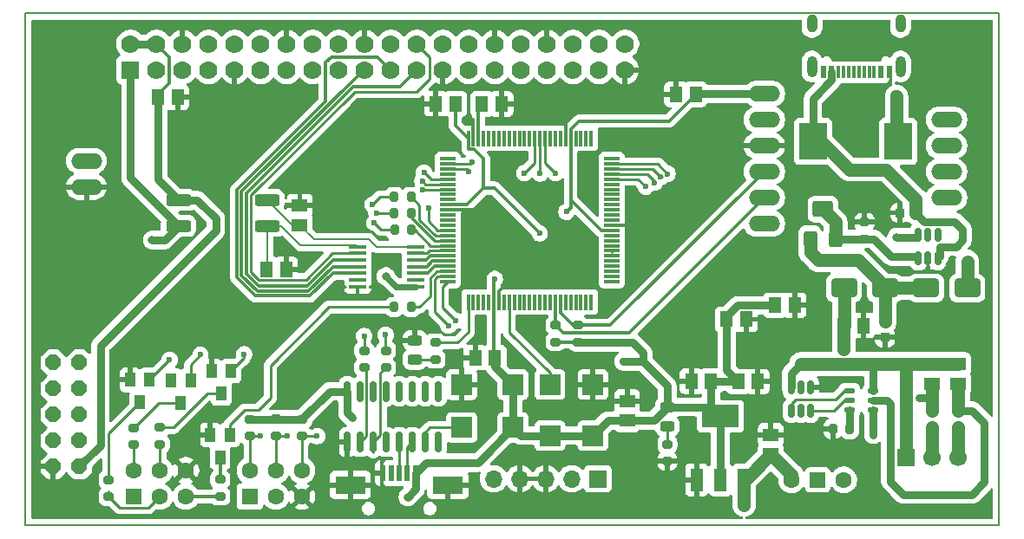
<source format=gbr>
%TF.GenerationSoftware,KiCad,Pcbnew,9.0.5*%
%TF.CreationDate,2025-10-27T17:08:41+05:30*%
%TF.ProjectId,cpm_vehicle_pcb,63706d5f-7665-4686-9963-6c655f706362,rev?*%
%TF.SameCoordinates,Original*%
%TF.FileFunction,Copper,L1,Top*%
%TF.FilePolarity,Positive*%
%FSLAX46Y46*%
G04 Gerber Fmt 4.6, Leading zero omitted, Abs format (unit mm)*
G04 Created by KiCad (PCBNEW 9.0.5) date 2025-10-27 17:08:41*
%MOMM*%
%LPD*%
G01*
G04 APERTURE LIST*
G04 Aperture macros list*
%AMRoundRect*
0 Rectangle with rounded corners*
0 $1 Rounding radius*
0 $2 $3 $4 $5 $6 $7 $8 $9 X,Y pos of 4 corners*
0 Add a 4 corners polygon primitive as box body*
4,1,4,$2,$3,$4,$5,$6,$7,$8,$9,$2,$3,0*
0 Add four circle primitives for the rounded corners*
1,1,$1+$1,$2,$3*
1,1,$1+$1,$4,$5*
1,1,$1+$1,$6,$7*
1,1,$1+$1,$8,$9*
0 Add four rect primitives between the rounded corners*
20,1,$1+$1,$2,$3,$4,$5,0*
20,1,$1+$1,$4,$5,$6,$7,0*
20,1,$1+$1,$6,$7,$8,$9,0*
20,1,$1+$1,$8,$9,$2,$3,0*%
%AMOutline5P*
0 Free polygon, 5 corners , with rotation*
0 The origin of the aperture is its center*
0 number of corners: always 5*
0 $1 to $10 corner X, Y*
0 $11 Rotation angle, in degrees counterclockwise*
0 create outline with 5 corners*
4,1,5,$1,$2,$3,$4,$5,$6,$7,$8,$9,$10,$1,$2,$11*%
%AMOutline6P*
0 Free polygon, 6 corners , with rotation*
0 The origin of the aperture is its center*
0 number of corners: always 6*
0 $1 to $12 corner X, Y*
0 $13 Rotation angle, in degrees counterclockwise*
0 create outline with 6 corners*
4,1,6,$1,$2,$3,$4,$5,$6,$7,$8,$9,$10,$11,$12,$1,$2,$13*%
%AMOutline7P*
0 Free polygon, 7 corners , with rotation*
0 The origin of the aperture is its center*
0 number of corners: always 7*
0 $1 to $14 corner X, Y*
0 $15 Rotation angle, in degrees counterclockwise*
0 create outline with 7 corners*
4,1,7,$1,$2,$3,$4,$5,$6,$7,$8,$9,$10,$11,$12,$13,$14,$1,$2,$15*%
%AMOutline8P*
0 Free polygon, 8 corners , with rotation*
0 The origin of the aperture is its center*
0 number of corners: always 8*
0 $1 to $16 corner X, Y*
0 $17 Rotation angle, in degrees counterclockwise*
0 create outline with 8 corners*
4,1,8,$1,$2,$3,$4,$5,$6,$7,$8,$9,$10,$11,$12,$13,$14,$15,$16,$1,$2,$17*%
G04 Aperture macros list end*
%TA.AperFunction,Conductor*%
%ADD10C,0.200000*%
%TD*%
%TA.AperFunction,ComponentPad*%
%ADD11O,1.000000X1.800000*%
%TD*%
%TA.AperFunction,ComponentPad*%
%ADD12O,1.000000X2.100000*%
%TD*%
%TA.AperFunction,SMDPad,CuDef*%
%ADD13R,0.300000X1.150000*%
%TD*%
%TA.AperFunction,SMDPad,CuDef*%
%ADD14R,0.600000X1.150000*%
%TD*%
%TA.AperFunction,SMDPad,CuDef*%
%ADD15R,3.000000X1.800000*%
%TD*%
%TA.AperFunction,SMDPad,CuDef*%
%ADD16R,0.500000X1.500000*%
%TD*%
%TA.AperFunction,SMDPad,CuDef*%
%ADD17RoundRect,0.200000X-0.275000X0.200000X-0.275000X-0.200000X0.275000X-0.200000X0.275000X0.200000X0*%
%TD*%
%TA.AperFunction,SMDPad,CuDef*%
%ADD18RoundRect,0.250000X0.970000X0.310000X-0.970000X0.310000X-0.970000X-0.310000X0.970000X-0.310000X0*%
%TD*%
%TA.AperFunction,SMDPad,CuDef*%
%ADD19R,1.500000X1.300000*%
%TD*%
%TA.AperFunction,SMDPad,CuDef*%
%ADD20RoundRect,0.225000X-0.225000X-0.250000X0.225000X-0.250000X0.225000X0.250000X-0.225000X0.250000X0*%
%TD*%
%TA.AperFunction,SMDPad,CuDef*%
%ADD21R,1.300000X1.500000*%
%TD*%
%TA.AperFunction,ComponentPad*%
%ADD22R,1.700000X1.700000*%
%TD*%
%TA.AperFunction,ComponentPad*%
%ADD23C,1.700000*%
%TD*%
%TA.AperFunction,SMDPad,CuDef*%
%ADD24RoundRect,0.225000X-0.250000X0.225000X-0.250000X-0.225000X0.250000X-0.225000X0.250000X0.225000X0*%
%TD*%
%TA.AperFunction,SMDPad,CuDef*%
%ADD25R,1.000000X1.400000*%
%TD*%
%TA.AperFunction,SMDPad,CuDef*%
%ADD26RoundRect,0.200000X0.275000X-0.200000X0.275000X0.200000X-0.275000X0.200000X-0.275000X-0.200000X0*%
%TD*%
%TA.AperFunction,ComponentPad*%
%ADD27O,3.048000X1.524000*%
%TD*%
%TA.AperFunction,SMDPad,CuDef*%
%ADD28R,1.500000X0.350000*%
%TD*%
%TA.AperFunction,SMDPad,CuDef*%
%ADD29R,0.350000X1.500000*%
%TD*%
%TA.AperFunction,SMDPad,CuDef*%
%ADD30RoundRect,0.200000X0.200000X0.275000X-0.200000X0.275000X-0.200000X-0.275000X0.200000X-0.275000X0*%
%TD*%
%TA.AperFunction,SMDPad,CuDef*%
%ADD31RoundRect,0.243750X0.456250X-0.243750X0.456250X0.243750X-0.456250X0.243750X-0.456250X-0.243750X0*%
%TD*%
%TA.AperFunction,ComponentPad*%
%ADD32O,1.700000X1.700000*%
%TD*%
%TA.AperFunction,SMDPad,CuDef*%
%ADD33RoundRect,0.250000X-1.000000X-0.650000X1.000000X-0.650000X1.000000X0.650000X-1.000000X0.650000X0*%
%TD*%
%TA.AperFunction,SMDPad,CuDef*%
%ADD34RoundRect,0.243750X-0.456250X0.243750X-0.456250X-0.243750X0.456250X-0.243750X0.456250X0.243750X0*%
%TD*%
%TA.AperFunction,SMDPad,CuDef*%
%ADD35R,2.000000X2.000000*%
%TD*%
%TA.AperFunction,SMDPad,CuDef*%
%ADD36R,2.700000X3.600000*%
%TD*%
%TA.AperFunction,ComponentPad*%
%ADD37R,1.500000X1.500000*%
%TD*%
%TA.AperFunction,ComponentPad*%
%ADD38C,1.600000*%
%TD*%
%TA.AperFunction,SMDPad,CuDef*%
%ADD39R,1.676400X0.355600*%
%TD*%
%TA.AperFunction,SMDPad,CuDef*%
%ADD40RoundRect,0.250000X0.400000X0.550000X-0.400000X0.550000X-0.400000X-0.550000X0.400000X-0.550000X0*%
%TD*%
%TA.AperFunction,SMDPad,CuDef*%
%ADD41RoundRect,0.250000X0.750000X0.550000X-0.750000X0.550000X-0.750000X-0.550000X0.750000X-0.550000X0*%
%TD*%
%TA.AperFunction,SMDPad,CuDef*%
%ADD42R,1.219200X2.235200*%
%TD*%
%TA.AperFunction,SMDPad,CuDef*%
%ADD43R,3.600000X2.200000*%
%TD*%
%TA.AperFunction,SMDPad,CuDef*%
%ADD44RoundRect,0.150000X-0.150000X0.512500X-0.150000X-0.512500X0.150000X-0.512500X0.150000X0.512500X0*%
%TD*%
%TA.AperFunction,ComponentPad*%
%ADD45R,1.605000X1.605000*%
%TD*%
%TA.AperFunction,ComponentPad*%
%ADD46C,1.605000*%
%TD*%
%TA.AperFunction,ComponentPad*%
%ADD47Outline8P,-0.762000X0.315631X-0.315631X0.762000X0.315631X0.762000X0.762000X0.315631X0.762000X-0.315631X0.315631X-0.762000X-0.315631X-0.762000X-0.762000X-0.315631X90.000000*%
%TD*%
%TA.AperFunction,ComponentPad*%
%ADD48R,1.778000X1.778000*%
%TD*%
%TA.AperFunction,ComponentPad*%
%ADD49C,1.778000*%
%TD*%
%TA.AperFunction,SMDPad,CuDef*%
%ADD50RoundRect,0.150000X0.150000X-0.825000X0.150000X0.825000X-0.150000X0.825000X-0.150000X-0.825000X0*%
%TD*%
%TA.AperFunction,SMDPad,CuDef*%
%ADD51RoundRect,0.150000X0.150000X-0.512500X0.150000X0.512500X-0.150000X0.512500X-0.150000X-0.512500X0*%
%TD*%
%TA.AperFunction,SMDPad,CuDef*%
%ADD52RoundRect,0.132500X-0.402500X0.132500X-0.402500X-0.132500X0.402500X-0.132500X0.402500X0.132500X0*%
%TD*%
%TA.AperFunction,ViaPad*%
%ADD53C,0.600000*%
%TD*%
%TA.AperFunction,ViaPad*%
%ADD54C,1.300000*%
%TD*%
%TA.AperFunction,ViaPad*%
%ADD55C,2.000000*%
%TD*%
%TA.AperFunction,ViaPad*%
%ADD56C,1.000000*%
%TD*%
%TA.AperFunction,ViaPad*%
%ADD57C,0.700000*%
%TD*%
%TA.AperFunction,ViaPad*%
%ADD58C,0.800000*%
%TD*%
%TA.AperFunction,Conductor*%
%ADD59C,0.300000*%
%TD*%
%TA.AperFunction,Conductor*%
%ADD60C,0.800000*%
%TD*%
%TA.AperFunction,Conductor*%
%ADD61C,1.300000*%
%TD*%
%TA.AperFunction,Conductor*%
%ADD62C,0.254000*%
%TD*%
%TA.AperFunction,Conductor*%
%ADD63C,0.600000*%
%TD*%
G04 APERTURE END LIST*
%TO.N,Net-(C4-Pad1)*%
D10*
X92000000Y-42000000D02*
X187000000Y-42000000D01*
X187000000Y-92000000D01*
X92000000Y-92000000D01*
X92000000Y-42000000D01*
%TD*%
D11*
%TO.P,J4,SH4,SHELL_GND*%
%TO.N,Net-(J4-SHELL_GND-PadSH1)*%
X168750000Y-43000000D03*
%TO.P,J4,SH3,SHELL_GND*%
X177390000Y-43000000D03*
D12*
%TO.P,J4,SH2,SHELL_GND*%
X168750000Y-47180000D03*
%TO.P,J4,SH1,SHELL_GND*%
X177390000Y-47180000D03*
D13*
%TO.P,J4,B8,SBU2*%
%TO.N,unconnected-(J4-SBU2-PadB8)*%
X174820000Y-47755000D03*
%TO.P,J4,B7,DN2*%
%TO.N,unconnected-(J4-DN2-PadB7)*%
X173820000Y-47755000D03*
%TO.P,J4,B6,DP2*%
%TO.N,unconnected-(J4-DP2-PadB6)*%
X172320000Y-47755000D03*
%TO.P,J4,B5,CC2*%
%TO.N,unconnected-(J4-CC2-PadB5)*%
X171320000Y-47755000D03*
D14*
%TO.P,J4,B4_A9,VBUS*%
%TO.N,Net-(U4-EN)*%
X170670000Y-47755000D03*
%TO.P,J4,B1_A12,GND*%
%TO.N,GND*%
X169870000Y-47755000D03*
D13*
%TO.P,J4,A8,SBU1*%
%TO.N,unconnected-(J4-SBU1-PadA8)*%
X171820000Y-47755000D03*
%TO.P,J4,A7,DN1*%
%TO.N,unconnected-(J4-DN1-PadA7)*%
X172820000Y-47755000D03*
%TO.P,J4,A6,DP1*%
%TO.N,unconnected-(J4-DP1-PadA6)*%
X173320000Y-47755000D03*
%TO.P,J4,A5,CC1*%
%TO.N,unconnected-(J4-CC1-PadA5)*%
X174320000Y-47755000D03*
D14*
%TO.P,J4,A4_B9,VBUS*%
%TO.N,Net-(U4-EN)*%
X175470000Y-47755000D03*
%TO.P,J4,A1_B12,GND*%
%TO.N,GND*%
X176270000Y-47755000D03*
%TD*%
D15*
%TO.P,J5,6,Shield*%
%TO.N,GND*%
X123712500Y-88075000D03*
X133212500Y-88075000D03*
D16*
%TO.P,J5,5,GND*%
X126862500Y-86925000D03*
%TO.P,J5,4,ID*%
%TO.N,unconnected-(J5-ID-Pad4)*%
X127662500Y-86925000D03*
%TO.P,J5,3,D+*%
%TO.N,Net-(J5-D+)*%
X128462500Y-86925000D03*
%TO.P,J5,2,D-*%
%TO.N,Net-(J5-D-)*%
X129262500Y-86925000D03*
%TO.P,J5,1,VBUS*%
%TO.N,+5V*%
X130062500Y-86925000D03*
%TD*%
D17*
%TO.P,R2,1*%
%TO.N,+5V*%
X116450000Y-81610000D03*
%TO.P,R2,2*%
%TO.N,/SENSOR2*%
X116450000Y-83260000D03*
%TD*%
D18*
%TO.P,SW1,1*%
%TO.N,Net-(U3-VCCA)*%
X115555000Y-62770000D03*
%TO.P,SW1,2*%
%TO.N,Net-(U3-VCCB)*%
X115555000Y-60230000D03*
%TO.P,SW1,3*%
%TO.N,+5V*%
X106945000Y-60230000D03*
%TO.P,SW1,4*%
%TO.N,+3V3*%
X106945000Y-62770000D03*
%TD*%
D17*
%TO.P,R3o1,1*%
%TO.N,+5V*%
X113910000Y-81630000D03*
%TO.P,R3o1,2*%
%TO.N,/SENSOR3*%
X113910000Y-83280000D03*
%TD*%
D19*
%TO.P,C9,1,1*%
%TO.N,Net-(U8-VC)*%
X180440000Y-78160000D03*
%TO.P,C9,2,2*%
%TO.N,B-*%
X180440000Y-76260000D03*
%TD*%
D20*
%TO.P,C7,1,1*%
%TO.N,GND*%
X177325000Y-61480000D03*
%TO.P,C7,2,2*%
%TO.N,Net-(U4-EN)*%
X178875000Y-61480000D03*
%TD*%
D21*
%TO.P,C3,1,1*%
%TO.N,+8.5V*%
X171850000Y-72500000D03*
%TO.P,C3,2,2*%
%TO.N,GND*%
X173750000Y-72500000D03*
%TD*%
D22*
%TO.P,J6,1,Pin_1*%
%TO.N,B-*%
X177920000Y-85400000D03*
D23*
%TO.P,J6,2,Pin_2*%
%TO.N,BB*%
X180460000Y-85400000D03*
%TO.P,J6,3,Pin_3*%
%TO.N,B+*%
X183000000Y-85400000D03*
%TD*%
D24*
%TO.P,C4,1,1*%
%TO.N,Net-(C4-Pad1)*%
X175870000Y-72115000D03*
%TO.P,C4,2,2*%
%TO.N,GND*%
X175870000Y-73665000D03*
%TD*%
D25*
%TO.P,Q12,1,G*%
%TO.N,/R12*%
X104110000Y-77815000D03*
%TO.P,Q12,2,S*%
%TO.N,GND*%
X102210000Y-77815000D03*
%TO.P,Q12,3,D*%
%TO.N,/R16*%
X103160000Y-80015000D03*
%TD*%
D17*
%TO.P,R4,1*%
%TO.N,/SCL*%
X143720000Y-72445000D03*
%TO.P,R4,2*%
%TO.N,+5V*%
X143720000Y-74095000D03*
%TD*%
D26*
%TO.P,R26,1*%
%TO.N,Net-(U7-RXD)*%
X127170000Y-76595000D03*
%TO.P,R26,2*%
%TO.N,/RX0*%
X127170000Y-74945000D03*
%TD*%
D21*
%TO.P,C55,1,1*%
%TO.N,+5V*%
X160420000Y-71890000D03*
%TO.P,C55,2,2*%
%TO.N,GND*%
X162320000Y-71890000D03*
%TD*%
D17*
%TO.P,R15,1,1*%
%TO.N,/R15*%
X111000000Y-87545000D03*
%TO.P,R15,2,2*%
%TO.N,/LED1_PIN*%
X111000000Y-89195000D03*
%TD*%
D27*
%TO.P,R/W0,1,1*%
%TO.N,GND*%
X97950000Y-58950000D03*
%TO.P,R/W0,2,2*%
%TO.N,/MODE*%
X97950000Y-56410000D03*
%TD*%
D28*
%TO.P,IC1,1,(OC0B)PG5*%
%TO.N,unconnected-(IC1-(OC0B)PG5-Pad1)*%
X133200000Y-56200000D03*
%TO.P,IC1,2,(RXD0/PCIN8)PE0*%
%TO.N,/RX0*%
X133200000Y-56700000D03*
%TO.P,IC1,3,(TXD0)PE1*%
%TO.N,/TX0*%
X133200000Y-57200000D03*
%TO.P,IC1,4,(XCK0/AIN0)PE2*%
%TO.N,unconnected-(IC1-(XCK0{slash}AIN0)PE2-Pad4)*%
X133200000Y-57700000D03*
%TO.P,IC1,5,(OC3A/AIN1)PE3*%
%TO.N,/ERW8*%
X133200000Y-58200000D03*
%TO.P,IC1,6,(OC3B/INT4)PE4*%
%TO.N,/ERW7*%
X133200000Y-58700000D03*
%TO.P,IC1,7,(OC3C/INT5)PE5*%
%TO.N,/ERW6*%
X133200000Y-59200000D03*
%TO.P,IC1,8,(T3/INT6)PE6*%
%TO.N,unconnected-(IC1-(T3{slash}INT6)PE6-Pad8)*%
X133200000Y-59700000D03*
%TO.P,IC1,9,(CLKO/ICP3/INT7)PE7*%
%TO.N,unconnected-(IC1-(CLKO{slash}ICP3{slash}INT7)PE7-Pad9)*%
X133200000Y-60200000D03*
%TO.P,IC1,10,VCC*%
%TO.N,+5V*%
X133200000Y-60700000D03*
%TO.P,IC1,11,GND*%
%TO.N,GND*%
X133200000Y-61200000D03*
%TO.P,IC1,12,PH0(RXD2)*%
%TO.N,unconnected-(IC1-PH0(RXD2)-Pad12)*%
X133200000Y-61700000D03*
%TO.P,IC1,13,PH1(TXD2)*%
%TO.N,unconnected-(IC1-PH1(TXD2)-Pad13)*%
X133200000Y-62200000D03*
%TO.P,IC1,14,PH2(XCK2)*%
%TO.N,unconnected-(IC1-PH2(XCK2)-Pad14)*%
X133200000Y-62700000D03*
%TO.P,IC1,15,PH3(OC4A)*%
%TO.N,/ERW5*%
X133200000Y-63200000D03*
%TO.P,IC1,16,PH4(OC4B)*%
%TO.N,/LED2*%
X133200000Y-63700000D03*
%TO.P,IC1,17,PH5(OC4C)*%
%TO.N,/LED3*%
X133200000Y-64200000D03*
%TO.P,IC1,18,PH6(OC2B)*%
%TO.N,/LED4*%
X133200000Y-64700000D03*
%TO.P,IC1,19,(SS/PCINT0)PB0*%
%TO.N,/SS*%
X133200000Y-65200000D03*
%TO.P,IC1,20,(SCK/PCINT1)PB1*%
%TO.N,/SCK*%
X133200000Y-65700000D03*
%TO.P,IC1,21,(MOSI/PCINT2)PB2*%
%TO.N,/MOSI*%
X133200000Y-66200000D03*
%TO.P,IC1,22,(MISO/PCINT3)PB3*%
%TO.N,/MISO*%
X133200000Y-66700000D03*
%TO.P,IC1,23,(OC2A/PCINT4)PB4*%
%TO.N,/LED1*%
X133200000Y-67200000D03*
%TO.P,IC1,24,(OC1A/PCINT5)PB5*%
%TO.N,/SERVO_PWM*%
X133200000Y-67700000D03*
%TO.P,IC1,25,(OC1B/PCINT6)PB6*%
%TO.N,/PWM*%
X133200000Y-68200000D03*
D29*
%TO.P,IC1,26,(OC0A/OC1C/PCINT7)PB7*%
%TO.N,/LED_BUILT_IN*%
X135200000Y-70200000D03*
%TO.P,IC1,27,PH7(T4)*%
%TO.N,unconnected-(IC1-PH7(T4)-Pad27)*%
X135700000Y-70200000D03*
%TO.P,IC1,28,(TOSC2)PG3*%
%TO.N,unconnected-(IC1-(TOSC2)PG3-Pad28)*%
X136200000Y-70200000D03*
%TO.P,IC1,29,(TOSC1)PG4*%
%TO.N,unconnected-(IC1-(TOSC1)PG4-Pad29)*%
X136700000Y-70200000D03*
%TO.P,IC1,30,RESET*%
%TO.N,/{slash}RESET*%
X137200000Y-70200000D03*
%TO.P,IC1,31,VCC1*%
%TO.N,+5V*%
X137700000Y-70200000D03*
%TO.P,IC1,32,GND1*%
%TO.N,GND*%
X138200000Y-70200000D03*
%TO.P,IC1,33,XTAL2*%
%TO.N,unconnected-(IC1-XTAL2-Pad33)*%
X138700000Y-70200000D03*
%TO.P,IC1,34,XTAL1*%
%TO.N,/XTAL1*%
X139200000Y-70200000D03*
%TO.P,IC1,35,PL0(ICP4)*%
%TO.N,unconnected-(IC1-PL0(ICP4)-Pad35)*%
X139700000Y-70200000D03*
%TO.P,IC1,36,PL1(ICP5)*%
%TO.N,unconnected-(IC1-PL1(ICP5)-Pad36)*%
X140200000Y-70200000D03*
%TO.P,IC1,37,PL2(T5)*%
%TO.N,unconnected-(IC1-PL2(T5)-Pad37)*%
X140700000Y-70200000D03*
%TO.P,IC1,38,PL3(OC5A)*%
%TO.N,unconnected-(IC1-PL3(OC5A)-Pad38)*%
X141200000Y-70200000D03*
%TO.P,IC1,39,PL4(OC5B)*%
%TO.N,unconnected-(IC1-PL4(OC5B)-Pad39)*%
X141700000Y-70200000D03*
%TO.P,IC1,40,PL5(OC5C)*%
%TO.N,unconnected-(IC1-PL5(OC5C)-Pad40)*%
X142200000Y-70200000D03*
%TO.P,IC1,41,PL6*%
%TO.N,unconnected-(IC1-PL6-Pad41)*%
X142700000Y-70200000D03*
%TO.P,IC1,42,PL7*%
%TO.N,unconnected-(IC1-PL7-Pad42)*%
X143200000Y-70200000D03*
%TO.P,IC1,43,(SCL/INT0)PD0*%
%TO.N,/SCL*%
X143700000Y-70200000D03*
%TO.P,IC1,44,(SDA/INT1)PD1*%
%TO.N,/SDA*%
X144200000Y-70200000D03*
%TO.P,IC1,45,(RXD1/INT2)PD2*%
%TO.N,unconnected-(IC1-(RXD1{slash}INT2)PD2-Pad45)*%
X144700000Y-70200000D03*
%TO.P,IC1,46,(TXD1/INT3)PD3*%
%TO.N,unconnected-(IC1-(TXD1{slash}INT3)PD3-Pad46)*%
X145200000Y-70200000D03*
%TO.P,IC1,47,(ICP1)PD4*%
%TO.N,unconnected-(IC1-(ICP1)PD4-Pad47)*%
X145700000Y-70200000D03*
%TO.P,IC1,48,(XCK1)PD5*%
%TO.N,unconnected-(IC1-(XCK1)PD5-Pad48)*%
X146200000Y-70200000D03*
%TO.P,IC1,49,(T1)PD6*%
%TO.N,unconnected-(IC1-(T1)PD6-Pad49)*%
X146700000Y-70200000D03*
%TO.P,IC1,50,(T0)PD7*%
%TO.N,unconnected-(IC1-(T0)PD7-Pad50)*%
X147200000Y-70200000D03*
D28*
%TO.P,IC1,51,(WR)PG0*%
%TO.N,unconnected-(IC1-(WR)PG0-Pad51)*%
X149200000Y-68200000D03*
%TO.P,IC1,52,(RD)PG1*%
%TO.N,unconnected-(IC1-(RD)PG1-Pad52)*%
X149200000Y-67700000D03*
%TO.P,IC1,53,(A8)PC0*%
%TO.N,unconnected-(IC1-(A8)PC0-Pad53)*%
X149200000Y-67200000D03*
%TO.P,IC1,54,(A9)PC1*%
%TO.N,unconnected-(IC1-(A9)PC1-Pad54)*%
X149200000Y-66700000D03*
%TO.P,IC1,55,(A10)PC2*%
%TO.N,unconnected-(IC1-(A10)PC2-Pad55)*%
X149200000Y-66200000D03*
%TO.P,IC1,56,(A11)PC3*%
%TO.N,unconnected-(IC1-(A11)PC3-Pad56)*%
X149200000Y-65700000D03*
%TO.P,IC1,57,(A12)PC4*%
%TO.N,unconnected-(IC1-(A12)PC4-Pad57)*%
X149200000Y-65200000D03*
%TO.P,IC1,58,(A13)PC5*%
%TO.N,unconnected-(IC1-(A13)PC5-Pad58)*%
X149200000Y-64700000D03*
%TO.P,IC1,59,(A14)PC6*%
%TO.N,unconnected-(IC1-(A14)PC6-Pad59)*%
X149200000Y-64200000D03*
%TO.P,IC1,60,(A15)PC7*%
%TO.N,unconnected-(IC1-(A15)PC7-Pad60)*%
X149200000Y-63700000D03*
%TO.P,IC1,61,VCC2*%
%TO.N,+5V*%
X149200000Y-63200000D03*
%TO.P,IC1,62,GND2*%
%TO.N,GND*%
X149200000Y-62700000D03*
%TO.P,IC1,63,PJ0(RXD3/PCINT9)*%
%TO.N,unconnected-(IC1-PJ0(RXD3{slash}PCINT9)-Pad63)*%
X149200000Y-62200000D03*
%TO.P,IC1,64,PJ1(TXD3/PCINT10)*%
%TO.N,unconnected-(IC1-PJ1(TXD3{slash}PCINT10)-Pad64)*%
X149200000Y-61700000D03*
%TO.P,IC1,65,PJ2(XCK3/PCINT11)*%
%TO.N,unconnected-(IC1-PJ2(XCK3{slash}PCINT11)-Pad65)*%
X149200000Y-61200000D03*
%TO.P,IC1,66,PJ3(PCINT12)*%
%TO.N,unconnected-(IC1-PJ3(PCINT12)-Pad66)*%
X149200000Y-60700000D03*
%TO.P,IC1,67,PJ4(PCINT13)*%
%TO.N,unconnected-(IC1-PJ4(PCINT13)-Pad67)*%
X149200000Y-60200000D03*
%TO.P,IC1,68,PJ5(PCINT14)*%
%TO.N,unconnected-(IC1-PJ5(PCINT14)-Pad68)*%
X149200000Y-59700000D03*
%TO.P,IC1,69,PJ6(PCINT15)*%
%TO.N,unconnected-(IC1-PJ6(PCINT15)-Pad69)*%
X149200000Y-59200000D03*
%TO.P,IC1,70,(ALE)PG2*%
%TO.N,unconnected-(IC1-(ALE)PG2-Pad70)*%
X149200000Y-58700000D03*
%TO.P,IC1,71,(AD7)PA7*%
%TO.N,/ERW4*%
X149200000Y-58200000D03*
%TO.P,IC1,72,(AD6)PA6*%
%TO.N,/ERW3*%
X149200000Y-57700000D03*
%TO.P,IC1,73,(AD5)PA5*%
%TO.N,/ERW2*%
X149200000Y-57200000D03*
%TO.P,IC1,74,(AD4)PA4*%
%TO.N,/ERW1*%
X149200000Y-56700000D03*
%TO.P,IC1,75,(AD3)PA3*%
%TO.N,unconnected-(IC1-(AD3)PA3-Pad75)*%
X149200000Y-56200000D03*
D29*
%TO.P,IC1,76,(AD2)PA2*%
%TO.N,unconnected-(IC1-(AD2)PA2-Pad76)*%
X147200000Y-54200000D03*
%TO.P,IC1,77,(AD1)PA1*%
%TO.N,unconnected-(IC1-(AD1)PA1-Pad77)*%
X146700000Y-54200000D03*
%TO.P,IC1,78,(AD0)PA0*%
%TO.N,unconnected-(IC1-(AD0)PA0-Pad78)*%
X146200000Y-54200000D03*
%TO.P,IC1,79,PJ7*%
%TO.N,unconnected-(IC1-PJ7-Pad79)*%
X145700000Y-54200000D03*
%TO.P,IC1,80,VCC3*%
%TO.N,+5V*%
X145200000Y-54200000D03*
%TO.P,IC1,81,GND3*%
%TO.N,GND*%
X144700000Y-54200000D03*
%TO.P,IC1,82,PK7(ADC15/PCINT23)*%
%TO.N,unconnected-(IC1-PK7(ADC15{slash}PCINT23)-Pad82)*%
X144200000Y-54200000D03*
%TO.P,IC1,83,PK6(ADC14/PCINT22)*%
%TO.N,unconnected-(IC1-PK6(ADC14{slash}PCINT22)-Pad83)*%
X143700000Y-54200000D03*
%TO.P,IC1,84,PK5(ADC13/PCINT21)*%
%TO.N,unconnected-(IC1-PK5(ADC13{slash}PCINT21)-Pad84)*%
X143200000Y-54200000D03*
%TO.P,IC1,85,PK4(ADC12/PCINT20)*%
%TO.N,/SENSOR1*%
X142700000Y-54200000D03*
%TO.P,IC1,86,PK3(ADC11/PCINT19)*%
%TO.N,/SENSOR2*%
X142200000Y-54200000D03*
%TO.P,IC1,87,PK2(ADC10/PCINT18)*%
%TO.N,/SENSOR3*%
X141700000Y-54200000D03*
%TO.P,IC1,88,PK1(ADC9/PCINT17)*%
%TO.N,unconnected-(IC1-PK1(ADC9{slash}PCINT17)-Pad88)*%
X141200000Y-54200000D03*
%TO.P,IC1,89,PK0(ADC8/PCINT16)*%
%TO.N,unconnected-(IC1-PK0(ADC8{slash}PCINT16)-Pad89)*%
X140700000Y-54200000D03*
%TO.P,IC1,90,(ADC7/TDI)PF7*%
%TO.N,unconnected-(IC1-(ADC7{slash}TDI)PF7-Pad90)*%
X140200000Y-54200000D03*
%TO.P,IC1,91,(ADC6/TDO)PF6*%
%TO.N,unconnected-(IC1-(ADC6{slash}TDO)PF6-Pad91)*%
X139700000Y-54200000D03*
%TO.P,IC1,92,(ADC5/TMS)PF5*%
%TO.N,unconnected-(IC1-(ADC5{slash}TMS)PF5-Pad92)*%
X139200000Y-54200000D03*
%TO.P,IC1,93,(ADC4/TCK)PF4*%
%TO.N,unconnected-(IC1-(ADC4{slash}TCK)PF4-Pad93)*%
X138700000Y-54200000D03*
%TO.P,IC1,94,(ADC3)PF3*%
%TO.N,unconnected-(IC1-(ADC3)PF3-Pad94)*%
X138200000Y-54200000D03*
%TO.P,IC1,95,(ADC2)PF2*%
%TO.N,unconnected-(IC1-(ADC2)PF2-Pad95)*%
X137700000Y-54200000D03*
%TO.P,IC1,96,(ADC1)PF1*%
%TO.N,unconnected-(IC1-(ADC1)PF1-Pad96)*%
X137200000Y-54200000D03*
%TO.P,IC1,97,(ADC0)PF0*%
%TO.N,unconnected-(IC1-(ADC0)PF0-Pad97)*%
X136700000Y-54200000D03*
%TO.P,IC1,98,AREF*%
%TO.N,/AREF*%
X136200000Y-54200000D03*
%TO.P,IC1,99,AGND*%
%TO.N,GND*%
X135700000Y-54200000D03*
%TO.P,IC1,100,AVCC*%
%TO.N,+5V*%
X135200000Y-54200000D03*
%TD*%
D19*
%TO.P,C61,1,1*%
%TO.N,vcc_bat*%
X164720000Y-85080000D03*
%TO.P,C61,2,2*%
%TO.N,GND*%
X164720000Y-83180000D03*
%TD*%
D26*
%TO.P,R25,1*%
%TO.N,B+*%
X182990000Y-82450000D03*
%TO.P,R25,2*%
%TO.N,Net-(U8-VDD)*%
X182990000Y-80800000D03*
%TD*%
D25*
%TO.P,Q11,1,G*%
%TO.N,/R11*%
X111940000Y-83180000D03*
%TO.P,Q11,2,S*%
%TO.N,GND*%
X110040000Y-83180000D03*
%TO.P,Q11,3,D*%
%TO.N,/R15*%
X110990000Y-85380000D03*
%TD*%
D30*
%TO.P,R24,1*%
%TO.N,Net-(U8-V-)*%
X172412500Y-82610000D03*
%TO.P,R24,2*%
%TO.N,GND*%
X170762500Y-82610000D03*
%TD*%
D31*
%TO.P,D2,1,K*%
%TO.N,Net-(D2-K)*%
X154630000Y-82335000D03*
%TO.P,D2,2,A*%
%TO.N,+5V*%
X154630000Y-80460000D03*
%TD*%
D19*
%TO.P,C71,1,1*%
%TO.N,GND*%
X150710000Y-79870000D03*
%TO.P,C71,2,2*%
%TO.N,+5V*%
X150710000Y-81770000D03*
%TD*%
D17*
%TO.P,R9,1*%
%TO.N,Net-(D2-K)*%
X154630000Y-84095000D03*
%TO.P,R9,2*%
%TO.N,GND*%
X154630000Y-85745000D03*
%TD*%
D21*
%TO.P,C63,1,1*%
%TO.N,+5V*%
X161560000Y-77970000D03*
%TO.P,C63,2,2*%
%TO.N,GND*%
X163460000Y-77970000D03*
%TD*%
D22*
%TO.P,J3,1,Pin_1*%
%TO.N,/PWM*%
X147842500Y-87475000D03*
D32*
%TO.P,J3,2,Pin_2*%
%TO.N,vcc_bat*%
X145302500Y-87475000D03*
%TO.P,J3,3,Pin_3*%
%TO.N,GND*%
X142762500Y-87475000D03*
%TO.P,J3,4,Pin_4*%
X140222500Y-87475000D03*
%TO.P,J3,5,Pin_5*%
%TO.N,/SERVO_PWM*%
X137682500Y-87475000D03*
%TD*%
D26*
%TO.P,R21,1*%
%TO.N,Net-(U4-FB)*%
X173860000Y-64030000D03*
%TO.P,R21,2*%
%TO.N,GND*%
X173860000Y-62380000D03*
%TD*%
D30*
%TO.P,R13,1,1*%
%TO.N,/LED3*%
X129635000Y-61530000D03*
%TO.P,R13,2,2*%
%TO.N,/R13*%
X127985000Y-61530000D03*
%TD*%
D21*
%TO.P,C10,1,1*%
%TO.N,GND*%
X135880000Y-75630000D03*
%TO.P,C10,2,2*%
%TO.N,+5V*%
X137780000Y-75630000D03*
%TD*%
%TO.P,C31,1,1*%
%TO.N,+5V*%
X104940000Y-50200000D03*
%TO.P,C31,2,2*%
%TO.N,GND*%
X106840000Y-50200000D03*
%TD*%
%TO.P,C56,1,1*%
%TO.N,+5V*%
X165160000Y-70520000D03*
%TO.P,C56,2,2*%
%TO.N,GND*%
X167060000Y-70520000D03*
%TD*%
%TO.P,C51,1,1*%
%TO.N,/AREF*%
X136550000Y-50840000D03*
%TO.P,C51,2,2*%
%TO.N,GND*%
X138450000Y-50840000D03*
%TD*%
D33*
%TO.P,D6,1*%
%TO.N,+8.5V*%
X171860000Y-68830000D03*
%TO.P,D6,2*%
%TO.N,Net-(C4-Pad1)*%
X175860000Y-68830000D03*
%TD*%
D34*
%TO.P,D3,1,K*%
%TO.N,GND*%
X130000000Y-73942500D03*
%TO.P,D3,2,A*%
%TO.N,Net-(D3-A)*%
X130000000Y-75817500D03*
%TD*%
D35*
%TO.P,QG1,1,E/D*%
%TO.N,+5V*%
X147370000Y-83250000D03*
%TO.P,QG1,2,GND*%
%TO.N,GND*%
X147370000Y-78250000D03*
%TO.P,QG1,3,OUT*%
%TO.N,/XTAL1*%
X143170000Y-78250000D03*
%TO.P,QG1,4,VCC*%
%TO.N,+5V*%
X143170000Y-83250000D03*
%TD*%
D26*
%TO.P,R28,1*%
%TO.N,BB*%
X180430000Y-82450000D03*
%TO.P,R28,2*%
%TO.N,Net-(U8-VC)*%
X180430000Y-80800000D03*
%TD*%
D30*
%TO.P,R12,1,1*%
%TO.N,/LED2*%
X129635000Y-59930000D03*
%TO.P,R12,2,2*%
%TO.N,/R12*%
X127985000Y-59930000D03*
%TD*%
D36*
%TO.P,L1,1,1*%
%TO.N,Net-(U4-EN)*%
X168830000Y-54500000D03*
%TO.P,L1,2,2*%
%TO.N,Net-(U4-SW)*%
X177130000Y-54500000D03*
%TD*%
D21*
%TO.P,C53,1,1*%
%TO.N,+5V*%
X157380000Y-49900000D03*
%TO.P,C53,2,2*%
%TO.N,GND*%
X155480000Y-49900000D03*
%TD*%
D25*
%TO.P,Q14,1,G*%
%TO.N,/R14*%
X112060000Y-76950000D03*
%TO.P,Q14,2,S*%
%TO.N,GND*%
X110160000Y-76950000D03*
%TO.P,Q14,3,D*%
%TO.N,/R18*%
X111110000Y-79150000D03*
%TD*%
D37*
%TO.P,SW2,1,B*%
%TO.N,B+*%
X169300000Y-87570000D03*
D38*
%TO.P,SW2,2,C*%
%TO.N,vcc_bat*%
X166760000Y-87570000D03*
%TO.P,SW2,3,A*%
%TO.N,+8.5V*%
X171840000Y-87570000D03*
%TD*%
D21*
%TO.P,C41,1,1*%
%TO.N,Net-(U3-VCCA)*%
X115550000Y-67000000D03*
%TO.P,C41,2,2*%
%TO.N,GND*%
X117450000Y-67000000D03*
%TD*%
D39*
%TO.P,U3,1,VCCA*%
%TO.N,Net-(U3-VCCA)*%
X124430600Y-64800000D03*
%TO.P,U3,2,A1*%
%TO.N,/SS_PI*%
X124430600Y-65450000D03*
%TO.P,U3,3,A2*%
%TO.N,/SCK_PI*%
X124430600Y-66100000D03*
%TO.P,U3,4,A3*%
%TO.N,/MOSI_PI*%
X124430600Y-66750000D03*
%TO.P,U3,5,A4*%
%TO.N,/MISO_PI*%
X124430600Y-67400000D03*
%TO.P,U3,6,NC_2*%
%TO.N,unconnected-(U3-NC_2-Pad6)*%
X124430600Y-68050000D03*
%TO.P,U3,7,GND*%
%TO.N,GND*%
X124430600Y-68700000D03*
%TO.P,U3,8,OE*%
%TO.N,+3V3*%
X130069400Y-68700000D03*
%TO.P,U3,9,NC*%
%TO.N,unconnected-(U3-NC-Pad9)*%
X130069400Y-68050000D03*
%TO.P,U3,10,B4*%
%TO.N,/MISO*%
X130069400Y-67400000D03*
%TO.P,U3,11,B3*%
%TO.N,/MOSI*%
X130069400Y-66750000D03*
%TO.P,U3,12,B2*%
%TO.N,/SCK*%
X130069400Y-66100000D03*
%TO.P,U3,13,B1*%
%TO.N,/SS*%
X130069400Y-65450000D03*
%TO.P,U3,14,VCCB*%
%TO.N,Net-(U3-VCCB)*%
X130069400Y-64800000D03*
%TD*%
D40*
%TO.P,RV1,1,1*%
%TO.N,Net-(C4-Pad1)*%
X168560000Y-64030000D03*
D41*
%TO.P,RV1,2,2*%
%TO.N,Net-(U4-FB)*%
X169810000Y-61130000D03*
D40*
%TO.P,RV1,3,3*%
X171060000Y-64030000D03*
%TD*%
D26*
%TO.P,R10,1*%
%TO.N,Net-(D3-A)*%
X132010000Y-75815000D03*
%TO.P,R10,2*%
%TO.N,/LED_BUILT_IN*%
X132010000Y-74165000D03*
%TD*%
D19*
%TO.P,C11,1,1*%
%TO.N,Net-(U8-VDD)*%
X182990000Y-78160000D03*
%TO.P,C11,2,2*%
%TO.N,B-*%
X182990000Y-76260000D03*
%TD*%
D21*
%TO.P,C54,1,1*%
%TO.N,+5V*%
X133950000Y-50830000D03*
%TO.P,C54,2,2*%
%TO.N,GND*%
X132050000Y-50830000D03*
%TD*%
D17*
%TO.P,R17,1,1*%
%TO.N,/R17*%
X102592500Y-82500000D03*
%TO.P,R17,2,2*%
%TO.N,/LED3_PIN*%
X102592500Y-84150000D03*
%TD*%
D42*
%TO.P,P1,1,GND*%
%TO.N,GND*%
X157488600Y-87568800D03*
%TO.P,P1,2,5V*%
%TO.N,+5V*%
X159800000Y-87568800D03*
%TO.P,P1,3,VIN*%
%TO.N,vcc_bat*%
X162111400Y-87568800D03*
D43*
%TO.P,P1,4,5V*%
%TO.N,+5V*%
X159800000Y-81371000D03*
%TD*%
D17*
%TO.P,R18,1,1*%
%TO.N,/R18*%
X105140000Y-82445000D03*
%TO.P,R18,2,2*%
%TO.N,/LED4_PIN*%
X105140000Y-84095000D03*
%TD*%
D35*
%TO.P,QG2,1,E/D*%
%TO.N,+5V*%
X139560000Y-78270000D03*
%TO.P,QG2,2,GND*%
%TO.N,GND*%
X134560000Y-78270000D03*
%TO.P,QG2,3,OUT*%
%TO.N,Net-(QG2-OUT)*%
X134560000Y-82470000D03*
%TO.P,QG2,4,VCC*%
%TO.N,+5V*%
X139560000Y-82470000D03*
%TD*%
D44*
%TO.P,Q3,1,D1*%
%TO.N,GND*%
X168605000Y-78552500D03*
%TO.P,Q3,2,S1/D2*%
%TO.N,Net-(Q3-S1{slash}D2-Pad2)*%
X167655000Y-78552500D03*
%TO.P,Q3,3,S2*%
%TO.N,B-*%
X166705000Y-78552500D03*
%TO.P,Q3,4,G2*%
%TO.N,Net-(Q3-G2)*%
X166705000Y-80827500D03*
%TO.P,Q3,5,S1/D2*%
%TO.N,Net-(Q3-S1{slash}D2-Pad2)*%
X167655000Y-80827500D03*
%TO.P,Q3,6,G1*%
%TO.N,Net-(Q3-G1)*%
X168605000Y-80827500D03*
%TD*%
D26*
%TO.P,R27,1*%
%TO.N,Net-(U7-TXD)*%
X125050000Y-76595000D03*
%TO.P,R27,2*%
%TO.N,/TX0*%
X125050000Y-74945000D03*
%TD*%
D30*
%TO.P,R11,1,1*%
%TO.N,/LED1*%
X129635000Y-70680000D03*
%TO.P,R11,2,2*%
%TO.N,/R11*%
X127985000Y-70680000D03*
%TD*%
D19*
%TO.P,C42,1,1*%
%TO.N,Net-(U3-VCCB)*%
X118770000Y-62690000D03*
%TO.P,C42,2,2*%
%TO.N,GND*%
X118770000Y-60790000D03*
%TD*%
D45*
%TO.P,J1,1,Pin_1*%
%TO.N,+5V*%
X102572500Y-89195000D03*
D46*
%TO.P,J1,2,Pin_2*%
%TO.N,/LED3_PIN*%
X102572500Y-86655000D03*
%TO.P,J1,3,Pin_3*%
%TO.N,/LED2_PIN*%
X105112500Y-89195000D03*
%TO.P,J1,4,Pin_4*%
%TO.N,/LED4_PIN*%
X105112500Y-86655000D03*
%TO.P,J1,5,Pin_5*%
%TO.N,/LED1_PIN*%
X107652500Y-89195000D03*
%TO.P,J1,6,Pin_6*%
%TO.N,GND*%
X107652500Y-86655000D03*
%TD*%
D25*
%TO.P,Q13,1,G*%
%TO.N,/R13*%
X108120000Y-77840000D03*
%TO.P,Q13,2,S*%
%TO.N,GND*%
X106220000Y-77840000D03*
%TO.P,Q13,3,D*%
%TO.N,/R17*%
X107170000Y-80040000D03*
%TD*%
D27*
%TO.P,A1,1,VIN@1*%
%TO.N,+5V*%
X164090000Y-49850000D03*
%TO.P,A1,2,3VO@2*%
%TO.N,unconnected-(A1-3VO@2-Pad2)*%
X164090000Y-52390000D03*
%TO.P,A1,3,GND@3*%
%TO.N,GND*%
X164090000Y-54930000D03*
%TO.P,A1,4,SDA@4*%
%TO.N,/SDA*%
X164090000Y-57470000D03*
%TO.P,A1,5,SCL@5*%
%TO.N,/SCL*%
X164090000Y-60010000D03*
%TO.P,A1,6,RST@6*%
%TO.N,unconnected-(A1-RST@6-Pad6)*%
X164090000Y-62550000D03*
%TO.P,A1,7,ADR@7*%
%TO.N,unconnected-(A1-ADR@7-Pad7)*%
X181870000Y-60010000D03*
%TO.P,A1,8,INT@8*%
%TO.N,unconnected-(A1-INT@8-Pad8)*%
X181870000Y-57470000D03*
%TO.P,A1,9,PS1@9*%
%TO.N,unconnected-(A1-PS1@9-Pad9)*%
X181870000Y-54930000D03*
%TO.P,A1,10,PS0@10*%
%TO.N,unconnected-(A1-PS0@10-Pad10)*%
X181870000Y-52390000D03*
%TD*%
D17*
%TO.P,R1,1*%
%TO.N,+5V*%
X118990000Y-81655000D03*
%TO.P,R1,2*%
%TO.N,/SENSOR1*%
X118990000Y-83305000D03*
%TD*%
D33*
%TO.P,D1,1*%
%TO.N,Net-(C4-Pad1)*%
X179890000Y-68830000D03*
%TO.P,D1,2*%
%TO.N,Net-(U4-SW)*%
X183890000Y-68830000D03*
%TD*%
D17*
%TO.P,R3,1*%
%TO.N,/SDA*%
X145930000Y-72485000D03*
%TO.P,R3,2*%
%TO.N,+5V*%
X145930000Y-74135000D03*
%TD*%
D47*
%TO.P,EXT_PINS0,1,1*%
%TO.N,+5V*%
X97260000Y-86260000D03*
%TO.P,EXT_PINS0,2,2*%
%TO.N,GND*%
X94720000Y-86260000D03*
%TO.P,EXT_PINS0,3,3*%
%TO.N,/ERW5*%
X97260000Y-83720000D03*
%TO.P,EXT_PINS0,4,4*%
%TO.N,/ERW1*%
X94720000Y-83720000D03*
%TO.P,EXT_PINS0,5,5*%
%TO.N,/ERW6*%
X97260000Y-81180000D03*
%TO.P,EXT_PINS0,6,6*%
%TO.N,/ERW2*%
X94720000Y-81180000D03*
%TO.P,EXT_PINS0,7,7*%
%TO.N,/ERW7*%
X97260000Y-78640000D03*
%TO.P,EXT_PINS0,8,8*%
%TO.N,/ERW3*%
X94720000Y-78640000D03*
%TO.P,EXT_PINS0,9,9*%
%TO.N,/ERW8*%
X97260000Y-76100000D03*
%TO.P,EXT_PINS0,10,10*%
%TO.N,/ERW4*%
X94720000Y-76100000D03*
%TD*%
D17*
%TO.P,R16,1,1*%
%TO.N,/R16*%
X100110000Y-87565000D03*
%TO.P,R16,2,2*%
%TO.N,/LED2_PIN*%
X100110000Y-89215000D03*
%TD*%
D21*
%TO.P,C62,1,1*%
%TO.N,+5V*%
X158880000Y-77930000D03*
%TO.P,C62,2,2*%
%TO.N,GND*%
X156980000Y-77930000D03*
%TD*%
D48*
%TO.P,IC2,1,3V3@1*%
%TO.N,+3V3*%
X102240000Y-47520000D03*
D49*
%TO.P,IC2,2,5V0@1*%
%TO.N,+5V*%
X102240000Y-44980000D03*
%TO.P,IC2,3,GPIO2/SDA1*%
%TO.N,unconnected-(IC2-GPIO2{slash}SDA1-Pad3)*%
X104780000Y-47520000D03*
%TO.P,IC2,4,5V0@2*%
%TO.N,+5V*%
X104780000Y-44980000D03*
%TO.P,IC2,5,GPIO3/SCL1*%
%TO.N,unconnected-(IC2-GPIO3{slash}SCL1-Pad5)*%
X107320000Y-47520000D03*
%TO.P,IC2,6,GND@8*%
%TO.N,GND*%
X107320000Y-44980000D03*
%TO.P,IC2,7,GPIO4/GCKL*%
%TO.N,unconnected-(IC2-GPIO4{slash}GCKL-Pad7)*%
X109860000Y-47520000D03*
%TO.P,IC2,8,TXD0/GPIO14*%
%TO.N,unconnected-(IC2-TXD0{slash}GPIO14-Pad8)*%
X109860000Y-44980000D03*
%TO.P,IC2,9,GND@1*%
%TO.N,GND*%
X112400000Y-47520000D03*
%TO.P,IC2,10,RXD0/GPIO15*%
%TO.N,unconnected-(IC2-RXD0{slash}GPIO15-Pad10)*%
X112400000Y-44980000D03*
%TO.P,IC2,11,GPIO17/GEN0*%
%TO.N,unconnected-(IC2-GPIO17{slash}GEN0-Pad11)*%
X114940000Y-47520000D03*
%TO.P,IC2,12,GPIO18*%
%TO.N,unconnected-(IC2-GPIO18-Pad12)*%
X114940000Y-44980000D03*
%TO.P,IC2,13,GPIO27/GEN2*%
%TO.N,unconnected-(IC2-GPIO27{slash}GEN2-Pad13)*%
X117480000Y-47520000D03*
%TO.P,IC2,14,GND@4*%
%TO.N,GND*%
X117480000Y-44980000D03*
%TO.P,IC2,15,GPIO22/GEN3*%
%TO.N,unconnected-(IC2-GPIO22{slash}GEN3-Pad15)*%
X120020000Y-47520000D03*
%TO.P,IC2,16,GEN4/GPIO23*%
%TO.N,unconnected-(IC2-GEN4{slash}GPIO23-Pad16)*%
X120020000Y-44980000D03*
%TO.P,IC2,17,3V3@2*%
%TO.N,unconnected-(IC2-3V3@2-Pad17)*%
X122560000Y-47520000D03*
%TO.P,IC2,18,GEN5/GPIO24*%
%TO.N,unconnected-(IC2-GEN5{slash}GPIO24-Pad18)*%
X122560000Y-44980000D03*
%TO.P,IC2,19,GPIO10/MOSI*%
%TO.N,/MOSI_PI*%
X125100000Y-47520000D03*
%TO.P,IC2,20,GND@5*%
%TO.N,GND*%
X125100000Y-44980000D03*
%TO.P,IC2,21,GPIO9/MISO*%
%TO.N,/MISO_PI*%
X127640000Y-47520000D03*
%TO.P,IC2,22,GEN/6GPIO25*%
%TO.N,unconnected-(IC2-GEN{slash}6GPIO25-Pad22)*%
X127640000Y-44980000D03*
%TO.P,IC2,23,GPIO11/SCLK*%
%TO.N,/SCK_PI*%
X130180000Y-47520000D03*
%TO.P,IC2,24,~{CE0}/GPIO8*%
%TO.N,/SS_PI*%
X130180000Y-44980000D03*
%TO.P,IC2,25,GND@2*%
%TO.N,GND*%
X132720000Y-47520000D03*
%TO.P,IC2,26,~{CE}/GPIO7*%
%TO.N,unconnected-(IC2-~{CE}{slash}GPIO7-Pad26)*%
X132720000Y-44980000D03*
%TO.P,IC2,27,ID_SD*%
%TO.N,unconnected-(IC2-ID_SD-Pad27)*%
X135260000Y-47520000D03*
%TO.P,IC2,28,ID_SC*%
%TO.N,unconnected-(IC2-ID_SC-Pad28)*%
X135260000Y-44980000D03*
%TO.P,IC2,29,GPIO5*%
%TO.N,/MODE*%
X137800000Y-47520000D03*
%TO.P,IC2,30,GND@6*%
%TO.N,GND*%
X137800000Y-44980000D03*
%TO.P,IC2,31,GPIO6*%
%TO.N,unconnected-(IC2-GPIO6-Pad31)*%
X140340000Y-47520000D03*
%TO.P,IC2,32,GPIO12*%
%TO.N,unconnected-(IC2-GPIO12-Pad32)*%
X140340000Y-44980000D03*
%TO.P,IC2,33,GPIO13*%
%TO.N,unconnected-(IC2-GPIO13-Pad33)*%
X142880000Y-47520000D03*
%TO.P,IC2,34,GND@7*%
%TO.N,GND*%
X142880000Y-44980000D03*
%TO.P,IC2,35,GPIO19*%
%TO.N,unconnected-(IC2-GPIO19-Pad35)*%
X145420000Y-47520000D03*
%TO.P,IC2,36,GPIO16*%
%TO.N,unconnected-(IC2-GPIO16-Pad36)*%
X145420000Y-44980000D03*
%TO.P,IC2,37,GPIO26*%
%TO.N,unconnected-(IC2-GPIO26-Pad37)*%
X147960000Y-47520000D03*
%TO.P,IC2,38,GPIO20*%
%TO.N,unconnected-(IC2-GPIO20-Pad38)*%
X147960000Y-44980000D03*
%TO.P,IC2,39,GND@3*%
%TO.N,GND*%
X150500000Y-47520000D03*
%TO.P,IC2,40,GPIO21*%
%TO.N,unconnected-(IC2-GPIO21-Pad40)*%
X150500000Y-44980000D03*
%TD*%
D30*
%TO.P,R14,1,1*%
%TO.N,/LED4*%
X129655000Y-63110000D03*
%TO.P,R14,2,2*%
%TO.N,/R14*%
X128005000Y-63110000D03*
%TD*%
D45*
%TO.P,J2,1,Pin_1*%
%TO.N,+5V*%
X113902500Y-89205000D03*
D46*
%TO.P,J2,2,Pin_2*%
%TO.N,/SENSOR3*%
X113902500Y-86665000D03*
%TO.P,J2,3,Pin_3*%
%TO.N,unconnected-(J2-Pin_3-Pad3)*%
X116442500Y-89205000D03*
%TO.P,J2,4,Pin_4*%
%TO.N,/SENSOR2*%
X116442500Y-86665000D03*
%TO.P,J2,5,Pin_5*%
%TO.N,GND*%
X118982500Y-89205000D03*
%TO.P,J2,6,Pin_6*%
%TO.N,/SENSOR1*%
X118982500Y-86665000D03*
%TD*%
D50*
%TO.P,U7,1,GND*%
%TO.N,GND*%
X123402500Y-83875000D03*
%TO.P,U7,2,TXD*%
%TO.N,Net-(U7-TXD)*%
X124672500Y-83875000D03*
%TO.P,U7,3,RXD*%
%TO.N,Net-(U7-RXD)*%
X125942500Y-83875000D03*
%TO.P,U7,4,V3*%
%TO.N,unconnected-(U7-V3-Pad4)*%
X127212500Y-83875000D03*
%TO.P,U7,5,UD+*%
%TO.N,Net-(J5-D+)*%
X128482500Y-83875000D03*
%TO.P,U7,6,UD-*%
%TO.N,Net-(J5-D-)*%
X129752500Y-83875000D03*
%TO.P,U7,7,XI*%
%TO.N,Net-(QG2-OUT)*%
X131022500Y-83875000D03*
%TO.P,U7,8,XO*%
%TO.N,unconnected-(U7-XO-Pad8)*%
X132292500Y-83875000D03*
%TO.P,U7,9,~{CTS}*%
%TO.N,unconnected-(U7-~{CTS}-Pad9)*%
X132292500Y-78925000D03*
%TO.P,U7,10,~{DSR}*%
%TO.N,unconnected-(U7-~{DSR}-Pad10)*%
X131022500Y-78925000D03*
%TO.P,U7,11,~{RI}*%
%TO.N,unconnected-(U7-~{RI}-Pad11)*%
X129752500Y-78925000D03*
%TO.P,U7,12,~{DCD}*%
%TO.N,unconnected-(U7-~{DCD}-Pad12)*%
X128482500Y-78925000D03*
%TO.P,U7,13,~{DTR}*%
%TO.N,unconnected-(U7-~{DTR}-Pad13)*%
X127212500Y-78925000D03*
%TO.P,U7,14,~{RTS}*%
%TO.N,unconnected-(U7-~{RTS}-Pad14)*%
X125942500Y-78925000D03*
%TO.P,U7,15,R232*%
%TO.N,unconnected-(U7-R232-Pad15)*%
X124672500Y-78925000D03*
%TO.P,U7,16,VCC*%
%TO.N,+5V*%
X123402500Y-78925000D03*
%TD*%
D51*
%TO.P,U4,1,SW*%
%TO.N,Net-(U4-SW)*%
X179110000Y-65947500D03*
%TO.P,U4,2,GND*%
%TO.N,GND*%
X180060000Y-65947500D03*
%TO.P,U4,3,FB*%
%TO.N,Net-(U4-FB)*%
X181010000Y-65947500D03*
%TO.P,U4,4,EN*%
%TO.N,Net-(U4-EN)*%
X181010000Y-63672500D03*
%TO.P,U4,5,IN*%
X180060000Y-63672500D03*
%TO.P,U4,6,NC*%
%TO.N,unconnected-(U4-NC-Pad6)*%
X179110000Y-63672500D03*
%TD*%
D52*
%TO.P,U8,1,DOUT*%
%TO.N,Net-(Q3-G2)*%
X172410000Y-78850000D03*
%TO.P,U8,2,COUT*%
%TO.N,Net-(Q3-G1)*%
X172410000Y-79800000D03*
%TO.P,U8,3,V-*%
%TO.N,Net-(U8-V-)*%
X172410000Y-80750000D03*
%TO.P,U8,4,VC*%
%TO.N,Net-(U8-VC)*%
X174710000Y-80750000D03*
%TO.P,U8,5,VDD*%
%TO.N,Net-(U8-VDD)*%
X174710000Y-79800000D03*
%TO.P,U8,6,VSS*%
%TO.N,B-*%
X174710000Y-78850000D03*
%TD*%
D53*
%TO.N,GND*%
X119620000Y-66310000D03*
D54*
X141540000Y-72810000D03*
D55*
X168130000Y-84130000D03*
X118390000Y-78010000D03*
D54*
X145450000Y-65770000D03*
D55*
X152280000Y-84510000D03*
D56*
X170300000Y-78180000D03*
D53*
%TO.N,+5V*%
X137800000Y-67950000D03*
X144790000Y-61390000D03*
X142180000Y-63490000D03*
D57*
X150330000Y-76000000D03*
D58*
X123915000Y-81515000D03*
X129290000Y-89260000D03*
D53*
%TO.N,Net-(U8-VC)*%
X174730000Y-83180000D03*
X179180000Y-79540000D03*
%TO.N,/ERW4*%
X152523522Y-58933679D03*
%TO.N,/ERW8*%
X130880000Y-57560000D03*
%TO.N,/ERW7*%
X130740000Y-58400000D03*
%TO.N,/ERW6*%
X130730000Y-59200000D03*
%TO.N,/ERW1*%
X154650135Y-57669182D03*
%TO.N,/ERW2*%
X153970000Y-57990000D03*
%TO.N,/ERW3*%
X153400000Y-58520000D03*
%TO.N,/ERW5*%
X131330000Y-61030000D03*
%TO.N,/SENSOR3*%
X140670000Y-57610000D03*
X114940000Y-83280000D03*
%TO.N,/TX0*%
X125040000Y-73510000D03*
X135270000Y-57430000D03*
%TO.N,/SENSOR1*%
X120465000Y-83305000D03*
X143730000Y-57620000D03*
%TO.N,/RX0*%
X127150000Y-73410000D03*
X135600000Y-56540000D03*
%TO.N,/SENSOR2*%
X142200000Y-57650000D03*
X117560000Y-83260000D03*
%TO.N,/PWM*%
X134010000Y-72030000D03*
D58*
%TO.N,+3V3*%
X104350000Y-64150000D03*
X127160000Y-67700000D03*
D53*
%TO.N,/SERVO_PWM*%
X133260000Y-72490000D03*
%TO.N,/R12*%
X106070000Y-75850000D03*
X125860000Y-60670000D03*
%TO.N,/R13*%
X126260000Y-61530000D03*
X109070000Y-75350000D03*
%TO.N,/R14*%
X113340000Y-75310000D03*
X126030000Y-62460000D03*
D56*
%TO.N,vcc_bat*%
X162111400Y-90021400D03*
%TO.N,+8.5V*%
X171840000Y-74790000D03*
%TO.N,Net-(U4-SW)*%
X183890000Y-66220000D03*
D54*
X176990000Y-50110000D03*
D58*
X176990000Y-63860000D03*
%TD*%
D59*
%TO.N,GND*%
X135140000Y-52360000D02*
X135700000Y-52360000D01*
X135140000Y-52360000D02*
X135000000Y-52500000D01*
D60*
%TO.N,+5V*%
X160420000Y-71890000D02*
X160420000Y-71580000D01*
X160420000Y-71580000D02*
X161480000Y-70520000D01*
X161480000Y-70520000D02*
X165160000Y-70520000D01*
X161560000Y-77970000D02*
X160420000Y-76830000D01*
X160420000Y-76830000D02*
X160420000Y-71890000D01*
D59*
%TO.N,/SCL*%
X143700000Y-72425000D02*
X143720000Y-72445000D01*
X143720000Y-72445000D02*
X144505000Y-73230000D01*
X150870000Y-73230000D02*
X164090000Y-60010000D01*
X143700000Y-70200000D02*
X143700000Y-72425000D01*
X162990000Y-60010000D02*
X164090000Y-60010000D01*
X144505000Y-73230000D02*
X150870000Y-73230000D01*
%TO.N,/SDA*%
X149075000Y-72485000D02*
X164090000Y-57470000D01*
X144200000Y-71250000D02*
X145435000Y-72485000D01*
X145930000Y-72485000D02*
X149075000Y-72485000D01*
X145435000Y-72485000D02*
X145930000Y-72485000D01*
X144200000Y-70200000D02*
X144200000Y-71250000D01*
%TO.N,GND*%
X139200000Y-68150000D02*
X139760000Y-68150000D01*
X133200000Y-61200000D02*
X137730000Y-61200000D01*
X135700000Y-54200000D02*
X135700000Y-52360000D01*
X138200000Y-69150000D02*
X139200000Y-68150000D01*
X149200000Y-62700000D02*
X150980000Y-62700000D01*
D10*
X168757500Y-79120000D02*
X168482500Y-78845000D01*
D59*
X144700000Y-54200000D02*
X144700000Y-52500000D01*
X138200000Y-70200000D02*
X138200000Y-69150000D01*
D60*
%TO.N,+5V*%
X104940000Y-58225000D02*
X106945000Y-60230000D01*
X97260000Y-86260000D02*
X99300000Y-84220000D01*
X153320000Y-81770000D02*
X154630000Y-80460000D01*
X140340000Y-83250000D02*
X139560000Y-82470000D01*
D59*
X145200000Y-60231000D02*
X145200000Y-60980000D01*
X133200000Y-60700000D02*
X135070000Y-60700000D01*
D60*
X99300000Y-84220000D02*
X99300000Y-74480000D01*
D59*
X145200000Y-53340000D02*
X146030000Y-52510000D01*
X106060000Y-48790000D02*
X106060000Y-46260000D01*
D60*
X123915000Y-81515000D02*
X123930000Y-81530000D01*
D59*
X135070000Y-60700000D02*
X136690000Y-59080000D01*
D60*
X148850000Y-81770000D02*
X147370000Y-83250000D01*
D59*
X137800000Y-67950000D02*
X137700000Y-68050000D01*
D60*
X131087500Y-85900000D02*
X130065500Y-86922000D01*
D59*
X145890000Y-74095000D02*
X145930000Y-74135000D01*
X157430000Y-49850000D02*
X157380000Y-49900000D01*
X145200000Y-54200000D02*
X145200000Y-53340000D01*
X143720000Y-74095000D02*
X145890000Y-74095000D01*
X133950000Y-50830000D02*
X133950000Y-52950000D01*
D60*
X150710000Y-81770000D02*
X153320000Y-81770000D01*
X152250000Y-75150000D02*
X151235000Y-74135000D01*
D59*
X106060000Y-46260000D02*
X104780000Y-44980000D01*
X135222000Y-55253000D02*
X135222000Y-54622000D01*
D60*
X158920000Y-77970000D02*
X158880000Y-77930000D01*
X104940000Y-50200000D02*
X104940000Y-58225000D01*
X108770000Y-60230000D02*
X106945000Y-60230000D01*
X150330000Y-76000000D02*
X152250000Y-76000000D01*
X102240000Y-44980000D02*
X104780000Y-44980000D01*
X113935000Y-81655000D02*
X113910000Y-81630000D01*
X123402500Y-81002500D02*
X123915000Y-81515000D01*
D59*
X137700000Y-75550000D02*
X137780000Y-75630000D01*
D60*
X118990000Y-81655000D02*
X113935000Y-81655000D01*
X110570000Y-63210000D02*
X110570000Y-62030000D01*
X150710000Y-81770000D02*
X148850000Y-81770000D01*
X158880000Y-80451000D02*
X159800000Y-81371000D01*
X130065500Y-86922000D02*
X130065500Y-88484500D01*
X130065500Y-86922000D02*
X130065500Y-86925000D01*
D59*
X145200000Y-60980000D02*
X144790000Y-61390000D01*
X148169000Y-63200000D02*
X149200000Y-63200000D01*
D60*
X137780000Y-75630000D02*
X137780000Y-76490000D01*
X139560000Y-82470000D02*
X136130000Y-85900000D01*
D59*
X135733000Y-55253000D02*
X135222000Y-55253000D01*
D60*
X152250000Y-76000000D02*
X154630000Y-78380000D01*
D59*
X137700000Y-68050000D02*
X137700000Y-70200000D01*
D60*
X159800000Y-81371000D02*
X159800000Y-87568800D01*
X158889000Y-80460000D02*
X159800000Y-81371000D01*
X118990000Y-81590000D02*
X119000000Y-81600000D01*
D59*
X135200000Y-54600000D02*
X135200000Y-54200000D01*
D60*
X147370000Y-83250000D02*
X143170000Y-83250000D01*
D59*
X104940000Y-49910000D02*
X106060000Y-48790000D01*
D60*
X152250000Y-76000000D02*
X152250000Y-75150000D01*
X123402500Y-78925000D02*
X123402500Y-81002500D01*
X121675000Y-78925000D02*
X119000000Y-81600000D01*
X143170000Y-83250000D02*
X140340000Y-83250000D01*
D59*
X136690000Y-59080000D02*
X137770000Y-59080000D01*
D60*
X139560000Y-82470000D02*
X139560000Y-78270000D01*
X158880000Y-77930000D02*
X158880000Y-80451000D01*
D59*
X136690000Y-59080000D02*
X136690000Y-56210000D01*
D60*
X164090000Y-49850000D02*
X157430000Y-49850000D01*
D59*
X135222000Y-54622000D02*
X135200000Y-54600000D01*
D60*
X136130000Y-85900000D02*
X131087500Y-85900000D01*
X154630000Y-78380000D02*
X154630000Y-80460000D01*
D59*
X136690000Y-56210000D02*
X135733000Y-55253000D01*
D60*
X154630000Y-80460000D02*
X158889000Y-80460000D01*
X99300000Y-74480000D02*
X110570000Y-63210000D01*
D59*
X154770000Y-52510000D02*
X157380000Y-49900000D01*
X146030000Y-52510000D02*
X154770000Y-52510000D01*
X145200000Y-54200000D02*
X145200000Y-60231000D01*
D60*
X130065500Y-88484500D02*
X129290000Y-89260000D01*
X123402500Y-78925000D02*
X121675000Y-78925000D01*
D59*
X145200000Y-60231000D02*
X148169000Y-63200000D01*
D60*
X151235000Y-74135000D02*
X145930000Y-74135000D01*
X110570000Y-62030000D02*
X108770000Y-60230000D01*
D59*
X137700000Y-70200000D02*
X137700000Y-75550000D01*
D60*
X137780000Y-76490000D02*
X139560000Y-78270000D01*
X161560000Y-77970000D02*
X158920000Y-77970000D01*
D59*
X137770000Y-59080000D02*
X142180000Y-63490000D01*
X133950000Y-52950000D02*
X135200000Y-54200000D01*
D60*
%TO.N,Net-(U4-EN)*%
X179710000Y-62330000D02*
X182650000Y-62330000D01*
X182650000Y-62330000D02*
X183430000Y-63110000D01*
D61*
X178875000Y-61480000D02*
X178875000Y-60155000D01*
D60*
X183430000Y-64160000D02*
X182780000Y-64810000D01*
X181197500Y-64810000D02*
X181197500Y-65760000D01*
X182780000Y-64810000D02*
X181197500Y-64810000D01*
X178875000Y-61495000D02*
X179710000Y-62330000D01*
D61*
X178875000Y-60155000D02*
X175970000Y-57250000D01*
X168830000Y-53690000D02*
X168830000Y-53640000D01*
X178875000Y-61480000D02*
X178875000Y-61495000D01*
D60*
X183430000Y-63110000D02*
X183430000Y-64160000D01*
X168830000Y-50350000D02*
X168830000Y-54500000D01*
X170670000Y-48510000D02*
X168830000Y-50350000D01*
D61*
X175970000Y-57250000D02*
X172390000Y-57250000D01*
X172390000Y-57250000D02*
X168830000Y-53690000D01*
D60*
X170670000Y-47755000D02*
X170670000Y-48510000D01*
D61*
%TO.N,Net-(U8-VC)*%
X180440000Y-79540000D02*
X180440000Y-80790000D01*
D60*
X174730000Y-83180000D02*
X174730000Y-80770000D01*
D61*
X180440000Y-78160000D02*
X180440000Y-79540000D01*
D60*
X174730000Y-80770000D02*
X174716000Y-80756000D01*
X180440000Y-79540000D02*
X179180000Y-79540000D01*
X174716000Y-80756000D02*
X174710000Y-80756000D01*
D61*
X180440000Y-80790000D02*
X180430000Y-80800000D01*
D60*
%TO.N,Net-(U8-VDD)*%
X184350000Y-80800000D02*
X182990000Y-80800000D01*
X176390000Y-80120000D02*
X176390000Y-87740000D01*
X176073000Y-79803000D02*
X176390000Y-80120000D01*
X184330000Y-89010000D02*
X185550000Y-87790000D01*
X174710000Y-79803000D02*
X176073000Y-79803000D01*
X185550000Y-82000000D02*
X184350000Y-80800000D01*
X185550000Y-87790000D02*
X185550000Y-82000000D01*
X177660000Y-89010000D02*
X184330000Y-89010000D01*
D61*
X182990000Y-78160000D02*
X182990000Y-80800000D01*
D60*
X176390000Y-87740000D02*
X177660000Y-89010000D01*
D61*
X183000000Y-80790000D02*
X182990000Y-80800000D01*
D10*
%TO.N,Net-(U3-VCCA)*%
X118850000Y-64650000D02*
X124280600Y-64650000D01*
X116970000Y-62770000D02*
X118850000Y-64650000D01*
X115555000Y-62770000D02*
X116970000Y-62770000D01*
X124280600Y-64650000D02*
X124430600Y-64800000D01*
X115555000Y-62770000D02*
X115555000Y-66995000D01*
X115555000Y-66995000D02*
X115550000Y-67000000D01*
%TO.N,Net-(U3-VCCB)*%
X115555000Y-60230000D02*
X118015000Y-62690000D01*
X126240000Y-64800000D02*
X130069400Y-64800000D01*
X118015000Y-62690000D02*
X118770000Y-62690000D01*
X118770000Y-62690000D02*
X120130000Y-64050000D01*
X120130000Y-64050000D02*
X125490000Y-64050000D01*
X125490000Y-64050000D02*
X126240000Y-64800000D01*
D59*
%TO.N,/AREF*%
X136550000Y-50840000D02*
X136200000Y-51190000D01*
X136200000Y-51190000D02*
X136200000Y-54200000D01*
D62*
%TO.N,Net-(D2-K)*%
X154630000Y-82335000D02*
X154630000Y-84095000D01*
%TO.N,Net-(D3-A)*%
X132010000Y-75815000D02*
X130002500Y-75815000D01*
X131660000Y-75945000D02*
X131665000Y-75940000D01*
X131152500Y-75805000D02*
X131150000Y-75807500D01*
%TO.N,/ERW4*%
X152523522Y-58933522D02*
X151790000Y-58200000D01*
X151790000Y-58200000D02*
X149200000Y-58200000D01*
%TO.N,/ERW8*%
X131570000Y-58200000D02*
X133200000Y-58200000D01*
X130930000Y-57560000D02*
X131570000Y-58200000D01*
X130880000Y-57560000D02*
X130930000Y-57560000D01*
%TO.N,/ERW7*%
X131040000Y-58700000D02*
X130740000Y-58400000D01*
X133200000Y-58700000D02*
X131040000Y-58700000D01*
%TO.N,/ERW6*%
X133200000Y-59200000D02*
X130730000Y-59200000D01*
%TO.N,/ERW1*%
X149200000Y-56700000D02*
X153680953Y-56700000D01*
X153680953Y-56700000D02*
X154650135Y-57669182D01*
%TO.N,/ERW2*%
X153180000Y-57200000D02*
X149200000Y-57200000D01*
X153970000Y-57990000D02*
X154090000Y-57990000D01*
X153970000Y-57990000D02*
X153180000Y-57200000D01*
%TO.N,/ERW3*%
X153400000Y-58426184D02*
X152673816Y-57700000D01*
X152673816Y-57700000D02*
X149200000Y-57700000D01*
X153400000Y-58520000D02*
X153400000Y-58426184D01*
%TO.N,/ERW5*%
X131330000Y-61030000D02*
X131330000Y-62315000D01*
X131330000Y-62315000D02*
X132215000Y-63200000D01*
X132215000Y-63200000D02*
X133200000Y-63200000D01*
%TO.N,/LED1*%
X132139416Y-67200000D02*
X131490000Y-67849416D01*
X131490000Y-69640000D02*
X130450000Y-70680000D01*
X131490000Y-67849416D02*
X131490000Y-69640000D01*
X130450000Y-70680000D02*
X129635000Y-70680000D01*
X133200000Y-67200000D02*
X132139416Y-67200000D01*
%TO.N,/SENSOR3*%
X141700000Y-56580000D02*
X140755000Y-57525000D01*
X113910000Y-83280000D02*
X113910000Y-86657500D01*
X140755000Y-57525000D02*
X140670000Y-57610000D01*
X113910000Y-86657500D02*
X113902500Y-86665000D01*
X141700000Y-54200000D02*
X141700000Y-56580000D01*
X141700000Y-54200000D02*
X141710000Y-54190000D01*
X113910000Y-83280000D02*
X114940000Y-83280000D01*
%TO.N,/LED_BUILT_IN*%
X134175000Y-74165000D02*
X132010000Y-74165000D01*
X135200000Y-70200000D02*
X135200000Y-73140000D01*
X135200000Y-73140000D02*
X134175000Y-74165000D01*
D59*
%TO.N,/MISO*%
X131920000Y-66700000D02*
X133200000Y-66700000D01*
X130069400Y-67400000D02*
X131220000Y-67400000D01*
X131220000Y-67400000D02*
X131920000Y-66700000D01*
D62*
%TO.N,/LED2*%
X130450000Y-60745000D02*
X129635000Y-59930000D01*
X133200000Y-63700000D02*
X131979948Y-63700000D01*
X130450000Y-62170052D02*
X130450000Y-60745000D01*
X131979948Y-63700000D02*
X130450000Y-62170052D01*
%TO.N,/TX0*%
X133200000Y-57200000D02*
X135040000Y-57200000D01*
X135040000Y-57200000D02*
X135270000Y-57430000D01*
X125040000Y-74935000D02*
X125050000Y-74945000D01*
X125040000Y-73510000D02*
X125040000Y-74935000D01*
%TO.N,/LED4*%
X131545400Y-64700000D02*
X129955400Y-63110000D01*
X133200000Y-64700000D02*
X131545400Y-64700000D01*
X129955400Y-63110000D02*
X129655000Y-63110000D01*
D59*
%TO.N,/SCK*%
X131340000Y-65880000D02*
X131348112Y-65880000D01*
X131348112Y-65880000D02*
X131528112Y-65700000D01*
X130069400Y-66100000D02*
X131120000Y-66100000D01*
X131528112Y-65700000D02*
X133200000Y-65700000D01*
X131120000Y-66100000D02*
X131340000Y-65880000D01*
D62*
%TO.N,/LED3*%
X131904364Y-64200000D02*
X129635000Y-61930636D01*
X133200000Y-64200000D02*
X131904364Y-64200000D01*
X129635000Y-61930636D02*
X129635000Y-61530000D01*
%TO.N,/SENSOR1*%
X142700000Y-54200000D02*
X142700000Y-56590000D01*
X142700000Y-56590000D02*
X143730000Y-57620000D01*
X118990000Y-83305000D02*
X118990000Y-86657500D01*
X118990000Y-83305000D02*
X120465000Y-83305000D01*
X118990000Y-86657500D02*
X118982500Y-86665000D01*
D59*
%TO.N,/MOSI*%
X131700000Y-66200000D02*
X133200000Y-66200000D01*
X131150000Y-66750000D02*
X131700000Y-66200000D01*
X130069400Y-66750000D02*
X131150000Y-66750000D01*
D62*
%TO.N,/XTAL1*%
X143170000Y-77140000D02*
X143170000Y-78250000D01*
X139200000Y-73170000D02*
X143170000Y-77140000D01*
X139200000Y-70200000D02*
X139200000Y-73170000D01*
%TO.N,/RX0*%
X127150000Y-74925000D02*
X127170000Y-74945000D01*
X133200000Y-56700000D02*
X135440000Y-56700000D01*
X135440000Y-56700000D02*
X135600000Y-56540000D01*
X127150000Y-73410000D02*
X127150000Y-74925000D01*
%TO.N,unconnected-(IC1-(A12)PC4-Pad57)*%
X149210000Y-65320000D02*
X149200000Y-65310000D01*
%TO.N,/SS*%
X130069400Y-65450000D02*
X131170000Y-65450000D01*
X131170000Y-65450000D02*
X131420000Y-65200000D01*
X131420000Y-65200000D02*
X133200000Y-65200000D01*
%TO.N,/SENSOR2*%
X116450000Y-83260000D02*
X116450000Y-86657500D01*
X116450000Y-86657500D02*
X116442500Y-86665000D01*
X116450000Y-83260000D02*
X117560000Y-83260000D01*
X142200000Y-54200000D02*
X142200000Y-57650000D01*
%TO.N,/PWM*%
X133200000Y-68200000D02*
X132700000Y-68700000D01*
X134010000Y-72030000D02*
X134020000Y-72040000D01*
X132700000Y-68700000D02*
X132700000Y-70720000D01*
X132700000Y-70720000D02*
X134010000Y-72030000D01*
X147200000Y-86832500D02*
X147842500Y-87475000D01*
%TO.N,/SS_PI*%
X114760000Y-68030000D02*
X119380000Y-68030000D01*
X114000000Y-67270000D02*
X114760000Y-68030000D01*
X130200000Y-49630000D02*
X124118540Y-49630000D01*
X121960000Y-65450000D02*
X124430600Y-65450000D01*
X131440000Y-48390000D02*
X130200000Y-49630000D01*
X131440000Y-46240000D02*
X131440000Y-48390000D01*
X114000000Y-59748540D02*
X114000000Y-67270000D01*
X124118540Y-49630000D02*
X114000000Y-59748540D01*
X119380000Y-68030000D02*
X121960000Y-65450000D01*
X130180000Y-44980000D02*
X131440000Y-46240000D01*
D59*
%TO.N,/SCK_PI*%
X123975428Y-49165000D02*
X113570000Y-59570428D01*
X113570000Y-59570428D02*
X113570000Y-67448112D01*
X130180000Y-47520000D02*
X128535000Y-49165000D01*
X114741888Y-68620000D02*
X119489362Y-68620000D01*
X119489362Y-68620000D02*
X122009362Y-66100000D01*
X128535000Y-49165000D02*
X123975428Y-49165000D01*
X124430600Y-66100000D02*
X122009362Y-66100000D01*
X113570000Y-67448112D02*
X114741888Y-68620000D01*
%TO.N,/MOSI_PI*%
X113090000Y-67610000D02*
X114630000Y-69150000D01*
X124960000Y-47520000D02*
X113090000Y-59390000D01*
X119600000Y-69150000D02*
X122000000Y-66750000D01*
X122000000Y-66750000D02*
X124430600Y-66750000D01*
X113090000Y-59390000D02*
X113090000Y-67610000D01*
X125100000Y-47520000D02*
X124960000Y-47520000D01*
X114630000Y-69150000D02*
X119600000Y-69150000D01*
D60*
%TO.N,+3V3*%
X106945000Y-62770000D02*
X105565000Y-64150000D01*
D63*
X128160000Y-68700000D02*
X127160000Y-67700000D01*
X130069400Y-68700000D02*
X128160000Y-68700000D01*
D60*
X102240000Y-58065000D02*
X102240000Y-47520000D01*
X105565000Y-64150000D02*
X104350000Y-64150000D01*
X106945000Y-62770000D02*
X102240000Y-58065000D01*
D59*
%TO.N,/MISO_PI*%
X114442362Y-69603000D02*
X119787638Y-69603000D01*
X119787638Y-69603000D02*
X121990638Y-67400000D01*
X121840000Y-46250000D02*
X121280000Y-46810000D01*
X121990638Y-67400000D02*
X124430600Y-67400000D01*
X126370000Y-46250000D02*
X121840000Y-46250000D01*
X121280000Y-46810000D02*
X121280000Y-50559362D01*
X127640000Y-47520000D02*
X126370000Y-46250000D01*
X112637000Y-67797639D02*
X114442362Y-69603000D01*
X121280000Y-50559362D02*
X112637000Y-59202362D01*
X112637000Y-59202362D02*
X112637000Y-67797639D01*
D62*
%TO.N,/LED2_PIN*%
X100110000Y-89215000D02*
X101172500Y-90277500D01*
X104030000Y-90277500D02*
X105112500Y-89195000D01*
X100092500Y-88715000D02*
X100082500Y-88725000D01*
X101172500Y-90277500D02*
X104030000Y-90277500D01*
%TO.N,/LED3_PIN*%
X102592500Y-84150000D02*
X102592500Y-86635000D01*
X102592500Y-86635000D02*
X102572500Y-86655000D01*
D59*
%TO.N,/LED1_PIN*%
X107652500Y-89195000D02*
X111000000Y-89195000D01*
D62*
%TO.N,/LED4_PIN*%
X105140000Y-84095000D02*
X105140000Y-86627500D01*
X105140000Y-86627500D02*
X105112500Y-86655000D01*
X105142500Y-86625000D02*
X105112500Y-86655000D01*
%TO.N,/SERVO_PWM*%
X131940000Y-71170000D02*
X133260000Y-72490000D01*
X133200000Y-67700000D02*
X132215000Y-67700000D01*
X132215000Y-67700000D02*
X131940000Y-67975000D01*
X131940000Y-67975000D02*
X131940000Y-71170000D01*
%TO.N,Net-(Q3-G2)*%
X166705000Y-80827500D02*
X166705000Y-80175000D01*
X171922500Y-78850000D02*
X172410000Y-78850000D01*
X166705000Y-80175000D02*
X167190000Y-79690000D01*
X171082500Y-79690000D02*
X171922500Y-78850000D01*
X167190000Y-79690000D02*
X171082500Y-79690000D01*
%TO.N,Net-(Q3-G1)*%
X172410000Y-79800000D02*
X171912500Y-79800000D01*
X171912500Y-79800000D02*
X170885000Y-80827500D01*
X168605000Y-80827500D02*
X170885000Y-80827500D01*
D59*
%TO.N,/R15*%
X110990000Y-85380000D02*
X110990000Y-87535000D01*
X110990000Y-87535000D02*
X111000000Y-87545000D01*
D62*
%TO.N,/R11*%
X127985000Y-70680000D02*
X121600000Y-70680000D01*
X115900000Y-79570000D02*
X114720000Y-80750000D01*
X111940000Y-82180000D02*
X111940000Y-83180000D01*
X114720000Y-80750000D02*
X113370000Y-80750000D01*
X121600000Y-70680000D02*
X115900000Y-76380000D01*
X115900000Y-76380000D02*
X115900000Y-79570000D01*
X113370000Y-80750000D02*
X111940000Y-82180000D01*
%TO.N,/R12*%
X104110000Y-77815000D02*
X104110000Y-77810000D01*
X126600000Y-59930000D02*
X125860000Y-60670000D01*
X127985000Y-59930000D02*
X126600000Y-59930000D01*
X104110000Y-77810000D02*
X106070000Y-75850000D01*
%TO.N,/R16*%
X100110000Y-83065000D02*
X100110000Y-87565000D01*
X103160000Y-80015000D02*
X100110000Y-83065000D01*
%TO.N,/R18*%
X109730000Y-79150000D02*
X106435000Y-82445000D01*
X106435000Y-82445000D02*
X105140000Y-82445000D01*
X111110000Y-79150000D02*
X109730000Y-79150000D01*
%TO.N,/R13*%
X108120000Y-77840000D02*
X108120000Y-76300000D01*
X108120000Y-76300000D02*
X109070000Y-75350000D01*
X127985000Y-61530000D02*
X126260000Y-61530000D01*
%TO.N,/R14*%
X126680000Y-63110000D02*
X126030000Y-62460000D01*
X128005000Y-63110000D02*
X126680000Y-63110000D01*
X113340000Y-75670000D02*
X112060000Y-76950000D01*
X113340000Y-75310000D02*
X113340000Y-75670000D01*
%TO.N,Net-(QG2-OUT)*%
X131022500Y-82900001D02*
X131452501Y-82470000D01*
X131452501Y-82470000D02*
X134560000Y-82470000D01*
X131022500Y-83875000D02*
X131022500Y-82900001D01*
D60*
%TO.N,Net-(U4-FB)*%
X176500000Y-65760000D02*
X178922500Y-65760000D01*
X171060000Y-64030000D02*
X174770000Y-64030000D01*
D61*
X169810000Y-61130000D02*
X171060000Y-62380000D01*
X171060000Y-62380000D02*
X171060000Y-64030000D01*
D60*
X174770000Y-64030000D02*
X176500000Y-65760000D01*
D62*
%TO.N,Net-(U7-TXD)*%
X125252500Y-76797500D02*
X125252500Y-83295000D01*
X125252500Y-83295000D02*
X124672500Y-83875000D01*
X125050000Y-76595000D02*
X125252500Y-76797500D01*
X124672500Y-83557732D02*
X124672500Y-83875000D01*
%TO.N,Net-(J5-D-)*%
X129262500Y-86925000D02*
X129262500Y-84365000D01*
X129262500Y-84365000D02*
X129752500Y-83875000D01*
%TO.N,Net-(J5-D+)*%
X128492500Y-86895000D02*
X128462500Y-86925000D01*
X128462500Y-83895000D02*
X128482500Y-83875000D01*
X128462500Y-86925000D02*
X128462500Y-83895000D01*
%TO.N,Net-(U7-RXD)*%
X125942500Y-84849999D02*
X125942500Y-83875000D01*
X126632500Y-77132500D02*
X126632500Y-83185000D01*
X126632500Y-83185000D02*
X125942500Y-83875000D01*
X127170000Y-76595000D02*
X126632500Y-77132500D01*
D60*
%TO.N,Net-(U8-V-)*%
X172412500Y-80752500D02*
X172410000Y-80750000D01*
X172412500Y-82610000D02*
X172412500Y-80752500D01*
D61*
%TO.N,vcc_bat*%
X162111400Y-87568800D02*
X162111400Y-90021400D01*
X166760000Y-87120000D02*
X164720000Y-85080000D01*
X166760000Y-87570000D02*
X166760000Y-87120000D01*
X162231200Y-87568800D02*
X164720000Y-85080000D01*
X162111400Y-87568800D02*
X162231200Y-87568800D01*
%TO.N,BB*%
X180430000Y-82450000D02*
X180430000Y-85370000D01*
X180430000Y-85370000D02*
X180460000Y-85400000D01*
%TO.N,+8.5V*%
X171860000Y-72490000D02*
X171850000Y-72500000D01*
X171840000Y-72510000D02*
X171850000Y-72500000D01*
X171840000Y-74790000D02*
X171840000Y-72510000D01*
X171860000Y-68830000D02*
X171860000Y-72490000D01*
D60*
%TO.N,B-*%
X177910000Y-85390000D02*
X177920000Y-85400000D01*
X166705000Y-77197500D02*
X167652500Y-76250000D01*
D10*
X177170000Y-76250000D02*
X177177500Y-76257500D01*
D60*
X166705000Y-78552500D02*
X166705000Y-77197500D01*
D10*
X174710000Y-76270000D02*
X174690000Y-76250000D01*
D60*
X174710000Y-78850000D02*
X174710000Y-76270000D01*
D61*
X177910000Y-76270000D02*
X177910000Y-85390000D01*
X177170000Y-76250000D02*
X180430000Y-76250000D01*
X167652500Y-76250000D02*
X174690000Y-76250000D01*
X174690000Y-76250000D02*
X177170000Y-76250000D01*
X182990000Y-76260000D02*
X180440000Y-76260000D01*
X180430000Y-76250000D02*
X180440000Y-76260000D01*
D60*
X177930000Y-76250000D02*
X177910000Y-76270000D01*
D10*
%TO.N,B+*%
X182990000Y-85390000D02*
X183000000Y-85400000D01*
D61*
X182990000Y-82450000D02*
X182990000Y-85390000D01*
%TO.N,Net-(C4-Pad1)*%
X169350000Y-66120000D02*
X173270000Y-66120000D01*
X175860000Y-72105000D02*
X175870000Y-72115000D01*
X168560000Y-65330000D02*
X169350000Y-66120000D01*
X173270000Y-66120000D02*
X175860000Y-68710000D01*
X175860000Y-68710000D02*
X175860000Y-68830000D01*
X175860000Y-68830000D02*
X175860000Y-72105000D01*
X175860000Y-68830000D02*
X179890000Y-68830000D01*
X168560000Y-64030000D02*
X168560000Y-65330000D01*
D60*
%TO.N,Net-(U4-SW)*%
X176990000Y-63860000D02*
X178922500Y-63860000D01*
D61*
X183890000Y-68830000D02*
X183890000Y-66220000D01*
X176990000Y-50110000D02*
X176990000Y-53500000D01*
X176990000Y-53500000D02*
X177130000Y-53640000D01*
D62*
%TO.N,/R17*%
X107170000Y-80040000D02*
X105052500Y-80040000D01*
X105052500Y-80040000D02*
X102592500Y-82500000D01*
%TD*%
%TA.AperFunction,Conductor*%
%TO.N,GND*%
G36*
X167692539Y-42620185D02*
G01*
X167738294Y-42672989D01*
X167749500Y-42724500D01*
X167749500Y-43498541D01*
X167749500Y-43498543D01*
X167749499Y-43498543D01*
X167787947Y-43691829D01*
X167787950Y-43691839D01*
X167863364Y-43873907D01*
X167863371Y-43873920D01*
X167972860Y-44037781D01*
X167972863Y-44037785D01*
X168112214Y-44177136D01*
X168112218Y-44177139D01*
X168276079Y-44286628D01*
X168276092Y-44286635D01*
X168458160Y-44362049D01*
X168458165Y-44362051D01*
X168458169Y-44362051D01*
X168458170Y-44362052D01*
X168651456Y-44400500D01*
X168651459Y-44400500D01*
X168848543Y-44400500D01*
X168978582Y-44374632D01*
X169041835Y-44362051D01*
X169223914Y-44286632D01*
X169387782Y-44177139D01*
X169527139Y-44037782D01*
X169636632Y-43873914D01*
X169712051Y-43691835D01*
X169750500Y-43498541D01*
X169750500Y-42724500D01*
X169770185Y-42657461D01*
X169822989Y-42611706D01*
X169874500Y-42600500D01*
X176265500Y-42600500D01*
X176332539Y-42620185D01*
X176378294Y-42672989D01*
X176389500Y-42724500D01*
X176389500Y-43498541D01*
X176389500Y-43498543D01*
X176389499Y-43498543D01*
X176427947Y-43691829D01*
X176427950Y-43691839D01*
X176503364Y-43873907D01*
X176503371Y-43873920D01*
X176612860Y-44037781D01*
X176612863Y-44037785D01*
X176752214Y-44177136D01*
X176752218Y-44177139D01*
X176916079Y-44286628D01*
X176916092Y-44286635D01*
X177098160Y-44362049D01*
X177098165Y-44362051D01*
X177098169Y-44362051D01*
X177098170Y-44362052D01*
X177291456Y-44400500D01*
X177291459Y-44400500D01*
X177488543Y-44400500D01*
X177618582Y-44374632D01*
X177681835Y-44362051D01*
X177863914Y-44286632D01*
X178027782Y-44177139D01*
X178167139Y-44037782D01*
X178276632Y-43873914D01*
X178352051Y-43691835D01*
X178390500Y-43498541D01*
X178390500Y-42724500D01*
X178410185Y-42657461D01*
X178462989Y-42611706D01*
X178514500Y-42600500D01*
X186275500Y-42600500D01*
X186342539Y-42620185D01*
X186388294Y-42672989D01*
X186399500Y-42724500D01*
X186399500Y-81276638D01*
X186393261Y-81297883D01*
X186391682Y-81319971D01*
X186383609Y-81330754D01*
X186379815Y-81343677D01*
X186363083Y-81358175D01*
X186349811Y-81375905D01*
X186337188Y-81380612D01*
X186327011Y-81389432D01*
X186305095Y-81392583D01*
X186284347Y-81400322D01*
X186271185Y-81397459D01*
X186257853Y-81399376D01*
X186237711Y-81390177D01*
X186216074Y-81385471D01*
X186198345Y-81372199D01*
X186194297Y-81370351D01*
X186187819Y-81364320D01*
X186162245Y-81338746D01*
X186124035Y-81300536D01*
X185839863Y-81016364D01*
X184924039Y-80100538D01*
X184924038Y-80100537D01*
X184888390Y-80076718D01*
X184849150Y-80050499D01*
X184776547Y-80001987D01*
X184690986Y-79966547D01*
X184685509Y-79964278D01*
X184685501Y-79964274D01*
X184612666Y-79934105D01*
X184612658Y-79934103D01*
X184438696Y-79899500D01*
X184438692Y-79899500D01*
X184438691Y-79899500D01*
X184264500Y-79899500D01*
X184197461Y-79879815D01*
X184151706Y-79827011D01*
X184140500Y-79775500D01*
X184140500Y-79151438D01*
X184160185Y-79084399D01*
X184165234Y-79077126D01*
X184165729Y-79076465D01*
X184183796Y-79052331D01*
X184183988Y-79051818D01*
X184217364Y-78962331D01*
X184234091Y-78917483D01*
X184240500Y-78857873D01*
X184240499Y-77462128D01*
X184234091Y-77402517D01*
X184183796Y-77267669D01*
X184183794Y-77267666D01*
X184180696Y-77259360D01*
X184182426Y-77258714D01*
X184169902Y-77201163D01*
X184181691Y-77161011D01*
X184180696Y-77160640D01*
X184183794Y-77152333D01*
X184183796Y-77152331D01*
X184234091Y-77017483D01*
X184240500Y-76957873D01*
X184240499Y-75562128D01*
X184234091Y-75502517D01*
X184233597Y-75501193D01*
X184183797Y-75367671D01*
X184183793Y-75367664D01*
X184097547Y-75252455D01*
X184097544Y-75252452D01*
X183982335Y-75166206D01*
X183982328Y-75166202D01*
X183847482Y-75115908D01*
X183847483Y-75115908D01*
X183787883Y-75109501D01*
X183787881Y-75109500D01*
X183787873Y-75109500D01*
X183787865Y-75109500D01*
X180593445Y-75109500D01*
X180574047Y-75107973D01*
X180520546Y-75099499D01*
X180339454Y-75099499D01*
X180334343Y-75099499D01*
X180334319Y-75099500D01*
X173101007Y-75099500D01*
X173033968Y-75079815D01*
X172988213Y-75027011D01*
X172978269Y-74957853D01*
X172978534Y-74956102D01*
X172990500Y-74880551D01*
X172990500Y-73938322D01*
X174895001Y-73938322D01*
X174905144Y-74037607D01*
X174958452Y-74198481D01*
X174958457Y-74198492D01*
X175047424Y-74342728D01*
X175047427Y-74342732D01*
X175167267Y-74462572D01*
X175167271Y-74462575D01*
X175311507Y-74551542D01*
X175311518Y-74551547D01*
X175472393Y-74604855D01*
X175571683Y-74614999D01*
X176120000Y-74614999D01*
X176168308Y-74614999D01*
X176168322Y-74614998D01*
X176267607Y-74604855D01*
X176428481Y-74551547D01*
X176428492Y-74551542D01*
X176572728Y-74462575D01*
X176572732Y-74462572D01*
X176692572Y-74342732D01*
X176692575Y-74342728D01*
X176781542Y-74198492D01*
X176781547Y-74198481D01*
X176834855Y-74037606D01*
X176844999Y-73938322D01*
X176845000Y-73938309D01*
X176845000Y-73915000D01*
X176120000Y-73915000D01*
X176120000Y-74614999D01*
X175571683Y-74614999D01*
X175619999Y-74614998D01*
X175620000Y-74614998D01*
X175620000Y-73915000D01*
X174895001Y-73915000D01*
X174895001Y-73938322D01*
X172990500Y-73938322D01*
X172990500Y-73874000D01*
X173010185Y-73806961D01*
X173062989Y-73761206D01*
X173114500Y-73750000D01*
X173500000Y-73750000D01*
X173500000Y-71250000D01*
X173134500Y-71250000D01*
X173067461Y-71230315D01*
X173021706Y-71177511D01*
X173010500Y-71126000D01*
X173010500Y-70310300D01*
X173030185Y-70243261D01*
X173082989Y-70197506D01*
X173095482Y-70192599D01*
X173179334Y-70164814D01*
X173328656Y-70072712D01*
X173452712Y-69948656D01*
X173544814Y-69799334D01*
X173599999Y-69632797D01*
X173610500Y-69530009D01*
X173610499Y-68386913D01*
X173630184Y-68319875D01*
X173682987Y-68274120D01*
X173752146Y-68264176D01*
X173815702Y-68293201D01*
X173822180Y-68299233D01*
X174073181Y-68550234D01*
X174106666Y-68611557D01*
X174109500Y-68637915D01*
X174109500Y-69530001D01*
X174109501Y-69530019D01*
X174120000Y-69632796D01*
X174120001Y-69632799D01*
X174175185Y-69799331D01*
X174175187Y-69799336D01*
X174175905Y-69800500D01*
X174267288Y-69948656D01*
X174391344Y-70072712D01*
X174540666Y-70164814D01*
X174624505Y-70192595D01*
X174681948Y-70232366D01*
X174708772Y-70296882D01*
X174709500Y-70310300D01*
X174709500Y-71153196D01*
X174689815Y-71220235D01*
X174637011Y-71265990D01*
X174567853Y-71275934D01*
X174542167Y-71269378D01*
X174507379Y-71256403D01*
X174507372Y-71256401D01*
X174447844Y-71250000D01*
X174000000Y-71250000D01*
X174000000Y-73750000D01*
X174447828Y-73750000D01*
X174447844Y-73749999D01*
X174507372Y-73743598D01*
X174507379Y-73743596D01*
X174642086Y-73693354D01*
X174642089Y-73693352D01*
X174757189Y-73607187D01*
X174757194Y-73607183D01*
X174764999Y-73596756D01*
X174765000Y-73596753D01*
X174765000Y-73539000D01*
X174784685Y-73471961D01*
X174837489Y-73426206D01*
X174889000Y-73415000D01*
X176844999Y-73415000D01*
X176844999Y-73391692D01*
X176844998Y-73391677D01*
X176834855Y-73292392D01*
X176781547Y-73131518D01*
X176781542Y-73131507D01*
X176718184Y-73028789D01*
X176699743Y-72961397D01*
X176720665Y-72894733D01*
X176736039Y-72876013D01*
X176747552Y-72864501D01*
X176853996Y-72717994D01*
X176936211Y-72556639D01*
X176992171Y-72384409D01*
X177020501Y-72205546D01*
X177020501Y-72024453D01*
X177012027Y-71970951D01*
X177010500Y-71951553D01*
X177010500Y-70310300D01*
X177030185Y-70243261D01*
X177082989Y-70197506D01*
X177095482Y-70192599D01*
X177179334Y-70164814D01*
X177328656Y-70072712D01*
X177384549Y-70016819D01*
X177445872Y-69983334D01*
X177472230Y-69980500D01*
X178277770Y-69980500D01*
X178344809Y-70000185D01*
X178365451Y-70016819D01*
X178421344Y-70072712D01*
X178570666Y-70164814D01*
X178737203Y-70219999D01*
X178839991Y-70230500D01*
X180940008Y-70230499D01*
X181042797Y-70219999D01*
X181209334Y-70164814D01*
X181358656Y-70072712D01*
X181482712Y-69948656D01*
X181574814Y-69799334D01*
X181629999Y-69632797D01*
X181640500Y-69530009D01*
X181640499Y-68129992D01*
X181629999Y-68027203D01*
X181574814Y-67860666D01*
X181482712Y-67711344D01*
X181358656Y-67587288D01*
X181209334Y-67495186D01*
X181042797Y-67440001D01*
X181042795Y-67440000D01*
X180940010Y-67429500D01*
X178839998Y-67429500D01*
X178839981Y-67429501D01*
X178737203Y-67440000D01*
X178737200Y-67440001D01*
X178570668Y-67495185D01*
X178570663Y-67495187D01*
X178421342Y-67587289D01*
X178365451Y-67643181D01*
X178304128Y-67676666D01*
X178277770Y-67679500D01*
X177472230Y-67679500D01*
X177405191Y-67659815D01*
X177384549Y-67643181D01*
X177328657Y-67587289D01*
X177328656Y-67587288D01*
X177179334Y-67495186D01*
X177012797Y-67440001D01*
X177012795Y-67440000D01*
X176910016Y-67429500D01*
X176910009Y-67429500D01*
X176257915Y-67429500D01*
X176190876Y-67409815D01*
X176170234Y-67393181D01*
X174151893Y-65374840D01*
X174151884Y-65374830D01*
X174090728Y-65313674D01*
X174019501Y-65242447D01*
X174015381Y-65239454D01*
X173974258Y-65209576D01*
X173898889Y-65154817D01*
X173856224Y-65099489D01*
X173850245Y-65029875D01*
X173882850Y-64968080D01*
X173943689Y-64933723D01*
X173971775Y-64930500D01*
X174191616Y-64930500D01*
X174345638Y-64930500D01*
X174412677Y-64950185D01*
X174433319Y-64966819D01*
X175126787Y-65660286D01*
X175800536Y-66334035D01*
X175865156Y-66398655D01*
X175925966Y-66459465D01*
X176073446Y-66558009D01*
X176073459Y-66558016D01*
X176196363Y-66608923D01*
X176237334Y-66625894D01*
X176237336Y-66625894D01*
X176237341Y-66625896D01*
X176411304Y-66660499D01*
X176411307Y-66660500D01*
X176411309Y-66660500D01*
X178252104Y-66660500D01*
X178319143Y-66680185D01*
X178358836Y-66721379D01*
X178441916Y-66861861D01*
X178441923Y-66861870D01*
X178558129Y-66978076D01*
X178558133Y-66978079D01*
X178558135Y-66978081D01*
X178699602Y-67061744D01*
X178741224Y-67073836D01*
X178857426Y-67107597D01*
X178857429Y-67107597D01*
X178857431Y-67107598D01*
X178894306Y-67110500D01*
X178894314Y-67110500D01*
X179325686Y-67110500D01*
X179325694Y-67110500D01*
X179362569Y-67107598D01*
X179362571Y-67107597D01*
X179362573Y-67107597D01*
X179404191Y-67095505D01*
X179520398Y-67061744D01*
X179521181Y-67061281D01*
X179522369Y-67060579D01*
X179524112Y-67060136D01*
X179527557Y-67058646D01*
X179527797Y-67059201D01*
X179590093Y-67043395D01*
X179642397Y-67058753D01*
X179642644Y-67058184D01*
X179647255Y-67060179D01*
X179648612Y-67060578D01*
X179649801Y-67061281D01*
X179649806Y-67061283D01*
X179807505Y-67107099D01*
X179807511Y-67107100D01*
X179809998Y-67107295D01*
X179810000Y-67107295D01*
X179810000Y-66841814D01*
X179827267Y-66778694D01*
X179861744Y-66720398D01*
X179907598Y-66562569D01*
X179910500Y-66525694D01*
X179910500Y-66071500D01*
X179913050Y-66062814D01*
X179911762Y-66053853D01*
X179922740Y-66029812D01*
X179930185Y-66004461D01*
X179937025Y-65998533D01*
X179940787Y-65990297D01*
X179963021Y-65976007D01*
X179982989Y-65958706D01*
X179993503Y-65956418D01*
X179999565Y-65952523D01*
X180034500Y-65947500D01*
X180085500Y-65947500D01*
X180152539Y-65967185D01*
X180198294Y-66019989D01*
X180209500Y-66071500D01*
X180209500Y-66525701D01*
X180212401Y-66562567D01*
X180212402Y-66562573D01*
X180258254Y-66720393D01*
X180258255Y-66720396D01*
X180258256Y-66720398D01*
X180292732Y-66778694D01*
X180310000Y-66841814D01*
X180310000Y-67107295D01*
X180310001Y-67107295D01*
X180312486Y-67107100D01*
X180470197Y-67061281D01*
X180471382Y-67060581D01*
X180472436Y-67060313D01*
X180477357Y-67058184D01*
X180477700Y-67058977D01*
X180539105Y-67043395D01*
X180592289Y-67059008D01*
X180592446Y-67058647D01*
X180595371Y-67059913D01*
X180597624Y-67060574D01*
X180599602Y-67061744D01*
X180599604Y-67061744D01*
X180599605Y-67061745D01*
X180757426Y-67107597D01*
X180757429Y-67107597D01*
X180757431Y-67107598D01*
X180794306Y-67110500D01*
X180794314Y-67110500D01*
X181225686Y-67110500D01*
X181225694Y-67110500D01*
X181262569Y-67107598D01*
X181262571Y-67107597D01*
X181262573Y-67107597D01*
X181304191Y-67095505D01*
X181420398Y-67061744D01*
X181561865Y-66978081D01*
X181678081Y-66861865D01*
X181761744Y-66720398D01*
X181807598Y-66562569D01*
X181810500Y-66525694D01*
X181810500Y-66471861D01*
X181830185Y-66404822D01*
X181846820Y-66384179D01*
X181896961Y-66334038D01*
X181896964Y-66334035D01*
X181995513Y-66186547D01*
X182063394Y-66022666D01*
X182063927Y-66019989D01*
X182093201Y-65872817D01*
X182098000Y-65848691D01*
X182098000Y-65834500D01*
X182117685Y-65767461D01*
X182170489Y-65721706D01*
X182222000Y-65710500D01*
X182675167Y-65710500D01*
X182742206Y-65730185D01*
X182787961Y-65782989D01*
X182797905Y-65852147D01*
X182793098Y-65872817D01*
X182767829Y-65950587D01*
X182739500Y-66129448D01*
X182739500Y-67349699D01*
X182719815Y-67416738D01*
X182667011Y-67462493D01*
X182654507Y-67467403D01*
X182625164Y-67477127D01*
X182570668Y-67495185D01*
X182570663Y-67495187D01*
X182421342Y-67587289D01*
X182297289Y-67711342D01*
X182205187Y-67860663D01*
X182205185Y-67860668D01*
X182179975Y-67936748D01*
X182150001Y-68027203D01*
X182150001Y-68027204D01*
X182150000Y-68027204D01*
X182139500Y-68129983D01*
X182139500Y-69530001D01*
X182139501Y-69530018D01*
X182150000Y-69632796D01*
X182150001Y-69632799D01*
X182205185Y-69799331D01*
X182205187Y-69799336D01*
X182205905Y-69800500D01*
X182297288Y-69948656D01*
X182421344Y-70072712D01*
X182570666Y-70164814D01*
X182737203Y-70219999D01*
X182839991Y-70230500D01*
X184940008Y-70230499D01*
X185042797Y-70219999D01*
X185209334Y-70164814D01*
X185358656Y-70072712D01*
X185482712Y-69948656D01*
X185574814Y-69799334D01*
X185629999Y-69632797D01*
X185640500Y-69530009D01*
X185640499Y-68129992D01*
X185629999Y-68027203D01*
X185574814Y-67860666D01*
X185482712Y-67711344D01*
X185358656Y-67587288D01*
X185209334Y-67495186D01*
X185125495Y-67467404D01*
X185068051Y-67427632D01*
X185041228Y-67363116D01*
X185040500Y-67349699D01*
X185040500Y-66129448D01*
X185023587Y-66022667D01*
X185012171Y-65950591D01*
X184974451Y-65834500D01*
X184956212Y-65778363D01*
X184956211Y-65778360D01*
X184924836Y-65716784D01*
X184873996Y-65617006D01*
X184824951Y-65549501D01*
X184767558Y-65470505D01*
X184767554Y-65470500D01*
X184639499Y-65342445D01*
X184639494Y-65342441D01*
X184492997Y-65236006D01*
X184492996Y-65236005D01*
X184492994Y-65236004D01*
X184441121Y-65209573D01*
X184331639Y-65153788D01*
X184331636Y-65153787D01*
X184159410Y-65097829D01*
X184059872Y-65082063D01*
X183996738Y-65052133D01*
X183959807Y-64992821D01*
X183960805Y-64922959D01*
X183991587Y-64871912D01*
X184129464Y-64734036D01*
X184199154Y-64629737D01*
X184228013Y-64586547D01*
X184253713Y-64524501D01*
X184295895Y-64422666D01*
X184330500Y-64248692D01*
X184330500Y-64071308D01*
X184330500Y-63021309D01*
X184328302Y-63010261D01*
X184328302Y-63010257D01*
X184301063Y-62873318D01*
X184295895Y-62847334D01*
X184247895Y-62731452D01*
X184243260Y-62720263D01*
X184228014Y-62683455D01*
X184205232Y-62649360D01*
X184140905Y-62553087D01*
X184129465Y-62535966D01*
X184069155Y-62475656D01*
X184004035Y-62410536D01*
X183819997Y-62226498D01*
X183224039Y-61630538D01*
X183224038Y-61630537D01*
X183183503Y-61603453D01*
X183128447Y-61566666D01*
X183076547Y-61531987D01*
X182994606Y-61498046D01*
X182989825Y-61496065D01*
X182989818Y-61496062D01*
X182928489Y-61470659D01*
X182874085Y-61426817D01*
X182852021Y-61360523D01*
X182869301Y-61292824D01*
X182920438Y-61245214D01*
X182937620Y-61238168D01*
X183116632Y-61180005D01*
X183293694Y-61089787D01*
X183454464Y-60972981D01*
X183594981Y-60832464D01*
X183711787Y-60671694D01*
X183802005Y-60494632D01*
X183863413Y-60305636D01*
X183894500Y-60109361D01*
X183894500Y-59910639D01*
X183863413Y-59714364D01*
X183803685Y-59530538D01*
X183802006Y-59525370D01*
X183802005Y-59525367D01*
X183724838Y-59373920D01*
X183711787Y-59348306D01*
X183594981Y-59187536D01*
X183454464Y-59047019D01*
X183293694Y-58930213D01*
X183137218Y-58850484D01*
X183086423Y-58802510D01*
X183069628Y-58734689D01*
X183092165Y-58668554D01*
X183137218Y-58629515D01*
X183293694Y-58549787D01*
X183454464Y-58432981D01*
X183594981Y-58292464D01*
X183711787Y-58131694D01*
X183802005Y-57954632D01*
X183863413Y-57765636D01*
X183894500Y-57569361D01*
X183894500Y-57370639D01*
X183863413Y-57174364D01*
X183806178Y-56998210D01*
X183802006Y-56985370D01*
X183802005Y-56985367D01*
X183743572Y-56870687D01*
X183711787Y-56808306D01*
X183594981Y-56647536D01*
X183454464Y-56507019D01*
X183293694Y-56390213D01*
X183137218Y-56310484D01*
X183086423Y-56262510D01*
X183069628Y-56194689D01*
X183092165Y-56128554D01*
X183137218Y-56089515D01*
X183293694Y-56009787D01*
X183454464Y-55892981D01*
X183594981Y-55752464D01*
X183711787Y-55591694D01*
X183802005Y-55414632D01*
X183863413Y-55225636D01*
X183894500Y-55029361D01*
X183894500Y-54830639D01*
X183863413Y-54634364D01*
X183802005Y-54445368D01*
X183802005Y-54445367D01*
X183756035Y-54355149D01*
X183711787Y-54268306D01*
X183594981Y-54107536D01*
X183454464Y-53967019D01*
X183293694Y-53850213D01*
X183137218Y-53770484D01*
X183086423Y-53722510D01*
X183069628Y-53654689D01*
X183092165Y-53588554D01*
X183137218Y-53549515D01*
X183293694Y-53469787D01*
X183454464Y-53352981D01*
X183594981Y-53212464D01*
X183711787Y-53051694D01*
X183802005Y-52874632D01*
X183863413Y-52685636D01*
X183894500Y-52489361D01*
X183894500Y-52290639D01*
X183863413Y-52094364D01*
X183817423Y-51952820D01*
X183802006Y-51905370D01*
X183802005Y-51905367D01*
X183711786Y-51728305D01*
X183594981Y-51567536D01*
X183454464Y-51427019D01*
X183293694Y-51310213D01*
X183287755Y-51307187D01*
X183116632Y-51219994D01*
X183116629Y-51219993D01*
X182927637Y-51158587D01*
X182829498Y-51143043D01*
X182731361Y-51127500D01*
X181008639Y-51127500D01*
X180943214Y-51137862D01*
X180812362Y-51158587D01*
X180623370Y-51219993D01*
X180623367Y-51219994D01*
X180446305Y-51310213D01*
X180285533Y-51427021D01*
X180145021Y-51567533D01*
X180028213Y-51728305D01*
X179937994Y-51905367D01*
X179937993Y-51905370D01*
X179876587Y-52094362D01*
X179845500Y-52290639D01*
X179845500Y-52489360D01*
X179876587Y-52685637D01*
X179937993Y-52874629D01*
X179937994Y-52874632D01*
X180028213Y-53051694D01*
X180145019Y-53212464D01*
X180285536Y-53352981D01*
X180446306Y-53469787D01*
X180564832Y-53530179D01*
X180602780Y-53549515D01*
X180653576Y-53597490D01*
X180670371Y-53665311D01*
X180647833Y-53731446D01*
X180602780Y-53770485D01*
X180446305Y-53850213D01*
X180285533Y-53967021D01*
X180145021Y-54107533D01*
X180028213Y-54268305D01*
X179937994Y-54445367D01*
X179937993Y-54445370D01*
X179876587Y-54634362D01*
X179845500Y-54830639D01*
X179845500Y-55029360D01*
X179876587Y-55225637D01*
X179937993Y-55414629D01*
X179937994Y-55414632D01*
X180012637Y-55561124D01*
X180028213Y-55591694D01*
X180145019Y-55752464D01*
X180285536Y-55892981D01*
X180446306Y-56009787D01*
X180530753Y-56052815D01*
X180602780Y-56089515D01*
X180653576Y-56137490D01*
X180670371Y-56205311D01*
X180647833Y-56271446D01*
X180602780Y-56310485D01*
X180446305Y-56390213D01*
X180285533Y-56507021D01*
X180145021Y-56647533D01*
X180028213Y-56808305D01*
X179937994Y-56985367D01*
X179937993Y-56985370D01*
X179876587Y-57174362D01*
X179845500Y-57370639D01*
X179845500Y-57569360D01*
X179876587Y-57765637D01*
X179937993Y-57954629D01*
X179937994Y-57954632D01*
X179987499Y-58051789D01*
X180028213Y-58131694D01*
X180145019Y-58292464D01*
X180285536Y-58432981D01*
X180446306Y-58549787D01*
X180564832Y-58610179D01*
X180602780Y-58629515D01*
X180653576Y-58677490D01*
X180670371Y-58745311D01*
X180647833Y-58811446D01*
X180602780Y-58850485D01*
X180446305Y-58930213D01*
X180285533Y-59047021D01*
X180145021Y-59187533D01*
X180028211Y-59348308D01*
X179989316Y-59424642D01*
X179968613Y-59446561D01*
X179949733Y-59470077D01*
X179944864Y-59471706D01*
X179941341Y-59475438D01*
X179912073Y-59482685D01*
X179883478Y-59492259D01*
X179878501Y-59490998D01*
X179873520Y-59492232D01*
X179844978Y-59482505D01*
X179815748Y-59475100D01*
X179811254Y-59471012D01*
X179807385Y-59469694D01*
X179788227Y-59453003D01*
X179783009Y-59447418D01*
X179752553Y-59405499D01*
X179624501Y-59277447D01*
X179624497Y-59277444D01*
X177359233Y-57012180D01*
X177325748Y-56950857D01*
X177330732Y-56881165D01*
X177372604Y-56825232D01*
X177438068Y-56800815D01*
X177446914Y-56800499D01*
X178527871Y-56800499D01*
X178527872Y-56800499D01*
X178587483Y-56794091D01*
X178722331Y-56743796D01*
X178837546Y-56657546D01*
X178923796Y-56542331D01*
X178974091Y-56407483D01*
X178980500Y-56347873D01*
X178980499Y-52652128D01*
X178974091Y-52592517D01*
X178935616Y-52489361D01*
X178923797Y-52457671D01*
X178923793Y-52457664D01*
X178837547Y-52342455D01*
X178837544Y-52342452D01*
X178722335Y-52256206D01*
X178722328Y-52256202D01*
X178587482Y-52205908D01*
X178587483Y-52205908D01*
X178527883Y-52199501D01*
X178527881Y-52199500D01*
X178527873Y-52199500D01*
X178527865Y-52199500D01*
X178264500Y-52199500D01*
X178197461Y-52179815D01*
X178151706Y-52127011D01*
X178140500Y-52075500D01*
X178140500Y-50019448D01*
X178121580Y-49900000D01*
X178112171Y-49840591D01*
X178056211Y-49668361D01*
X178056211Y-49668360D01*
X178019545Y-49596401D01*
X177973996Y-49507006D01*
X177924117Y-49438353D01*
X177867558Y-49360505D01*
X177867554Y-49360500D01*
X177739499Y-49232445D01*
X177739494Y-49232441D01*
X177592997Y-49126006D01*
X177592996Y-49126005D01*
X177592994Y-49126004D01*
X177538283Y-49098127D01*
X177431639Y-49043788D01*
X177431636Y-49043787D01*
X177259410Y-48987829D01*
X177080551Y-48959500D01*
X177080546Y-48959500D01*
X176935986Y-48959500D01*
X176906549Y-48950856D01*
X176876560Y-48944333D01*
X176873328Y-48941101D01*
X176868947Y-48939815D01*
X176848861Y-48916634D01*
X176827154Y-48894928D01*
X176826182Y-48890462D01*
X176823192Y-48887011D01*
X176818825Y-48856642D01*
X176812302Y-48826655D01*
X176813898Y-48822375D01*
X176813248Y-48817853D01*
X176825996Y-48789938D01*
X176836718Y-48761191D01*
X176841147Y-48756761D01*
X176842273Y-48754297D01*
X176861674Y-48736234D01*
X176927384Y-48687043D01*
X176992849Y-48662625D01*
X177049148Y-48671748D01*
X177087289Y-48687546D01*
X177098165Y-48692051D01*
X177098169Y-48692051D01*
X177098170Y-48692052D01*
X177291456Y-48730500D01*
X177291459Y-48730500D01*
X177488543Y-48730500D01*
X177618582Y-48704632D01*
X177681835Y-48692051D01*
X177863914Y-48616632D01*
X178027782Y-48507139D01*
X178167139Y-48367782D01*
X178276632Y-48203914D01*
X178352051Y-48021835D01*
X178372288Y-47920099D01*
X178390500Y-47828543D01*
X178390500Y-46531456D01*
X178352052Y-46338170D01*
X178352051Y-46338169D01*
X178352051Y-46338165D01*
X178350960Y-46335531D01*
X178276635Y-46156092D01*
X178276628Y-46156079D01*
X178167139Y-45992218D01*
X178167136Y-45992214D01*
X178027785Y-45852863D01*
X178027781Y-45852860D01*
X177863920Y-45743371D01*
X177863907Y-45743364D01*
X177681839Y-45667950D01*
X177681829Y-45667947D01*
X177488543Y-45629500D01*
X177488541Y-45629500D01*
X177291459Y-45629500D01*
X177291457Y-45629500D01*
X177098170Y-45667947D01*
X177098160Y-45667950D01*
X176916092Y-45743364D01*
X176916079Y-45743371D01*
X176752218Y-45852860D01*
X176752214Y-45852863D01*
X176612863Y-45992214D01*
X176612860Y-45992218D01*
X176503371Y-46156079D01*
X176503366Y-46156088D01*
X176459573Y-46261816D01*
X176415732Y-46316219D01*
X176349438Y-46338284D01*
X176281739Y-46321005D01*
X176257331Y-46302044D01*
X176253193Y-46297906D01*
X176253188Y-46297902D01*
X176144310Y-46235042D01*
X176144309Y-46235041D01*
X176107077Y-46225065D01*
X176022864Y-46202500D01*
X175897136Y-46202500D01*
X175824269Y-46222024D01*
X175775690Y-46235041D01*
X175775689Y-46235042D01*
X175666811Y-46297902D01*
X175666806Y-46297906D01*
X175577906Y-46386806D01*
X175577902Y-46386811D01*
X175515042Y-46495689D01*
X175515041Y-46495690D01*
X175510969Y-46510887D01*
X175491613Y-46583128D01*
X175490416Y-46587594D01*
X175454050Y-46647254D01*
X175391203Y-46677783D01*
X175370641Y-46679500D01*
X175122131Y-46679500D01*
X175122119Y-46679501D01*
X175083253Y-46683679D01*
X175056748Y-46683679D01*
X175017874Y-46679500D01*
X174622130Y-46679500D01*
X174622119Y-46679501D01*
X174583253Y-46683679D01*
X174556748Y-46683679D01*
X174517874Y-46679500D01*
X174122130Y-46679500D01*
X174122119Y-46679501D01*
X174083253Y-46683679D01*
X174056748Y-46683679D01*
X174017874Y-46679500D01*
X173622130Y-46679500D01*
X173622119Y-46679501D01*
X173583253Y-46683679D01*
X173556748Y-46683679D01*
X173517874Y-46679500D01*
X173122130Y-46679500D01*
X173122119Y-46679501D01*
X173083253Y-46683679D01*
X173056748Y-46683679D01*
X173017874Y-46679500D01*
X172622130Y-46679500D01*
X172622119Y-46679501D01*
X172583253Y-46683679D01*
X172556748Y-46683679D01*
X172517874Y-46679500D01*
X172122130Y-46679500D01*
X172122119Y-46679501D01*
X172083253Y-46683679D01*
X172056748Y-46683679D01*
X172017874Y-46679500D01*
X171622130Y-46679500D01*
X171622119Y-46679501D01*
X171583253Y-46683679D01*
X171556748Y-46683679D01*
X171517874Y-46679500D01*
X171122130Y-46679500D01*
X171122119Y-46679501D01*
X171083253Y-46683679D01*
X171056748Y-46683679D01*
X171017875Y-46679500D01*
X171017873Y-46679500D01*
X170769359Y-46679500D01*
X170702320Y-46659815D01*
X170656565Y-46607011D01*
X170649584Y-46587594D01*
X170648389Y-46583135D01*
X170624959Y-46495692D01*
X170563171Y-46388671D01*
X170562097Y-46386811D01*
X170562093Y-46386806D01*
X170473193Y-46297906D01*
X170473188Y-46297902D01*
X170364310Y-46235042D01*
X170364309Y-46235041D01*
X170327077Y-46225065D01*
X170242864Y-46202500D01*
X170117136Y-46202500D01*
X170044269Y-46222024D01*
X169995690Y-46235041D01*
X169995689Y-46235042D01*
X169886811Y-46297902D01*
X169886808Y-46297904D01*
X169882664Y-46302049D01*
X169821339Y-46335531D01*
X169751648Y-46330543D01*
X169695716Y-46288668D01*
X169680426Y-46261815D01*
X169636635Y-46156092D01*
X169636628Y-46156079D01*
X169527139Y-45992218D01*
X169527136Y-45992214D01*
X169387785Y-45852863D01*
X169387781Y-45852860D01*
X169223920Y-45743371D01*
X169223907Y-45743364D01*
X169041839Y-45667950D01*
X169041829Y-45667947D01*
X168848543Y-45629500D01*
X168848541Y-45629500D01*
X168651459Y-45629500D01*
X168651457Y-45629500D01*
X168458170Y-45667947D01*
X168458160Y-45667950D01*
X168276092Y-45743364D01*
X168276079Y-45743371D01*
X168112218Y-45852860D01*
X168112214Y-45852863D01*
X167972863Y-45992214D01*
X167972860Y-45992218D01*
X167863371Y-46156079D01*
X167863364Y-46156092D01*
X167787950Y-46338160D01*
X167787947Y-46338170D01*
X167749500Y-46531456D01*
X167749500Y-46531459D01*
X167749500Y-47828541D01*
X167749500Y-47828543D01*
X167749499Y-47828543D01*
X167787947Y-48021829D01*
X167787950Y-48021839D01*
X167863364Y-48203907D01*
X167863371Y-48203920D01*
X167972860Y-48367781D01*
X167972863Y-48367785D01*
X168112214Y-48507136D01*
X168112218Y-48507139D01*
X168276079Y-48616628D01*
X168276092Y-48616635D01*
X168447289Y-48687546D01*
X168458165Y-48692051D01*
X168458169Y-48692051D01*
X168458170Y-48692052D01*
X168651456Y-48730500D01*
X168651459Y-48730500D01*
X168848542Y-48730500D01*
X168853564Y-48729500D01*
X168856383Y-48728940D01*
X168925975Y-48735164D01*
X168981154Y-48778025D01*
X169004402Y-48843914D01*
X168988337Y-48911911D01*
X168968261Y-48938237D01*
X168130537Y-49775961D01*
X168093702Y-49831089D01*
X168093696Y-49831098D01*
X168091063Y-49835040D01*
X168031987Y-49923453D01*
X168007522Y-49982517D01*
X168004682Y-49989372D01*
X168004682Y-49989373D01*
X167964105Y-50087333D01*
X167964103Y-50087341D01*
X167929500Y-50261303D01*
X167929500Y-52075500D01*
X167909815Y-52142539D01*
X167857011Y-52188294D01*
X167805500Y-52199500D01*
X167432130Y-52199500D01*
X167432123Y-52199501D01*
X167372516Y-52205908D01*
X167237671Y-52256202D01*
X167237664Y-52256206D01*
X167122455Y-52342452D01*
X167122452Y-52342455D01*
X167036206Y-52457664D01*
X167036202Y-52457671D01*
X166985908Y-52592517D01*
X166979501Y-52652116D01*
X166979501Y-52652123D01*
X166979500Y-52652135D01*
X166979500Y-56347870D01*
X166979501Y-56347876D01*
X166985908Y-56407483D01*
X167036202Y-56542328D01*
X167036206Y-56542335D01*
X167122452Y-56657544D01*
X167122455Y-56657547D01*
X167237664Y-56743793D01*
X167237671Y-56743797D01*
X167372517Y-56794091D01*
X167372516Y-56794091D01*
X167379444Y-56794835D01*
X167432127Y-56800500D01*
X170227872Y-56800499D01*
X170227878Y-56800498D01*
X170227882Y-56800498D01*
X170233450Y-56799899D01*
X170246150Y-56798534D01*
X170314910Y-56810938D01*
X170347089Y-56834142D01*
X171509321Y-57996374D01*
X171509335Y-57996389D01*
X171512446Y-57999500D01*
X171512447Y-57999501D01*
X171640499Y-58127553D01*
X171640502Y-58127555D01*
X171640506Y-58127559D01*
X171787001Y-58233993D01*
X171787003Y-58233994D01*
X171787006Y-58233996D01*
X171939881Y-58311890D01*
X171948361Y-58316211D01*
X171992490Y-58330549D01*
X172120590Y-58372171D01*
X172165720Y-58379319D01*
X172299453Y-58400501D01*
X172299454Y-58400501D01*
X172485657Y-58400501D01*
X172485681Y-58400500D01*
X175442085Y-58400500D01*
X175509124Y-58420185D01*
X175529766Y-58436819D01*
X177538681Y-60445734D01*
X177572166Y-60507057D01*
X177575000Y-60533415D01*
X177575000Y-62454999D01*
X177598308Y-62454999D01*
X177598322Y-62454998D01*
X177697607Y-62444855D01*
X177858481Y-62391547D01*
X177858488Y-62391544D01*
X177951931Y-62333907D01*
X178019323Y-62315466D01*
X178085987Y-62336388D01*
X178104710Y-62351764D01*
X178125500Y-62372554D01*
X178125505Y-62372558D01*
X178272006Y-62478996D01*
X178272007Y-62478997D01*
X178417414Y-62553087D01*
X178468210Y-62601061D01*
X178485005Y-62668882D01*
X178465842Y-62729973D01*
X178458496Y-62741557D01*
X178441919Y-62758135D01*
X178358256Y-62899602D01*
X178358231Y-62899687D01*
X178356827Y-62901902D01*
X178331938Y-62923734D01*
X178307767Y-62946304D01*
X178305635Y-62946809D01*
X178304303Y-62947978D01*
X178294507Y-62949447D01*
X178252104Y-62959500D01*
X176901306Y-62959500D01*
X176727341Y-62994103D01*
X176727332Y-62994106D01*
X176563459Y-63061983D01*
X176563446Y-63061990D01*
X176415965Y-63160535D01*
X176415961Y-63160538D01*
X176290538Y-63285961D01*
X176290535Y-63285965D01*
X176191990Y-63433446D01*
X176191983Y-63433459D01*
X176124106Y-63597332D01*
X176124103Y-63597341D01*
X176089500Y-63771304D01*
X176089500Y-63776637D01*
X176069815Y-63843676D01*
X176017011Y-63889431D01*
X175947853Y-63899375D01*
X175884297Y-63870350D01*
X175877819Y-63864318D01*
X175344038Y-63330537D01*
X175274904Y-63284344D01*
X175269150Y-63280499D01*
X175196547Y-63231987D01*
X175086784Y-63186522D01*
X175081933Y-63184512D01*
X175081930Y-63184511D01*
X175032666Y-63164105D01*
X175032658Y-63164103D01*
X174858696Y-63129500D01*
X174858692Y-63129500D01*
X174858691Y-63129500D01*
X174840638Y-63129500D01*
X174773599Y-63109815D01*
X174727844Y-63057011D01*
X174717900Y-62987853D01*
X174734522Y-62941349D01*
X174778018Y-62869398D01*
X174778019Y-62869396D01*
X174828590Y-62707106D01*
X174835000Y-62636572D01*
X174835000Y-62630000D01*
X172885001Y-62630000D01*
X172885001Y-62636582D01*
X172891408Y-62707102D01*
X172891409Y-62707107D01*
X172941981Y-62869398D01*
X172985478Y-62941349D01*
X173003315Y-63008904D01*
X172981798Y-63075378D01*
X172927758Y-63119666D01*
X172879362Y-63129500D01*
X172334500Y-63129500D01*
X172267461Y-63109815D01*
X172221706Y-63057011D01*
X172210500Y-63005500D01*
X172210500Y-62475681D01*
X172210501Y-62475656D01*
X172210501Y-62289455D01*
X172194827Y-62190499D01*
X172185245Y-62130000D01*
X172184204Y-62123427D01*
X172885000Y-62123427D01*
X172885000Y-62130000D01*
X173610000Y-62130000D01*
X174110000Y-62130000D01*
X174834999Y-62130000D01*
X174834999Y-62123417D01*
X174828591Y-62052897D01*
X174828590Y-62052892D01*
X174778018Y-61890603D01*
X174710142Y-61778322D01*
X176375001Y-61778322D01*
X176385144Y-61877607D01*
X176438452Y-62038481D01*
X176438457Y-62038492D01*
X176527424Y-62182728D01*
X176527427Y-62182732D01*
X176647267Y-62302572D01*
X176647271Y-62302575D01*
X176791507Y-62391542D01*
X176791518Y-62391547D01*
X176952393Y-62444855D01*
X177051683Y-62454999D01*
X177075000Y-62454998D01*
X177075000Y-61730000D01*
X176375001Y-61730000D01*
X176375001Y-61778322D01*
X174710142Y-61778322D01*
X174690072Y-61745122D01*
X174569877Y-61624927D01*
X174424395Y-61536980D01*
X174424396Y-61536980D01*
X174262105Y-61486409D01*
X174262106Y-61486409D01*
X174191572Y-61480000D01*
X174110000Y-61480000D01*
X174110000Y-62130000D01*
X173610000Y-62130000D01*
X173610000Y-61480000D01*
X173609999Y-61479999D01*
X173528417Y-61480000D01*
X173457897Y-61486408D01*
X173457892Y-61486409D01*
X173295603Y-61536981D01*
X173150122Y-61624927D01*
X173029927Y-61745122D01*
X172941980Y-61890604D01*
X172891409Y-62052893D01*
X172885000Y-62123427D01*
X172184204Y-62123427D01*
X172182171Y-62110590D01*
X172126212Y-61938363D01*
X172126211Y-61938360D01*
X172072423Y-61832797D01*
X172043996Y-61777006D01*
X172016669Y-61739394D01*
X171975300Y-61682454D01*
X171937558Y-61630505D01*
X171937555Y-61630502D01*
X171937553Y-61630499D01*
X171809501Y-61502447D01*
X171809500Y-61502446D01*
X171806389Y-61499335D01*
X171806374Y-61499321D01*
X171488730Y-61181677D01*
X176375000Y-61181677D01*
X176375000Y-61230000D01*
X177075000Y-61230000D01*
X177075000Y-60504999D01*
X177051693Y-60505000D01*
X177051674Y-60505001D01*
X176952392Y-60515144D01*
X176791518Y-60568452D01*
X176791507Y-60568457D01*
X176647271Y-60657424D01*
X176647267Y-60657427D01*
X176527427Y-60777267D01*
X176527424Y-60777271D01*
X176438457Y-60921507D01*
X176438452Y-60921518D01*
X176385144Y-61082393D01*
X176375000Y-61181677D01*
X171488730Y-61181677D01*
X171346818Y-61039765D01*
X171313333Y-60978442D01*
X171310499Y-60952084D01*
X171310499Y-60529998D01*
X171310498Y-60529981D01*
X171299999Y-60427203D01*
X171299998Y-60427200D01*
X171278389Y-60361989D01*
X171244814Y-60260666D01*
X171152712Y-60111344D01*
X171028656Y-59987288D01*
X170907560Y-59912596D01*
X170879336Y-59895187D01*
X170879331Y-59895185D01*
X170877862Y-59894698D01*
X170712797Y-59840001D01*
X170712795Y-59840000D01*
X170610010Y-59829500D01*
X169009998Y-59829500D01*
X169009981Y-59829501D01*
X168907203Y-59840000D01*
X168907200Y-59840001D01*
X168740668Y-59895185D01*
X168740663Y-59895187D01*
X168591342Y-59987289D01*
X168467289Y-60111342D01*
X168375187Y-60260663D01*
X168375185Y-60260668D01*
X168355325Y-60320602D01*
X168320001Y-60427203D01*
X168320001Y-60427204D01*
X168320000Y-60427204D01*
X168309500Y-60529983D01*
X168309500Y-60529996D01*
X168309501Y-61730000D01*
X168309501Y-61730018D01*
X168320000Y-61832796D01*
X168320001Y-61832799D01*
X168372798Y-61992128D01*
X168375186Y-61999334D01*
X168467288Y-62148656D01*
X168591344Y-62272712D01*
X168740666Y-62364814D01*
X168907203Y-62419999D01*
X169009991Y-62430500D01*
X169432084Y-62430499D01*
X169499123Y-62450183D01*
X169519765Y-62466818D01*
X169873181Y-62820234D01*
X169906666Y-62881557D01*
X169909500Y-62907915D01*
X169909500Y-63191011D01*
X169889815Y-63258050D01*
X169837011Y-63303805D01*
X169767853Y-63313749D01*
X169704297Y-63284724D01*
X169667794Y-63230016D01*
X169667702Y-63229737D01*
X169644814Y-63160666D01*
X169552712Y-63011344D01*
X169428656Y-62887288D01*
X169279334Y-62795186D01*
X169112797Y-62740001D01*
X169112795Y-62740000D01*
X169010010Y-62729500D01*
X168109998Y-62729500D01*
X168109980Y-62729501D01*
X168007203Y-62740000D01*
X168007200Y-62740001D01*
X167840668Y-62795185D01*
X167840663Y-62795187D01*
X167691342Y-62887289D01*
X167567289Y-63011342D01*
X167475187Y-63160663D01*
X167475185Y-63160668D01*
X167451285Y-63232795D01*
X167420001Y-63327203D01*
X167420001Y-63327204D01*
X167420000Y-63327204D01*
X167409500Y-63429983D01*
X167409500Y-65235038D01*
X167409499Y-65235053D01*
X167409499Y-65239454D01*
X167409499Y-65420546D01*
X167418459Y-65477117D01*
X167429924Y-65549501D01*
X167437829Y-65599410D01*
X167493787Y-65771636D01*
X167493788Y-65771639D01*
X167546116Y-65874336D01*
X167570843Y-65922866D01*
X167576006Y-65932997D01*
X167682440Y-66079493D01*
X167682444Y-66079497D01*
X167682447Y-66079501D01*
X167789486Y-66186540D01*
X167813610Y-66210664D01*
X167813625Y-66210678D01*
X168468813Y-66865865D01*
X168468838Y-66865892D01*
X168600502Y-66997556D01*
X168662816Y-67042829D01*
X168736847Y-67096615D01*
X168747006Y-67103996D01*
X168836312Y-67149500D01*
X168908356Y-67186209D01*
X168908358Y-67186209D01*
X168908361Y-67186211D01*
X169000680Y-67216207D01*
X169080590Y-67242172D01*
X169259449Y-67270501D01*
X169259454Y-67270501D01*
X169445658Y-67270501D01*
X169445682Y-67270500D01*
X170467702Y-67270500D01*
X170534741Y-67290185D01*
X170580496Y-67342989D01*
X170590440Y-67412147D01*
X170561415Y-67475703D01*
X170532798Y-67500039D01*
X170391344Y-67587287D01*
X170267289Y-67711342D01*
X170175187Y-67860663D01*
X170175185Y-67860668D01*
X170149975Y-67936748D01*
X170120001Y-68027203D01*
X170120001Y-68027204D01*
X170120000Y-68027204D01*
X170109500Y-68129983D01*
X170109500Y-69530001D01*
X170109501Y-69530018D01*
X170120000Y-69632796D01*
X170120001Y-69632799D01*
X170175185Y-69799331D01*
X170175187Y-69799336D01*
X170175905Y-69800500D01*
X170267288Y-69948656D01*
X170391344Y-70072712D01*
X170540666Y-70164814D01*
X170624505Y-70192595D01*
X170681948Y-70232366D01*
X170708772Y-70296882D01*
X170709500Y-70310300D01*
X170709500Y-71612868D01*
X170706178Y-71641380D01*
X170705908Y-71642521D01*
X170699501Y-71702116D01*
X170699500Y-71702135D01*
X170699500Y-72346551D01*
X170697973Y-72365950D01*
X170689499Y-72419449D01*
X170689499Y-72605656D01*
X170689500Y-72605681D01*
X170689500Y-74880551D01*
X170701466Y-74956102D01*
X170692511Y-75025396D01*
X170647515Y-75078848D01*
X170580764Y-75099487D01*
X170578993Y-75099500D01*
X167561949Y-75099500D01*
X167383089Y-75127829D01*
X167210863Y-75183787D01*
X167210860Y-75183788D01*
X167049502Y-75266006D01*
X166903005Y-75372441D01*
X166903000Y-75372445D01*
X166774945Y-75500500D01*
X166774941Y-75500505D01*
X166668506Y-75647002D01*
X166586288Y-75808360D01*
X166586287Y-75808363D01*
X166530329Y-75980589D01*
X166514409Y-76081100D01*
X166484479Y-76144234D01*
X166479617Y-76149382D01*
X166005540Y-76623458D01*
X166005534Y-76623465D01*
X165972288Y-76673221D01*
X165972277Y-76673239D01*
X165969610Y-76677232D01*
X165906987Y-76770953D01*
X165880348Y-76835267D01*
X165877532Y-76842063D01*
X165877528Y-76842072D01*
X165839105Y-76934833D01*
X165838317Y-76938794D01*
X165807300Y-77094732D01*
X165804500Y-77108809D01*
X165804500Y-77108810D01*
X165804500Y-78641195D01*
X165839104Y-78815158D01*
X165839107Y-78815170D01*
X165895061Y-78950255D01*
X165904500Y-78997707D01*
X165904500Y-79130701D01*
X165907401Y-79167567D01*
X165907402Y-79167573D01*
X165953254Y-79325393D01*
X165953255Y-79325396D01*
X165953256Y-79325398D01*
X165972230Y-79357482D01*
X166036917Y-79466862D01*
X166036923Y-79466870D01*
X166153132Y-79583079D01*
X166153134Y-79583080D01*
X166153135Y-79583081D01*
X166153445Y-79583264D01*
X166153638Y-79583470D01*
X166159298Y-79587861D01*
X166158589Y-79588773D01*
X166201130Y-79634330D01*
X166213638Y-79703071D01*
X166186996Y-79767662D01*
X166159079Y-79791856D01*
X166159298Y-79792139D01*
X166154117Y-79796157D01*
X166153467Y-79796721D01*
X166153145Y-79796911D01*
X166153129Y-79796923D01*
X166036923Y-79913129D01*
X166036917Y-79913137D01*
X165953255Y-80054603D01*
X165953254Y-80054606D01*
X165907402Y-80212426D01*
X165907401Y-80212432D01*
X165904500Y-80249298D01*
X165904500Y-81405701D01*
X165907401Y-81442567D01*
X165907402Y-81442573D01*
X165953254Y-81600393D01*
X165953255Y-81600396D01*
X166036917Y-81741862D01*
X166036923Y-81741870D01*
X166153129Y-81858076D01*
X166153133Y-81858079D01*
X166153135Y-81858081D01*
X166294602Y-81941744D01*
X166331104Y-81952349D01*
X166452426Y-81987597D01*
X166452429Y-81987597D01*
X166452431Y-81987598D01*
X166489306Y-81990500D01*
X166489314Y-81990500D01*
X166920686Y-81990500D01*
X166920694Y-81990500D01*
X166957569Y-81987598D01*
X166957571Y-81987597D01*
X166957573Y-81987597D01*
X166999191Y-81975505D01*
X167115398Y-81941744D01*
X167116874Y-81940870D01*
X167118183Y-81940538D01*
X167122557Y-81938646D01*
X167122862Y-81939351D01*
X167184597Y-81923685D01*
X167237229Y-81939139D01*
X167237443Y-81938646D01*
X167241441Y-81940376D01*
X167243125Y-81940870D01*
X167244602Y-81941744D01*
X167281104Y-81952349D01*
X167402426Y-81987597D01*
X167402429Y-81987597D01*
X167402431Y-81987598D01*
X167439306Y-81990500D01*
X167439314Y-81990500D01*
X167870686Y-81990500D01*
X167870694Y-81990500D01*
X167907569Y-81987598D01*
X167907571Y-81987597D01*
X167907573Y-81987597D01*
X167949191Y-81975505D01*
X168065398Y-81941744D01*
X168066874Y-81940870D01*
X168068183Y-81940538D01*
X168072557Y-81938646D01*
X168072862Y-81939351D01*
X168134597Y-81923685D01*
X168187229Y-81939139D01*
X168187443Y-81938646D01*
X168191441Y-81940376D01*
X168193125Y-81940870D01*
X168194602Y-81941744D01*
X168231104Y-81952349D01*
X168352426Y-81987597D01*
X168352429Y-81987597D01*
X168352431Y-81987598D01*
X168389306Y-81990500D01*
X168389314Y-81990500D01*
X168820686Y-81990500D01*
X168820694Y-81990500D01*
X168857569Y-81987598D01*
X168857571Y-81987597D01*
X168857573Y-81987597D01*
X168899191Y-81975505D01*
X169015398Y-81941744D01*
X169156865Y-81858081D01*
X169273081Y-81741865D01*
X169356744Y-81600398D01*
X169370772Y-81552115D01*
X169373012Y-81544405D01*
X169410618Y-81485519D01*
X169474091Y-81456313D01*
X169492088Y-81455000D01*
X170222002Y-81455000D01*
X170289041Y-81474685D01*
X170334796Y-81527489D01*
X170344740Y-81596647D01*
X170315715Y-81660203D01*
X170279120Y-81687441D01*
X170279520Y-81688102D01*
X170127622Y-81779927D01*
X170007427Y-81900122D01*
X169919480Y-82045604D01*
X169868909Y-82207893D01*
X169862500Y-82278427D01*
X169862500Y-82360000D01*
X170638500Y-82360000D01*
X170705539Y-82379685D01*
X170751294Y-82432489D01*
X170762500Y-82484000D01*
X170762500Y-82610000D01*
X170888500Y-82610000D01*
X170955539Y-82629685D01*
X171001294Y-82682489D01*
X171012500Y-82734000D01*
X171012500Y-83584999D01*
X171019081Y-83584999D01*
X171089602Y-83578591D01*
X171089607Y-83578590D01*
X171251896Y-83528018D01*
X171397377Y-83440072D01*
X171397378Y-83440071D01*
X171499463Y-83337985D01*
X171560786Y-83304499D01*
X171630477Y-83309483D01*
X171674826Y-83337984D01*
X171777311Y-83440469D01*
X171777313Y-83440470D01*
X171777315Y-83440472D01*
X171922894Y-83528478D01*
X172085304Y-83579086D01*
X172155884Y-83585500D01*
X172155887Y-83585500D01*
X172669113Y-83585500D01*
X172669116Y-83585500D01*
X172739696Y-83579086D01*
X172902106Y-83528478D01*
X173047685Y-83440472D01*
X173167972Y-83320185D01*
X173255978Y-83174606D01*
X173306586Y-83012196D01*
X173313000Y-82941616D01*
X173313000Y-82278384D01*
X173313000Y-81313636D01*
X173330268Y-81250515D01*
X173398056Y-81135893D01*
X173440924Y-80988338D01*
X173478530Y-80929456D01*
X173542002Y-80900249D01*
X173611189Y-80909995D01*
X173664123Y-80955599D01*
X173679074Y-80988335D01*
X173721944Y-81135893D01*
X173803357Y-81273554D01*
X173803359Y-81273556D01*
X173803478Y-81273710D01*
X173803535Y-81273855D01*
X173807328Y-81280269D01*
X173806293Y-81280880D01*
X173829014Y-81338746D01*
X173829500Y-81349712D01*
X173829500Y-83268695D01*
X173864103Y-83442658D01*
X173864106Y-83442667D01*
X173931983Y-83606540D01*
X173931990Y-83606553D01*
X174030535Y-83754034D01*
X174030538Y-83754038D01*
X174155961Y-83879461D01*
X174155965Y-83879464D01*
X174303446Y-83978009D01*
X174303459Y-83978016D01*
X174405488Y-84020277D01*
X174467334Y-84045894D01*
X174467336Y-84045894D01*
X174467341Y-84045896D01*
X174641304Y-84080499D01*
X174641307Y-84080500D01*
X174641309Y-84080500D01*
X174818693Y-84080500D01*
X174818694Y-84080499D01*
X174894317Y-84065457D01*
X174992658Y-84045896D01*
X174992661Y-84045894D01*
X174992666Y-84045894D01*
X175156547Y-83978013D01*
X175296609Y-83884426D01*
X175363286Y-83863548D01*
X175430666Y-83882032D01*
X175477357Y-83934011D01*
X175489500Y-83987528D01*
X175489500Y-87828696D01*
X175524103Y-88002658D01*
X175524105Y-88002666D01*
X175541621Y-88044954D01*
X175544816Y-88052666D01*
X175591987Y-88166547D01*
X175642518Y-88242172D01*
X175646363Y-88247927D01*
X175646366Y-88247932D01*
X175690532Y-88314031D01*
X175690538Y-88314039D01*
X176388732Y-89012232D01*
X177085964Y-89709464D01*
X177116048Y-89729565D01*
X177233453Y-89808013D01*
X177296279Y-89834036D01*
X177303687Y-89837104D01*
X177303688Y-89837105D01*
X177310254Y-89839824D01*
X177397334Y-89875895D01*
X177571303Y-89910499D01*
X177571307Y-89910500D01*
X177571308Y-89910500D01*
X184418693Y-89910500D01*
X184418694Y-89910499D01*
X184592666Y-89875895D01*
X184693721Y-89834036D01*
X184756547Y-89808013D01*
X184873952Y-89729565D01*
X184904036Y-89709464D01*
X185575710Y-89037790D01*
X186187819Y-88425681D01*
X186249142Y-88392196D01*
X186318834Y-88397180D01*
X186374767Y-88439052D01*
X186399184Y-88504516D01*
X186399500Y-88513362D01*
X186399500Y-91275500D01*
X186379815Y-91342539D01*
X186327011Y-91388294D01*
X186275500Y-91399500D01*
X162340506Y-91399500D01*
X162273467Y-91379815D01*
X162227712Y-91327011D01*
X162217768Y-91257853D01*
X162246793Y-91194297D01*
X162305571Y-91156523D01*
X162321108Y-91153027D01*
X162337898Y-91150367D01*
X162380809Y-91143571D01*
X162553039Y-91087611D01*
X162714394Y-91005396D01*
X162860901Y-90898953D01*
X162988953Y-90770901D01*
X163095396Y-90624394D01*
X163177611Y-90463039D01*
X163233571Y-90290809D01*
X163255663Y-90151325D01*
X163261900Y-90111951D01*
X163261900Y-88216513D01*
X163281585Y-88149474D01*
X163298214Y-88128837D01*
X164632320Y-86794730D01*
X164693641Y-86761247D01*
X164763333Y-86766231D01*
X164807677Y-86794730D01*
X165096054Y-87083106D01*
X165423181Y-87410233D01*
X165456666Y-87471556D01*
X165459500Y-87497914D01*
X165459500Y-87672351D01*
X165491522Y-87874534D01*
X165554781Y-88069223D01*
X165611322Y-88180189D01*
X165637749Y-88232055D01*
X165647715Y-88251613D01*
X165768028Y-88417213D01*
X165912786Y-88561971D01*
X166058951Y-88668164D01*
X166078390Y-88682287D01*
X166180361Y-88734244D01*
X166260776Y-88775218D01*
X166260778Y-88775218D01*
X166260781Y-88775220D01*
X166358177Y-88806866D01*
X166455465Y-88838477D01*
X166537348Y-88851446D01*
X166657648Y-88870500D01*
X166657649Y-88870500D01*
X166862351Y-88870500D01*
X166862352Y-88870500D01*
X167064534Y-88838477D01*
X167259219Y-88775220D01*
X167441610Y-88682287D01*
X167564580Y-88592945D01*
X167607213Y-88561971D01*
X167607215Y-88561968D01*
X167607219Y-88561966D01*
X167751966Y-88417219D01*
X167826568Y-88314536D01*
X167881898Y-88271870D01*
X167951511Y-88265891D01*
X168013306Y-88298496D01*
X168047664Y-88359334D01*
X168050177Y-88374166D01*
X168055909Y-88427483D01*
X168106202Y-88562328D01*
X168106206Y-88562335D01*
X168192452Y-88677544D01*
X168192455Y-88677547D01*
X168307664Y-88763793D01*
X168307671Y-88763797D01*
X168442517Y-88814091D01*
X168442516Y-88814091D01*
X168449444Y-88814835D01*
X168502127Y-88820500D01*
X170097872Y-88820499D01*
X170157483Y-88814091D01*
X170292331Y-88763796D01*
X170407546Y-88677546D01*
X170493796Y-88562331D01*
X170544091Y-88427483D01*
X170549823Y-88374162D01*
X170576560Y-88309615D01*
X170633952Y-88269767D01*
X170703777Y-88267273D01*
X170763866Y-88302925D01*
X170773430Y-88314536D01*
X170848028Y-88417212D01*
X170848032Y-88417217D01*
X170992786Y-88561971D01*
X171138951Y-88668164D01*
X171158390Y-88682287D01*
X171260361Y-88734244D01*
X171340776Y-88775218D01*
X171340778Y-88775218D01*
X171340781Y-88775220D01*
X171438177Y-88806866D01*
X171535465Y-88838477D01*
X171617348Y-88851446D01*
X171737648Y-88870500D01*
X171737649Y-88870500D01*
X171942351Y-88870500D01*
X171942352Y-88870500D01*
X172144534Y-88838477D01*
X172339219Y-88775220D01*
X172521610Y-88682287D01*
X172644580Y-88592945D01*
X172687213Y-88561971D01*
X172687215Y-88561968D01*
X172687219Y-88561966D01*
X172831966Y-88417219D01*
X172831968Y-88417215D01*
X172831971Y-88417213D01*
X172902256Y-88320472D01*
X172952287Y-88251610D01*
X173045220Y-88069219D01*
X173108477Y-87874534D01*
X173140500Y-87672352D01*
X173140500Y-87467648D01*
X173131406Y-87410233D01*
X173108477Y-87265465D01*
X173073805Y-87158757D01*
X173045220Y-87070781D01*
X173045218Y-87070778D01*
X173045218Y-87070776D01*
X173011503Y-87004607D01*
X172952287Y-86888390D01*
X172920500Y-86844638D01*
X172831971Y-86722786D01*
X172687213Y-86578028D01*
X172521613Y-86457715D01*
X172521612Y-86457714D01*
X172521610Y-86457713D01*
X172414872Y-86403327D01*
X172339223Y-86364781D01*
X172144534Y-86301522D01*
X171951822Y-86271000D01*
X171942352Y-86269500D01*
X171737648Y-86269500D01*
X171728178Y-86271000D01*
X171535465Y-86301522D01*
X171340776Y-86364781D01*
X171158386Y-86457715D01*
X170992786Y-86578028D01*
X170848032Y-86722782D01*
X170848028Y-86722787D01*
X170773430Y-86825463D01*
X170718100Y-86868129D01*
X170648487Y-86874108D01*
X170586692Y-86841502D01*
X170552334Y-86780664D01*
X170549822Y-86765831D01*
X170549378Y-86761705D01*
X170545195Y-86722786D01*
X170544091Y-86712516D01*
X170493797Y-86577671D01*
X170493793Y-86577664D01*
X170407547Y-86462455D01*
X170407544Y-86462452D01*
X170292335Y-86376206D01*
X170292328Y-86376202D01*
X170157482Y-86325908D01*
X170157483Y-86325908D01*
X170097883Y-86319501D01*
X170097881Y-86319500D01*
X170097873Y-86319500D01*
X170097864Y-86319500D01*
X168502129Y-86319500D01*
X168502123Y-86319501D01*
X168442516Y-86325908D01*
X168307671Y-86376202D01*
X168307664Y-86376206D01*
X168192455Y-86462452D01*
X168192452Y-86462455D01*
X168106206Y-86577664D01*
X168106202Y-86577671D01*
X168063328Y-86692623D01*
X168021456Y-86748557D01*
X167955992Y-86772974D01*
X167887719Y-86758122D01*
X167838314Y-86708717D01*
X167829217Y-86687614D01*
X167826211Y-86678361D01*
X167743996Y-86517006D01*
X167741872Y-86514083D01*
X167728003Y-86494994D01*
X167728002Y-86494992D01*
X167637553Y-86370499D01*
X167509501Y-86242447D01*
X167509500Y-86242446D01*
X167506396Y-86239342D01*
X167506367Y-86239315D01*
X166006818Y-84739765D01*
X165973333Y-84678442D01*
X165970499Y-84652084D01*
X165970499Y-84382129D01*
X165970498Y-84382123D01*
X165970497Y-84382116D01*
X165964229Y-84323797D01*
X165964091Y-84322516D01*
X165910697Y-84179359D01*
X165912266Y-84178773D01*
X165899616Y-84120630D01*
X165911314Y-84080793D01*
X165910253Y-84080398D01*
X165963597Y-83937376D01*
X165963598Y-83937372D01*
X165969999Y-83877844D01*
X165970000Y-83877827D01*
X165970000Y-83430000D01*
X163470000Y-83430000D01*
X163470000Y-83877844D01*
X163476401Y-83937372D01*
X163476403Y-83937379D01*
X163529746Y-84080399D01*
X163527930Y-84081076D01*
X163540383Y-84138316D01*
X163528428Y-84179033D01*
X163529303Y-84179359D01*
X163475908Y-84322517D01*
X163469675Y-84380498D01*
X163469501Y-84382123D01*
X163469500Y-84382135D01*
X163469500Y-84652084D01*
X163449815Y-84719123D01*
X163433181Y-84739765D01*
X162258564Y-85914381D01*
X162197241Y-85947866D01*
X162170883Y-85950700D01*
X161453929Y-85950700D01*
X161453923Y-85950701D01*
X161394316Y-85957108D01*
X161259471Y-86007402D01*
X161259464Y-86007406D01*
X161144255Y-86093652D01*
X161144252Y-86093655D01*
X161054966Y-86212926D01*
X161036392Y-86226829D01*
X161020889Y-86244097D01*
X161008944Y-86247376D01*
X160999032Y-86254797D01*
X160975890Y-86256451D01*
X160953513Y-86262596D01*
X160941692Y-86258897D01*
X160929341Y-86259781D01*
X160908977Y-86248661D01*
X160886831Y-86241732D01*
X160873972Y-86229546D01*
X160868018Y-86226295D01*
X160860569Y-86218152D01*
X160853869Y-86210139D01*
X160853396Y-86208869D01*
X160767146Y-86093654D01*
X160738631Y-86072308D01*
X160729369Y-86061229D01*
X160720950Y-86041899D01*
X160708317Y-86025022D01*
X160704581Y-86004314D01*
X160701470Y-85997171D01*
X160702331Y-85991845D01*
X160700500Y-85981692D01*
X160700500Y-83095499D01*
X160720185Y-83028460D01*
X160772989Y-82982705D01*
X160824500Y-82971499D01*
X161647871Y-82971499D01*
X161647872Y-82971499D01*
X161707483Y-82965091D01*
X161770514Y-82941582D01*
X169862501Y-82941582D01*
X169868908Y-83012102D01*
X169868909Y-83012107D01*
X169919481Y-83174396D01*
X170007427Y-83319877D01*
X170127622Y-83440072D01*
X170273104Y-83528019D01*
X170273103Y-83528019D01*
X170435394Y-83578590D01*
X170435393Y-83578590D01*
X170505908Y-83584998D01*
X170505926Y-83584999D01*
X170512499Y-83584998D01*
X170512500Y-83584998D01*
X170512500Y-82860000D01*
X169862501Y-82860000D01*
X169862501Y-82941582D01*
X161770514Y-82941582D01*
X161842331Y-82914796D01*
X161957546Y-82828546D01*
X162043796Y-82713331D01*
X162094091Y-82578483D01*
X162100500Y-82518873D01*
X162100500Y-82482155D01*
X163470000Y-82482155D01*
X163470000Y-82930000D01*
X164470000Y-82930000D01*
X164970000Y-82930000D01*
X165970000Y-82930000D01*
X165970000Y-82482172D01*
X165969999Y-82482155D01*
X165963598Y-82422627D01*
X165963596Y-82422620D01*
X165913354Y-82287913D01*
X165913350Y-82287906D01*
X165827190Y-82172812D01*
X165827187Y-82172809D01*
X165712093Y-82086649D01*
X165712086Y-82086645D01*
X165577379Y-82036403D01*
X165577372Y-82036401D01*
X165517844Y-82030000D01*
X164970000Y-82030000D01*
X164970000Y-82930000D01*
X164470000Y-82930000D01*
X164470000Y-82030000D01*
X163922155Y-82030000D01*
X163862627Y-82036401D01*
X163862620Y-82036403D01*
X163727913Y-82086645D01*
X163727906Y-82086649D01*
X163612812Y-82172809D01*
X163612809Y-82172812D01*
X163526649Y-82287906D01*
X163526645Y-82287913D01*
X163476403Y-82422620D01*
X163476401Y-82422627D01*
X163470000Y-82482155D01*
X162100500Y-82482155D01*
X162100499Y-81370351D01*
X162100499Y-80223129D01*
X162100498Y-80223123D01*
X162099348Y-80212426D01*
X162094091Y-80163517D01*
X162087787Y-80146616D01*
X162043797Y-80028671D01*
X162043793Y-80028664D01*
X161957547Y-79913455D01*
X161957544Y-79913452D01*
X161842335Y-79827206D01*
X161842328Y-79827202D01*
X161707482Y-79776908D01*
X161707483Y-79776908D01*
X161647883Y-79770501D01*
X161647881Y-79770500D01*
X161647873Y-79770500D01*
X161647865Y-79770500D01*
X159904500Y-79770500D01*
X159837461Y-79750815D01*
X159791706Y-79698011D01*
X159780500Y-79646500D01*
X159780500Y-79179749D01*
X159800185Y-79112710D01*
X159830190Y-79080482D01*
X159834111Y-79077547D01*
X159887546Y-79037546D01*
X159973796Y-78922331D01*
X159973796Y-78922329D01*
X159975399Y-78920189D01*
X160031333Y-78878318D01*
X160074666Y-78870500D01*
X160345859Y-78870500D01*
X160412898Y-78890185D01*
X160458653Y-78942989D01*
X160462030Y-78951140D01*
X160466204Y-78962331D01*
X160466205Y-78962332D01*
X160466206Y-78962335D01*
X160552452Y-79077544D01*
X160552455Y-79077547D01*
X160667664Y-79163793D01*
X160667671Y-79163797D01*
X160802517Y-79214091D01*
X160802516Y-79214091D01*
X160809444Y-79214835D01*
X160862127Y-79220500D01*
X162257872Y-79220499D01*
X162317483Y-79214091D01*
X162452331Y-79163796D01*
X162452333Y-79163794D01*
X162460640Y-79160696D01*
X162461225Y-79162265D01*
X162519367Y-79149616D01*
X162559207Y-79161312D01*
X162559602Y-79160253D01*
X162702623Y-79213597D01*
X162702627Y-79213598D01*
X162762155Y-79219999D01*
X162762172Y-79220000D01*
X163210000Y-79220000D01*
X163710000Y-79220000D01*
X164157828Y-79220000D01*
X164157844Y-79219999D01*
X164217372Y-79213598D01*
X164217379Y-79213596D01*
X164352086Y-79163354D01*
X164352093Y-79163350D01*
X164467187Y-79077190D01*
X164467190Y-79077187D01*
X164553350Y-78962093D01*
X164553354Y-78962086D01*
X164603596Y-78827379D01*
X164603598Y-78827372D01*
X164609999Y-78767844D01*
X164610000Y-78767827D01*
X164610000Y-78220000D01*
X163710000Y-78220000D01*
X163710000Y-79220000D01*
X163210000Y-79220000D01*
X163210000Y-77720000D01*
X163710000Y-77720000D01*
X164610000Y-77720000D01*
X164610000Y-77172172D01*
X164609999Y-77172155D01*
X164603598Y-77112627D01*
X164603596Y-77112620D01*
X164553354Y-76977913D01*
X164553350Y-76977906D01*
X164467190Y-76862812D01*
X164467187Y-76862809D01*
X164352093Y-76776649D01*
X164352086Y-76776645D01*
X164217379Y-76726403D01*
X164217372Y-76726401D01*
X164157844Y-76720000D01*
X163710000Y-76720000D01*
X163710000Y-77720000D01*
X163210000Y-77720000D01*
X163210000Y-76720000D01*
X162762155Y-76720000D01*
X162702627Y-76726401D01*
X162702620Y-76726403D01*
X162559601Y-76779746D01*
X162558924Y-76777931D01*
X162501674Y-76790383D01*
X162460967Y-76778428D01*
X162460641Y-76779303D01*
X162317482Y-76725908D01*
X162317483Y-76725908D01*
X162257883Y-76719501D01*
X162257881Y-76719500D01*
X162257873Y-76719500D01*
X162257865Y-76719500D01*
X161634362Y-76719500D01*
X161567323Y-76699815D01*
X161546681Y-76683181D01*
X161356819Y-76493319D01*
X161323334Y-76431996D01*
X161320500Y-76405638D01*
X161320500Y-73221884D01*
X161340185Y-73154845D01*
X161392989Y-73109090D01*
X161462147Y-73099146D01*
X161487834Y-73105703D01*
X161562616Y-73133595D01*
X161562627Y-73133598D01*
X161622155Y-73139999D01*
X161622172Y-73140000D01*
X162070000Y-73140000D01*
X162570000Y-73140000D01*
X163017828Y-73140000D01*
X163017844Y-73139999D01*
X163077372Y-73133598D01*
X163077379Y-73133596D01*
X163212086Y-73083354D01*
X163212093Y-73083350D01*
X163327187Y-72997190D01*
X163327190Y-72997187D01*
X163413350Y-72882093D01*
X163413354Y-72882086D01*
X163463596Y-72747379D01*
X163463598Y-72747372D01*
X163469999Y-72687844D01*
X163470000Y-72687827D01*
X163470000Y-72140000D01*
X162570000Y-72140000D01*
X162570000Y-73140000D01*
X162070000Y-73140000D01*
X162070000Y-72014000D01*
X162089685Y-71946961D01*
X162142489Y-71901206D01*
X162194000Y-71890000D01*
X162320000Y-71890000D01*
X162320000Y-71764000D01*
X162339685Y-71696961D01*
X162392489Y-71651206D01*
X162444000Y-71640000D01*
X163470000Y-71640000D01*
X163470000Y-71544500D01*
X163489685Y-71477461D01*
X163542489Y-71431706D01*
X163594000Y-71420500D01*
X163945859Y-71420500D01*
X164012898Y-71440185D01*
X164058653Y-71492989D01*
X164062030Y-71501140D01*
X164066204Y-71512331D01*
X164066205Y-71512332D01*
X164066206Y-71512335D01*
X164152452Y-71627544D01*
X164152455Y-71627547D01*
X164267664Y-71713793D01*
X164267671Y-71713797D01*
X164402517Y-71764091D01*
X164402516Y-71764091D01*
X164409444Y-71764835D01*
X164462127Y-71770500D01*
X165857872Y-71770499D01*
X165917483Y-71764091D01*
X166052331Y-71713796D01*
X166052333Y-71713794D01*
X166060640Y-71710696D01*
X166061225Y-71712265D01*
X166119367Y-71699616D01*
X166159207Y-71711312D01*
X166159602Y-71710253D01*
X166302623Y-71763597D01*
X166302627Y-71763598D01*
X166362155Y-71769999D01*
X166362172Y-71770000D01*
X166810000Y-71770000D01*
X167310000Y-71770000D01*
X167757828Y-71770000D01*
X167757844Y-71769999D01*
X167817372Y-71763598D01*
X167817379Y-71763596D01*
X167952086Y-71713354D01*
X167952093Y-71713350D01*
X168067187Y-71627190D01*
X168067190Y-71627187D01*
X168153350Y-71512093D01*
X168153354Y-71512086D01*
X168203596Y-71377379D01*
X168203598Y-71377372D01*
X168209999Y-71317844D01*
X168210000Y-71317827D01*
X168210000Y-70770000D01*
X167310000Y-70770000D01*
X167310000Y-71770000D01*
X166810000Y-71770000D01*
X166810000Y-70270000D01*
X167310000Y-70270000D01*
X168210000Y-70270000D01*
X168210000Y-69722172D01*
X168209999Y-69722155D01*
X168203598Y-69662627D01*
X168203596Y-69662620D01*
X168153354Y-69527913D01*
X168153350Y-69527906D01*
X168067190Y-69412812D01*
X168067187Y-69412809D01*
X167952093Y-69326649D01*
X167952086Y-69326645D01*
X167817379Y-69276403D01*
X167817372Y-69276401D01*
X167757844Y-69270000D01*
X167310000Y-69270000D01*
X167310000Y-70270000D01*
X166810000Y-70270000D01*
X166810000Y-69270000D01*
X166362155Y-69270000D01*
X166302627Y-69276401D01*
X166302620Y-69276403D01*
X166159601Y-69329746D01*
X166158924Y-69327931D01*
X166101674Y-69340383D01*
X166060967Y-69328428D01*
X166060641Y-69329303D01*
X165917482Y-69275908D01*
X165917483Y-69275908D01*
X165857883Y-69269501D01*
X165857881Y-69269500D01*
X165857873Y-69269500D01*
X165857864Y-69269500D01*
X164462129Y-69269500D01*
X164462123Y-69269501D01*
X164402516Y-69275908D01*
X164267671Y-69326202D01*
X164267664Y-69326206D01*
X164152455Y-69412452D01*
X164152452Y-69412455D01*
X164066206Y-69527664D01*
X164066204Y-69527668D01*
X164066204Y-69527669D01*
X164062039Y-69538834D01*
X164020171Y-69594766D01*
X163954707Y-69619184D01*
X163945859Y-69619500D01*
X161391306Y-69619500D01*
X161324470Y-69632795D01*
X161268557Y-69643917D01*
X161227522Y-69652079D01*
X161217333Y-69654106D01*
X161217332Y-69654106D01*
X161053457Y-69721984D01*
X161053455Y-69721985D01*
X160935952Y-69800498D01*
X160935951Y-69800500D01*
X160921057Y-69810451D01*
X160905959Y-69820540D01*
X160905956Y-69820543D01*
X160123317Y-70603181D01*
X160061994Y-70636666D01*
X160035636Y-70639500D01*
X159722130Y-70639500D01*
X159722123Y-70639501D01*
X159662516Y-70645908D01*
X159527671Y-70696202D01*
X159527664Y-70696206D01*
X159412455Y-70782452D01*
X159412452Y-70782455D01*
X159326206Y-70897664D01*
X159326202Y-70897671D01*
X159275908Y-71032517D01*
X159269501Y-71092116D01*
X159269500Y-71092135D01*
X159269500Y-72687870D01*
X159269501Y-72687876D01*
X159275908Y-72747483D01*
X159326202Y-72882328D01*
X159326203Y-72882329D01*
X159326204Y-72882331D01*
X159412452Y-72997543D01*
X159412455Y-72997547D01*
X159415346Y-72999711D01*
X159442574Y-73020094D01*
X159469810Y-73040482D01*
X159511682Y-73096415D01*
X159519500Y-73139749D01*
X159519500Y-76555500D01*
X159499815Y-76622539D01*
X159447011Y-76668294D01*
X159395500Y-76679500D01*
X158182129Y-76679500D01*
X158182123Y-76679501D01*
X158122516Y-76685908D01*
X157979359Y-76739303D01*
X157978774Y-76737734D01*
X157920624Y-76750383D01*
X157880794Y-76738686D01*
X157880399Y-76739746D01*
X157737379Y-76686403D01*
X157737372Y-76686401D01*
X157677844Y-76680000D01*
X157230000Y-76680000D01*
X157230000Y-79180000D01*
X157677828Y-79180000D01*
X157677844Y-79179999D01*
X157737372Y-79173598D01*
X157737383Y-79173595D01*
X157812166Y-79145703D01*
X157881857Y-79140718D01*
X157943181Y-79174202D01*
X157976666Y-79235525D01*
X157979500Y-79261884D01*
X157979500Y-79435500D01*
X157959815Y-79502539D01*
X157907011Y-79548294D01*
X157855500Y-79559500D01*
X155654500Y-79559500D01*
X155587461Y-79539815D01*
X155541706Y-79487011D01*
X155530500Y-79435500D01*
X155530500Y-78727844D01*
X155830000Y-78727844D01*
X155836401Y-78787372D01*
X155836403Y-78787379D01*
X155886645Y-78922086D01*
X155886649Y-78922093D01*
X155972809Y-79037187D01*
X155972812Y-79037190D01*
X156087906Y-79123350D01*
X156087913Y-79123354D01*
X156222620Y-79173596D01*
X156222627Y-79173598D01*
X156282155Y-79179999D01*
X156282172Y-79180000D01*
X156730000Y-79180000D01*
X156730000Y-78180000D01*
X155830000Y-78180000D01*
X155830000Y-78727844D01*
X155530500Y-78727844D01*
X155530500Y-78291307D01*
X155516813Y-78222501D01*
X155508619Y-78181309D01*
X155502954Y-78152828D01*
X155502954Y-78152824D01*
X155495895Y-78117340D01*
X155495895Y-78117338D01*
X155495894Y-78117337D01*
X155495894Y-78117334D01*
X155485588Y-78092454D01*
X155428013Y-77953453D01*
X155428011Y-77953451D01*
X155428011Y-77953449D01*
X155329465Y-77805966D01*
X155280981Y-77757482D01*
X155204035Y-77680536D01*
X154655654Y-77132155D01*
X155830000Y-77132155D01*
X155830000Y-77680000D01*
X156730000Y-77680000D01*
X156730000Y-76680000D01*
X156282155Y-76680000D01*
X156222627Y-76686401D01*
X156222620Y-76686403D01*
X156087913Y-76736645D01*
X156087906Y-76736649D01*
X155972812Y-76822809D01*
X155972809Y-76822812D01*
X155886649Y-76937906D01*
X155886645Y-76937913D01*
X155836403Y-77072620D01*
X155836401Y-77072627D01*
X155830000Y-77132155D01*
X154655654Y-77132155D01*
X153186819Y-75663319D01*
X153153334Y-75601996D01*
X153150500Y-75575638D01*
X153150500Y-75061310D01*
X153150500Y-75061309D01*
X153149437Y-75055965D01*
X153115895Y-74887334D01*
X153050801Y-74730185D01*
X153048013Y-74723453D01*
X153046429Y-74721083D01*
X152949465Y-74575966D01*
X152895951Y-74522452D01*
X152824035Y-74450536D01*
X152571980Y-74198481D01*
X151809041Y-73435540D01*
X151809038Y-73435537D01*
X151800011Y-73429506D01*
X151755206Y-73375894D01*
X151746499Y-73306569D01*
X151776653Y-73243541D01*
X151781202Y-73238742D01*
X161979026Y-63040918D01*
X162040347Y-63007435D01*
X162110039Y-63012419D01*
X162165972Y-63054291D01*
X162177189Y-63072305D01*
X162248211Y-63211692D01*
X162298203Y-63280499D01*
X162365019Y-63372464D01*
X162505536Y-63512981D01*
X162666306Y-63629787D01*
X162737527Y-63666076D01*
X162843367Y-63720005D01*
X162843370Y-63720006D01*
X162937866Y-63750709D01*
X163032364Y-63781413D01*
X163228639Y-63812500D01*
X163228640Y-63812500D01*
X164951360Y-63812500D01*
X164951361Y-63812500D01*
X165147636Y-63781413D01*
X165336632Y-63720005D01*
X165513694Y-63629787D01*
X165674464Y-63512981D01*
X165814981Y-63372464D01*
X165931787Y-63211694D01*
X166022005Y-63034632D01*
X166083413Y-62845636D01*
X166114500Y-62649361D01*
X166114500Y-62450639D01*
X166083413Y-62254364D01*
X166036699Y-62110591D01*
X166022006Y-62065370D01*
X166022005Y-62065367D01*
X165963220Y-61949997D01*
X165931787Y-61888306D01*
X165814981Y-61727536D01*
X165674464Y-61587019D01*
X165513694Y-61470213D01*
X165357218Y-61390484D01*
X165306423Y-61342510D01*
X165289628Y-61274689D01*
X165312165Y-61208554D01*
X165357218Y-61169515D01*
X165513694Y-61089787D01*
X165674464Y-60972981D01*
X165814981Y-60832464D01*
X165931787Y-60671694D01*
X166022005Y-60494632D01*
X166083413Y-60305636D01*
X166114500Y-60109361D01*
X166114500Y-59910639D01*
X166083413Y-59714364D01*
X166023685Y-59530538D01*
X166022006Y-59525370D01*
X166022005Y-59525367D01*
X165944838Y-59373920D01*
X165931787Y-59348306D01*
X165814981Y-59187536D01*
X165674464Y-59047019D01*
X165513694Y-58930213D01*
X165357218Y-58850484D01*
X165306423Y-58802510D01*
X165289628Y-58734689D01*
X165312165Y-58668554D01*
X165357218Y-58629515D01*
X165513694Y-58549787D01*
X165674464Y-58432981D01*
X165814981Y-58292464D01*
X165931787Y-58131694D01*
X166022005Y-57954632D01*
X166083413Y-57765636D01*
X166114500Y-57569361D01*
X166114500Y-57370639D01*
X166083413Y-57174364D01*
X166026178Y-56998210D01*
X166022006Y-56985370D01*
X166022005Y-56985367D01*
X165963572Y-56870687D01*
X165931787Y-56808306D01*
X165814981Y-56647536D01*
X165674464Y-56507019D01*
X165513694Y-56390213D01*
X165356667Y-56310203D01*
X165305872Y-56262229D01*
X165289077Y-56194408D01*
X165311614Y-56128273D01*
X165356668Y-56089234D01*
X165513432Y-56009358D01*
X165674139Y-55892596D01*
X165674140Y-55892596D01*
X165814596Y-55752140D01*
X165814596Y-55752139D01*
X165931358Y-55591432D01*
X166021543Y-55414435D01*
X166082925Y-55225517D01*
X166090134Y-55180000D01*
X164532251Y-55180000D01*
X164563381Y-55126081D01*
X164598000Y-54996880D01*
X164598000Y-54863120D01*
X164563381Y-54733919D01*
X164532251Y-54680000D01*
X166090135Y-54680000D01*
X166090134Y-54679999D01*
X166082925Y-54634482D01*
X166021543Y-54445564D01*
X165931358Y-54268567D01*
X165814596Y-54107860D01*
X165814596Y-54107859D01*
X165674140Y-53967403D01*
X165513432Y-53850641D01*
X165356668Y-53770765D01*
X165305872Y-53722790D01*
X165289077Y-53654969D01*
X165311615Y-53588834D01*
X165356667Y-53549796D01*
X165513694Y-53469787D01*
X165674464Y-53352981D01*
X165814981Y-53212464D01*
X165931787Y-53051694D01*
X166022005Y-52874632D01*
X166083413Y-52685636D01*
X166114500Y-52489361D01*
X166114500Y-52290639D01*
X166083413Y-52094364D01*
X166037423Y-51952820D01*
X166022006Y-51905370D01*
X166022005Y-51905367D01*
X165931786Y-51728305D01*
X165814981Y-51567536D01*
X165674464Y-51427019D01*
X165513694Y-51310213D01*
X165357218Y-51230484D01*
X165306423Y-51182510D01*
X165289628Y-51114689D01*
X165312165Y-51048554D01*
X165357218Y-51009515D01*
X165513694Y-50929787D01*
X165674464Y-50812981D01*
X165814981Y-50672464D01*
X165931787Y-50511694D01*
X166022005Y-50334632D01*
X166083413Y-50145636D01*
X166114500Y-49949361D01*
X166114500Y-49750639D01*
X166083413Y-49554364D01*
X166022005Y-49365368D01*
X166022005Y-49365367D01*
X165941777Y-49207913D01*
X165931787Y-49188306D01*
X165814981Y-49027536D01*
X165674464Y-48887019D01*
X165513694Y-48770213D01*
X165499703Y-48763084D01*
X165336632Y-48679994D01*
X165336629Y-48679993D01*
X165147637Y-48618587D01*
X165049498Y-48603043D01*
X164951361Y-48587500D01*
X163228639Y-48587500D01*
X163163214Y-48597862D01*
X163032362Y-48618587D01*
X162843370Y-48679993D01*
X162843367Y-48679994D01*
X162666305Y-48770213D01*
X162505533Y-48887021D01*
X162479374Y-48913181D01*
X162418051Y-48946666D01*
X162391693Y-48949500D01*
X158567180Y-48949500D01*
X158500141Y-48929815D01*
X158467913Y-48899811D01*
X158387546Y-48792454D01*
X158352939Y-48766547D01*
X158272335Y-48706206D01*
X158272328Y-48706202D01*
X158137482Y-48655908D01*
X158137483Y-48655908D01*
X158077883Y-48649501D01*
X158077881Y-48649500D01*
X158077873Y-48649500D01*
X158077864Y-48649500D01*
X156682129Y-48649500D01*
X156682123Y-48649501D01*
X156622516Y-48655908D01*
X156479359Y-48709303D01*
X156478774Y-48707734D01*
X156420624Y-48720383D01*
X156380794Y-48708686D01*
X156380399Y-48709746D01*
X156237379Y-48656403D01*
X156237372Y-48656401D01*
X156177844Y-48650000D01*
X155730000Y-48650000D01*
X155730000Y-49776000D01*
X155710315Y-49843039D01*
X155657511Y-49888794D01*
X155606000Y-49900000D01*
X155480000Y-49900000D01*
X155480000Y-50026000D01*
X155460315Y-50093039D01*
X155407511Y-50138794D01*
X155356000Y-50150000D01*
X154330000Y-50150000D01*
X154330000Y-50697844D01*
X154336401Y-50757372D01*
X154336403Y-50757379D01*
X154386645Y-50892086D01*
X154386649Y-50892093D01*
X154472809Y-51007187D01*
X154472812Y-51007190D01*
X154587906Y-51093350D01*
X154587913Y-51093354D01*
X154722620Y-51143596D01*
X154722627Y-51143598D01*
X154782155Y-51149999D01*
X154782172Y-51150000D01*
X154910692Y-51150000D01*
X154977731Y-51169685D01*
X155023486Y-51222489D01*
X155033430Y-51291647D01*
X155004405Y-51355203D01*
X154998373Y-51361681D01*
X154536873Y-51823181D01*
X154475550Y-51856666D01*
X154449192Y-51859500D01*
X145965929Y-51859500D01*
X145840261Y-51884497D01*
X145840255Y-51884499D01*
X145721870Y-51933535D01*
X145615331Y-52004722D01*
X145615324Y-52004728D01*
X144694719Y-52925334D01*
X144693880Y-52926357D01*
X144693306Y-52926747D01*
X144690415Y-52929639D01*
X144689866Y-52929090D01*
X144636128Y-52965682D01*
X144581403Y-52970556D01*
X144487763Y-52957878D01*
X144482483Y-52955909D01*
X144437464Y-52951068D01*
X144437392Y-52951059D01*
X144422889Y-52949501D01*
X144422875Y-52949500D01*
X144422873Y-52949500D01*
X144422870Y-52949500D01*
X143977133Y-52949500D01*
X143977121Y-52949501D01*
X143963248Y-52950992D01*
X143936756Y-52950991D01*
X143922889Y-52949501D01*
X143922875Y-52949500D01*
X143922873Y-52949500D01*
X143922870Y-52949500D01*
X143477133Y-52949500D01*
X143477121Y-52949501D01*
X143463248Y-52950992D01*
X143436756Y-52950991D01*
X143422889Y-52949501D01*
X143422875Y-52949500D01*
X143422873Y-52949500D01*
X143422870Y-52949500D01*
X142977133Y-52949500D01*
X142977121Y-52949501D01*
X142963248Y-52950992D01*
X142936756Y-52950991D01*
X142922889Y-52949501D01*
X142922875Y-52949500D01*
X142922873Y-52949500D01*
X142922870Y-52949500D01*
X142477133Y-52949500D01*
X142477121Y-52949501D01*
X142463248Y-52950992D01*
X142436756Y-52950991D01*
X142422889Y-52949501D01*
X142422875Y-52949500D01*
X142422873Y-52949500D01*
X142422870Y-52949500D01*
X141977133Y-52949500D01*
X141977121Y-52949501D01*
X141963248Y-52950992D01*
X141936756Y-52950991D01*
X141922889Y-52949501D01*
X141922875Y-52949500D01*
X141922873Y-52949500D01*
X141922870Y-52949500D01*
X141477133Y-52949500D01*
X141477121Y-52949501D01*
X141463248Y-52950992D01*
X141436756Y-52950991D01*
X141422889Y-52949501D01*
X141422875Y-52949500D01*
X141422873Y-52949500D01*
X141422870Y-52949500D01*
X140977133Y-52949500D01*
X140977121Y-52949501D01*
X140963248Y-52950992D01*
X140936756Y-52950991D01*
X140922889Y-52949501D01*
X140922875Y-52949500D01*
X140922873Y-52949500D01*
X140922870Y-52949500D01*
X140477133Y-52949500D01*
X140477121Y-52949501D01*
X140463248Y-52950992D01*
X140436756Y-52950991D01*
X140422889Y-52949501D01*
X140422875Y-52949500D01*
X140422873Y-52949500D01*
X140422870Y-52949500D01*
X139977133Y-52949500D01*
X139977121Y-52949501D01*
X139963248Y-52950992D01*
X139936756Y-52950991D01*
X139922889Y-52949501D01*
X139922875Y-52949500D01*
X139922873Y-52949500D01*
X139922870Y-52949500D01*
X139477133Y-52949500D01*
X139477121Y-52949501D01*
X139463248Y-52950992D01*
X139436756Y-52950991D01*
X139422889Y-52949501D01*
X139422875Y-52949500D01*
X139422873Y-52949500D01*
X139422870Y-52949500D01*
X138977133Y-52949500D01*
X138977121Y-52949501D01*
X138963248Y-52950992D01*
X138936756Y-52950991D01*
X138922889Y-52949501D01*
X138922875Y-52949500D01*
X138922873Y-52949500D01*
X138922870Y-52949500D01*
X138477133Y-52949500D01*
X138477121Y-52949501D01*
X138463248Y-52950992D01*
X138436756Y-52950991D01*
X138422889Y-52949501D01*
X138422875Y-52949500D01*
X138422873Y-52949500D01*
X138422870Y-52949500D01*
X137977133Y-52949500D01*
X137977121Y-52949501D01*
X137963248Y-52950992D01*
X137936756Y-52950991D01*
X137922889Y-52949501D01*
X137922875Y-52949500D01*
X137922873Y-52949500D01*
X137922870Y-52949500D01*
X137477133Y-52949500D01*
X137477121Y-52949501D01*
X137463248Y-52950992D01*
X137436756Y-52950991D01*
X137422889Y-52949501D01*
X137422875Y-52949500D01*
X137422873Y-52949500D01*
X137422870Y-52949500D01*
X136974500Y-52949500D01*
X136907461Y-52929815D01*
X136861706Y-52877011D01*
X136850500Y-52825500D01*
X136850500Y-52214499D01*
X136870185Y-52147460D01*
X136922989Y-52101705D01*
X136974500Y-52090499D01*
X137247871Y-52090499D01*
X137247872Y-52090499D01*
X137307483Y-52084091D01*
X137442331Y-52033796D01*
X137442333Y-52033794D01*
X137450640Y-52030696D01*
X137451225Y-52032265D01*
X137509367Y-52019616D01*
X137549207Y-52031312D01*
X137549602Y-52030253D01*
X137692623Y-52083597D01*
X137692627Y-52083598D01*
X137752155Y-52089999D01*
X137752172Y-52090000D01*
X138200000Y-52090000D01*
X138700000Y-52090000D01*
X139147828Y-52090000D01*
X139147844Y-52089999D01*
X139207372Y-52083598D01*
X139207379Y-52083596D01*
X139342086Y-52033354D01*
X139342093Y-52033350D01*
X139457187Y-51947190D01*
X139457190Y-51947187D01*
X139543350Y-51832093D01*
X139543354Y-51832086D01*
X139593596Y-51697379D01*
X139593598Y-51697372D01*
X139599999Y-51637844D01*
X139600000Y-51637827D01*
X139600000Y-51090000D01*
X138700000Y-51090000D01*
X138700000Y-52090000D01*
X138200000Y-52090000D01*
X138200000Y-50590000D01*
X138700000Y-50590000D01*
X139600000Y-50590000D01*
X139600000Y-50042172D01*
X139599999Y-50042155D01*
X139593598Y-49982627D01*
X139593596Y-49982620D01*
X139543354Y-49847913D01*
X139543350Y-49847906D01*
X139457190Y-49732812D01*
X139457187Y-49732809D01*
X139342093Y-49646649D01*
X139342086Y-49646645D01*
X139207379Y-49596403D01*
X139207372Y-49596401D01*
X139147844Y-49590000D01*
X138700000Y-49590000D01*
X138700000Y-50590000D01*
X138200000Y-50590000D01*
X138200000Y-49590000D01*
X137752155Y-49590000D01*
X137692627Y-49596401D01*
X137692620Y-49596403D01*
X137549601Y-49649746D01*
X137548924Y-49647931D01*
X137491674Y-49660383D01*
X137450967Y-49648428D01*
X137450641Y-49649303D01*
X137307482Y-49595908D01*
X137307483Y-49595908D01*
X137247883Y-49589501D01*
X137247881Y-49589500D01*
X137247873Y-49589500D01*
X137247864Y-49589500D01*
X135852129Y-49589500D01*
X135852123Y-49589501D01*
X135792516Y-49595908D01*
X135657671Y-49646202D01*
X135657664Y-49646206D01*
X135542455Y-49732452D01*
X135542452Y-49732455D01*
X135456206Y-49847664D01*
X135456202Y-49847671D01*
X135405909Y-49982516D01*
X135405908Y-49982516D01*
X135399501Y-50042116D01*
X135399500Y-50042135D01*
X135399500Y-51637870D01*
X135399501Y-51637876D01*
X135405908Y-51697483D01*
X135456202Y-51832328D01*
X135456203Y-51832330D01*
X135524767Y-51923919D01*
X135549184Y-51989383D01*
X135549500Y-51998230D01*
X135549500Y-52825500D01*
X135529815Y-52892539D01*
X135477011Y-52938294D01*
X135425500Y-52949500D01*
X134977129Y-52949500D01*
X134977123Y-52949501D01*
X134938883Y-52953612D01*
X134870124Y-52941205D01*
X134837949Y-52918003D01*
X134636819Y-52716873D01*
X134603334Y-52655550D01*
X134600500Y-52629192D01*
X134600500Y-52196976D01*
X134620185Y-52129937D01*
X134672989Y-52084182D01*
X134700135Y-52076736D01*
X134699932Y-52075876D01*
X134707479Y-52074092D01*
X134707481Y-52074091D01*
X134707483Y-52074091D01*
X134842331Y-52023796D01*
X134957546Y-51937546D01*
X135043796Y-51822331D01*
X135094091Y-51687483D01*
X135100500Y-51627873D01*
X135100499Y-50032128D01*
X135094091Y-49972517D01*
X135089872Y-49961206D01*
X135043797Y-49837671D01*
X135043793Y-49837664D01*
X134957547Y-49722455D01*
X134957544Y-49722452D01*
X134842335Y-49636206D01*
X134842328Y-49636202D01*
X134707482Y-49585908D01*
X134707483Y-49585908D01*
X134647883Y-49579501D01*
X134647881Y-49579500D01*
X134647873Y-49579500D01*
X134647864Y-49579500D01*
X133252129Y-49579500D01*
X133252123Y-49579501D01*
X133192516Y-49585908D01*
X133049359Y-49639303D01*
X133048774Y-49637734D01*
X132990624Y-49650383D01*
X132950794Y-49638686D01*
X132950399Y-49639746D01*
X132807379Y-49586403D01*
X132807372Y-49586401D01*
X132747844Y-49580000D01*
X132300000Y-49580000D01*
X132300000Y-52080000D01*
X132747828Y-52080000D01*
X132747844Y-52079999D01*
X132807372Y-52073598D01*
X132807376Y-52073597D01*
X132950398Y-52020253D01*
X132951076Y-52022070D01*
X133008306Y-52009615D01*
X133041652Y-52016694D01*
X133054287Y-52021264D01*
X133057669Y-52023796D01*
X133192517Y-52074091D01*
X133203626Y-52075285D01*
X133217680Y-52080369D01*
X133234275Y-52092537D01*
X133253287Y-52100408D01*
X133261878Y-52112777D01*
X133274026Y-52121684D01*
X133281407Y-52140892D01*
X133293147Y-52157793D01*
X133296974Y-52181399D01*
X133299090Y-52186904D01*
X133298403Y-52190215D01*
X133299500Y-52196975D01*
X133299500Y-53014071D01*
X133323655Y-53135501D01*
X133323656Y-53135505D01*
X133324498Y-53139742D01*
X133324499Y-53139744D01*
X133354621Y-53212466D01*
X133373535Y-53258127D01*
X133444723Y-53364669D01*
X133444726Y-53364673D01*
X133444727Y-53364674D01*
X134488181Y-54408127D01*
X134521666Y-54469450D01*
X134524500Y-54495808D01*
X134524500Y-54997870D01*
X134524501Y-54997876D01*
X134530908Y-55057481D01*
X134530909Y-55057483D01*
X134563682Y-55145353D01*
X134571500Y-55188684D01*
X134571500Y-55188931D01*
X134571500Y-55317069D01*
X134571500Y-55317071D01*
X134571499Y-55317071D01*
X134596497Y-55442738D01*
X134596499Y-55442744D01*
X134645533Y-55561124D01*
X134645538Y-55561133D01*
X134716723Y-55667668D01*
X134716726Y-55667672D01*
X134807327Y-55758273D01*
X134807331Y-55758276D01*
X134913866Y-55829461D01*
X134913879Y-55829468D01*
X134924673Y-55833939D01*
X134979077Y-55877779D01*
X135001142Y-55944073D01*
X134983863Y-56011773D01*
X134932726Y-56059384D01*
X134877221Y-56072500D01*
X134572136Y-56072500D01*
X134505097Y-56052815D01*
X134459342Y-56000011D01*
X134448846Y-55961752D01*
X134444091Y-55917516D01*
X134393797Y-55782671D01*
X134393793Y-55782664D01*
X134307547Y-55667455D01*
X134307544Y-55667452D01*
X134192335Y-55581206D01*
X134192328Y-55581202D01*
X134057482Y-55530908D01*
X134057483Y-55530908D01*
X133997883Y-55524501D01*
X133997881Y-55524500D01*
X133997873Y-55524500D01*
X133997864Y-55524500D01*
X132402129Y-55524500D01*
X132402123Y-55524501D01*
X132342516Y-55530908D01*
X132207671Y-55581202D01*
X132207664Y-55581206D01*
X132092455Y-55667452D01*
X132092452Y-55667455D01*
X132006206Y-55782664D01*
X132006202Y-55782671D01*
X131961743Y-55901874D01*
X131955909Y-55917517D01*
X131949500Y-55977127D01*
X131949500Y-55977134D01*
X131949500Y-55977135D01*
X131949500Y-56422866D01*
X131949501Y-56422873D01*
X131950992Y-56436748D01*
X131950992Y-56463239D01*
X131949500Y-56477122D01*
X131949500Y-56922866D01*
X131949501Y-56922873D01*
X131950992Y-56936748D01*
X131950992Y-56963239D01*
X131949500Y-56977122D01*
X131949500Y-57392719D01*
X131943261Y-57413964D01*
X131941682Y-57436053D01*
X131933609Y-57446836D01*
X131929815Y-57459758D01*
X131913081Y-57474257D01*
X131899810Y-57491986D01*
X131887189Y-57496693D01*
X131877011Y-57505513D01*
X131855093Y-57508664D01*
X131834346Y-57516403D01*
X131821185Y-57513540D01*
X131807853Y-57515457D01*
X131787709Y-57506257D01*
X131766073Y-57501551D01*
X131748347Y-57488282D01*
X131744297Y-57486432D01*
X131737819Y-57480400D01*
X131692676Y-57435257D01*
X131659191Y-57373934D01*
X131658764Y-57371886D01*
X131649737Y-57326503D01*
X131610102Y-57230814D01*
X131589397Y-57180827D01*
X131589390Y-57180814D01*
X131501789Y-57049711D01*
X131501786Y-57049707D01*
X131390292Y-56938213D01*
X131390288Y-56938210D01*
X131259185Y-56850609D01*
X131259172Y-56850602D01*
X131113501Y-56790264D01*
X131113489Y-56790261D01*
X130958845Y-56759500D01*
X130958842Y-56759500D01*
X130801158Y-56759500D01*
X130801155Y-56759500D01*
X130646510Y-56790261D01*
X130646498Y-56790264D01*
X130500827Y-56850602D01*
X130500814Y-56850609D01*
X130369711Y-56938210D01*
X130369707Y-56938213D01*
X130258213Y-57049707D01*
X130258210Y-57049711D01*
X130170609Y-57180814D01*
X130170602Y-57180827D01*
X130110264Y-57326498D01*
X130110261Y-57326510D01*
X130079500Y-57481153D01*
X130079500Y-57638846D01*
X130110261Y-57793489D01*
X130110265Y-57793504D01*
X130112544Y-57799006D01*
X130120010Y-57868475D01*
X130101083Y-57915344D01*
X130030609Y-58020814D01*
X130030602Y-58020827D01*
X129970264Y-58166498D01*
X129970261Y-58166510D01*
X129939500Y-58321153D01*
X129939500Y-58478846D01*
X129965944Y-58611786D01*
X129970263Y-58633497D01*
X129997809Y-58699999D01*
X130014575Y-58740477D01*
X130017855Y-58770991D01*
X130023303Y-58801183D01*
X130021753Y-58807254D01*
X130022043Y-58809947D01*
X130014575Y-58835381D01*
X129996942Y-58877952D01*
X129953101Y-58932355D01*
X129886807Y-58954421D01*
X129882380Y-58954500D01*
X129378384Y-58954500D01*
X129359145Y-58956248D01*
X129307807Y-58960913D01*
X129145393Y-59011522D01*
X128999811Y-59099530D01*
X128999810Y-59099531D01*
X128897681Y-59201661D01*
X128836358Y-59235146D01*
X128766666Y-59230162D01*
X128722319Y-59201661D01*
X128620188Y-59099530D01*
X128474606Y-59011522D01*
X128424180Y-58995809D01*
X128312196Y-58960914D01*
X128312194Y-58960913D01*
X128312192Y-58960913D01*
X128262778Y-58956423D01*
X128241616Y-58954500D01*
X127728384Y-58954500D01*
X127709145Y-58956248D01*
X127657807Y-58960913D01*
X127495393Y-59011522D01*
X127349811Y-59099530D01*
X127229531Y-59219810D01*
X127229528Y-59219814D01*
X127215723Y-59242651D01*
X127164195Y-59289838D01*
X127109607Y-59302500D01*
X126538192Y-59302500D01*
X126416972Y-59326612D01*
X126416964Y-59326614D01*
X126337572Y-59359500D01*
X126302770Y-59373915D01*
X126302761Y-59373920D01*
X126237515Y-59417517D01*
X126237514Y-59417518D01*
X126199989Y-59442590D01*
X125797672Y-59844907D01*
X125736349Y-59878392D01*
X125734183Y-59878843D01*
X125626508Y-59900261D01*
X125626498Y-59900264D01*
X125480827Y-59960602D01*
X125480814Y-59960609D01*
X125349711Y-60048210D01*
X125349707Y-60048213D01*
X125238213Y-60159707D01*
X125238210Y-60159711D01*
X125150609Y-60290814D01*
X125150602Y-60290827D01*
X125090264Y-60436498D01*
X125090261Y-60436510D01*
X125059500Y-60591153D01*
X125059500Y-60748846D01*
X125090261Y-60903489D01*
X125090264Y-60903501D01*
X125150602Y-61049172D01*
X125150609Y-61049185D01*
X125238210Y-61180288D01*
X125238213Y-61180292D01*
X125349707Y-61291786D01*
X125349711Y-61291789D01*
X125405710Y-61329207D01*
X125450515Y-61382819D01*
X125458314Y-61444919D01*
X125460097Y-61445095D01*
X125459500Y-61451157D01*
X125459500Y-61608846D01*
X125490260Y-61763488D01*
X125492030Y-61769320D01*
X125490069Y-61769914D01*
X125496530Y-61830089D01*
X125465246Y-61892564D01*
X125462185Y-61895735D01*
X125408214Y-61949706D01*
X125408210Y-61949711D01*
X125320609Y-62080814D01*
X125320602Y-62080827D01*
X125260264Y-62226498D01*
X125260261Y-62226510D01*
X125229500Y-62381153D01*
X125229500Y-62538846D01*
X125260261Y-62693489D01*
X125260264Y-62693501D01*
X125320602Y-62839172D01*
X125320609Y-62839185D01*
X125408210Y-62970288D01*
X125408213Y-62970292D01*
X125519707Y-63081786D01*
X125519711Y-63081789D01*
X125650814Y-63169390D01*
X125650827Y-63169397D01*
X125703009Y-63191011D01*
X125796503Y-63229737D01*
X125904185Y-63251156D01*
X125966092Y-63283539D01*
X125967672Y-63285091D01*
X126192589Y-63510008D01*
X126251423Y-63568842D01*
X126279994Y-63597413D01*
X126279996Y-63597414D01*
X126382756Y-63666076D01*
X126382758Y-63666077D01*
X126382767Y-63666083D01*
X126415746Y-63679743D01*
X126415747Y-63679744D01*
X126415748Y-63679744D01*
X126496966Y-63713386D01*
X126583830Y-63730664D01*
X126618192Y-63737499D01*
X126618196Y-63737500D01*
X126618197Y-63737500D01*
X127129607Y-63737500D01*
X127196646Y-63757185D01*
X127235723Y-63797349D01*
X127249528Y-63820185D01*
X127249531Y-63820189D01*
X127369811Y-63940469D01*
X127369813Y-63940470D01*
X127369815Y-63940472D01*
X127417640Y-63969383D01*
X127464828Y-64020911D01*
X127476666Y-64089771D01*
X127449397Y-64154099D01*
X127391678Y-64193473D01*
X127353490Y-64199500D01*
X126540097Y-64199500D01*
X126473058Y-64179815D01*
X126452416Y-64163181D01*
X125977590Y-63688355D01*
X125977588Y-63688352D01*
X125858717Y-63569481D01*
X125858716Y-63569480D01*
X125760856Y-63512981D01*
X125721785Y-63490423D01*
X125569057Y-63449499D01*
X125410943Y-63449499D01*
X125403347Y-63449499D01*
X125403331Y-63449500D01*
X120430097Y-63449500D01*
X120363058Y-63429815D01*
X120342416Y-63413181D01*
X120056818Y-63127583D01*
X120023333Y-63066260D01*
X120020499Y-63039902D01*
X120020499Y-61992129D01*
X120020498Y-61992123D01*
X120020414Y-61991344D01*
X120014091Y-61932517D01*
X120002071Y-61900289D01*
X119960697Y-61789359D01*
X119962266Y-61788773D01*
X119949616Y-61730630D01*
X119961314Y-61690793D01*
X119960253Y-61690398D01*
X120013597Y-61547376D01*
X120013598Y-61547372D01*
X120019999Y-61487844D01*
X120020000Y-61487827D01*
X120020000Y-61040000D01*
X117520000Y-61040000D01*
X117520000Y-61046403D01*
X117513761Y-61067648D01*
X117512182Y-61089737D01*
X117504109Y-61100520D01*
X117500315Y-61113442D01*
X117483581Y-61127941D01*
X117470310Y-61145670D01*
X117457689Y-61150377D01*
X117447511Y-61159197D01*
X117425593Y-61162348D01*
X117404846Y-61170087D01*
X117391685Y-61167224D01*
X117378353Y-61169141D01*
X117358209Y-61159941D01*
X117336573Y-61155235D01*
X117318847Y-61141966D01*
X117314797Y-61140116D01*
X117308319Y-61134084D01*
X117211906Y-61037671D01*
X117178421Y-60976348D01*
X117183405Y-60906656D01*
X117194046Y-60884896D01*
X117209814Y-60859334D01*
X117264999Y-60692797D01*
X117275500Y-60590009D01*
X117275499Y-60589984D01*
X117275576Y-60588497D01*
X117275687Y-60588179D01*
X117275821Y-60586868D01*
X117276134Y-60586900D01*
X117298632Y-60522541D01*
X117353686Y-60479520D01*
X117423259Y-60473093D01*
X117485263Y-60505300D01*
X117487098Y-60507098D01*
X117520000Y-60540000D01*
X118520000Y-60540000D01*
X119020000Y-60540000D01*
X120020000Y-60540000D01*
X120020000Y-60092172D01*
X120019999Y-60092155D01*
X120013598Y-60032627D01*
X120013596Y-60032620D01*
X119963354Y-59897913D01*
X119963350Y-59897906D01*
X119877190Y-59782812D01*
X119877187Y-59782809D01*
X119762093Y-59696649D01*
X119762086Y-59696645D01*
X119627379Y-59646403D01*
X119627372Y-59646401D01*
X119567844Y-59640000D01*
X119020000Y-59640000D01*
X119020000Y-60540000D01*
X118520000Y-60540000D01*
X118520000Y-59640000D01*
X117972155Y-59640000D01*
X117912627Y-59646401D01*
X117912620Y-59646403D01*
X117777913Y-59696645D01*
X117777906Y-59696649D01*
X117662812Y-59782809D01*
X117662809Y-59782812D01*
X117576649Y-59897906D01*
X117576645Y-59897913D01*
X117526403Y-60032620D01*
X117526401Y-60032626D01*
X117522788Y-60066233D01*
X117496049Y-60130784D01*
X117438656Y-60170631D01*
X117368831Y-60173124D01*
X117308743Y-60137470D01*
X117277469Y-60074990D01*
X117275499Y-60052976D01*
X117275499Y-59869998D01*
X117275498Y-59869980D01*
X117264999Y-59767203D01*
X117264998Y-59767200D01*
X117254056Y-59734179D01*
X117209814Y-59600666D01*
X117117712Y-59451344D01*
X116993656Y-59327288D01*
X116887677Y-59261920D01*
X116844336Y-59235187D01*
X116844331Y-59235185D01*
X116842862Y-59234698D01*
X116677797Y-59180001D01*
X116677795Y-59180000D01*
X116575016Y-59169500D01*
X116575009Y-59169500D01*
X115765820Y-59169500D01*
X115698781Y-59149815D01*
X115653026Y-59097011D01*
X115643082Y-59027853D01*
X115672107Y-58964297D01*
X115678139Y-58957819D01*
X123008115Y-51627844D01*
X130900000Y-51627844D01*
X130906401Y-51687372D01*
X130906403Y-51687379D01*
X130956645Y-51822086D01*
X130956649Y-51822093D01*
X131042809Y-51937187D01*
X131042812Y-51937190D01*
X131157906Y-52023350D01*
X131157913Y-52023354D01*
X131292620Y-52073596D01*
X131292627Y-52073598D01*
X131352155Y-52079999D01*
X131352172Y-52080000D01*
X131800000Y-52080000D01*
X131800000Y-51080000D01*
X130900000Y-51080000D01*
X130900000Y-51627844D01*
X123008115Y-51627844D01*
X123695002Y-50940957D01*
X124342140Y-50293819D01*
X124403463Y-50260334D01*
X124429821Y-50257500D01*
X130261804Y-50257500D01*
X130261805Y-50257499D01*
X130383035Y-50233386D01*
X130463784Y-50199937D01*
X130497233Y-50186083D01*
X130600008Y-50117411D01*
X130687411Y-50030008D01*
X130688319Y-50029100D01*
X130749642Y-49995615D01*
X130819334Y-50000599D01*
X130875267Y-50042471D01*
X130899684Y-50107935D01*
X130900000Y-50116781D01*
X130900000Y-50580000D01*
X131800000Y-50580000D01*
X131800000Y-49580000D01*
X131436782Y-49580000D01*
X131369743Y-49560315D01*
X131323988Y-49507511D01*
X131314044Y-49438353D01*
X131343069Y-49374797D01*
X131349101Y-49368319D01*
X131615265Y-49102155D01*
X154330000Y-49102155D01*
X154330000Y-49650000D01*
X155230000Y-49650000D01*
X155230000Y-48650000D01*
X154782155Y-48650000D01*
X154722627Y-48656401D01*
X154722620Y-48656403D01*
X154587913Y-48706645D01*
X154587906Y-48706649D01*
X154472812Y-48792809D01*
X154472809Y-48792812D01*
X154386649Y-48907906D01*
X154386645Y-48907913D01*
X154336403Y-49042620D01*
X154336401Y-49042627D01*
X154330000Y-49102155D01*
X131615265Y-49102155D01*
X131706250Y-49011170D01*
X131927404Y-48790015D01*
X131927411Y-48790008D01*
X131927416Y-48789999D01*
X131930641Y-48786071D01*
X131988382Y-48746730D01*
X132058227Y-48744852D01*
X132082799Y-48754241D01*
X132186803Y-48807235D01*
X132186811Y-48807238D01*
X132394739Y-48874797D01*
X132470000Y-48886717D01*
X132470000Y-47953012D01*
X132527007Y-47985925D01*
X132654174Y-48020000D01*
X132785826Y-48020000D01*
X132912993Y-47985925D01*
X132970000Y-47953012D01*
X132970000Y-48886717D01*
X133045258Y-48874797D01*
X133045261Y-48874797D01*
X133253188Y-48807238D01*
X133253191Y-48807237D01*
X133447998Y-48707976D01*
X133624866Y-48579475D01*
X133624871Y-48579471D01*
X133779469Y-48424873D01*
X133889371Y-48273605D01*
X133944701Y-48230939D01*
X134014314Y-48224960D01*
X134076110Y-48257565D01*
X134090008Y-48273605D01*
X134200142Y-48425192D01*
X134200146Y-48425197D01*
X134354806Y-48579857D01*
X134492637Y-48679995D01*
X134531743Y-48708407D01*
X134650500Y-48768917D01*
X134726616Y-48807701D01*
X134726619Y-48807702D01*
X134830621Y-48841493D01*
X134934625Y-48875286D01*
X135022898Y-48889267D01*
X135150639Y-48909500D01*
X135150644Y-48909500D01*
X135369361Y-48909500D01*
X135489557Y-48890462D01*
X135585375Y-48875286D01*
X135793383Y-48807701D01*
X135988257Y-48708407D01*
X136087601Y-48636229D01*
X136165193Y-48579857D01*
X136165195Y-48579854D01*
X136165199Y-48579852D01*
X136319852Y-48425199D01*
X136429683Y-48274028D01*
X136485011Y-48231364D01*
X136554624Y-48225385D01*
X136616420Y-48257990D01*
X136630313Y-48274023D01*
X136705764Y-48377873D01*
X136740148Y-48425199D01*
X136894806Y-48579857D01*
X137032637Y-48679995D01*
X137071743Y-48708407D01*
X137190500Y-48768917D01*
X137266616Y-48807701D01*
X137266619Y-48807702D01*
X137370621Y-48841493D01*
X137474625Y-48875286D01*
X137562898Y-48889267D01*
X137690639Y-48909500D01*
X137690644Y-48909500D01*
X137909361Y-48909500D01*
X138029557Y-48890462D01*
X138125375Y-48875286D01*
X138333383Y-48807701D01*
X138528257Y-48708407D01*
X138627601Y-48636229D01*
X138705193Y-48579857D01*
X138705195Y-48579854D01*
X138705199Y-48579852D01*
X138859852Y-48425199D01*
X138969683Y-48274028D01*
X139025011Y-48231364D01*
X139094624Y-48225385D01*
X139156420Y-48257990D01*
X139170313Y-48274023D01*
X139245764Y-48377873D01*
X139280148Y-48425199D01*
X139434806Y-48579857D01*
X139572637Y-48679995D01*
X139611743Y-48708407D01*
X139730500Y-48768917D01*
X139806616Y-48807701D01*
X139806619Y-48807702D01*
X139910621Y-48841493D01*
X140014625Y-48875286D01*
X140102898Y-48889267D01*
X140230639Y-48909500D01*
X140230644Y-48909500D01*
X140449361Y-48909500D01*
X140569557Y-48890462D01*
X140665375Y-48875286D01*
X140873383Y-48807701D01*
X141068257Y-48708407D01*
X141167601Y-48636229D01*
X141245193Y-48579857D01*
X141245195Y-48579854D01*
X141245199Y-48579852D01*
X141399852Y-48425199D01*
X141509683Y-48274028D01*
X141565011Y-48231364D01*
X141634624Y-48225385D01*
X141696420Y-48257990D01*
X141710313Y-48274023D01*
X141785764Y-48377873D01*
X141820148Y-48425199D01*
X141974806Y-48579857D01*
X142112637Y-48679995D01*
X142151743Y-48708407D01*
X142270500Y-48768917D01*
X142346616Y-48807701D01*
X142346619Y-48807702D01*
X142450621Y-48841493D01*
X142554625Y-48875286D01*
X142642898Y-48889267D01*
X142770639Y-48909500D01*
X142770644Y-48909500D01*
X142989361Y-48909500D01*
X143109557Y-48890462D01*
X143205375Y-48875286D01*
X143413383Y-48807701D01*
X143608257Y-48708407D01*
X143707601Y-48636229D01*
X143785193Y-48579857D01*
X143785195Y-48579854D01*
X143785199Y-48579852D01*
X143939852Y-48425199D01*
X144049683Y-48274028D01*
X144105011Y-48231364D01*
X144174624Y-48225385D01*
X144236420Y-48257990D01*
X144250313Y-48274023D01*
X144325764Y-48377873D01*
X144360148Y-48425199D01*
X144514806Y-48579857D01*
X144652637Y-48679995D01*
X144691743Y-48708407D01*
X144810500Y-48768917D01*
X144886616Y-48807701D01*
X144886619Y-48807702D01*
X144990621Y-48841493D01*
X145094625Y-48875286D01*
X145182898Y-48889267D01*
X145310639Y-48909500D01*
X145310644Y-48909500D01*
X145529361Y-48909500D01*
X145649557Y-48890462D01*
X145745375Y-48875286D01*
X145953383Y-48807701D01*
X146148257Y-48708407D01*
X146247601Y-48636229D01*
X146325193Y-48579857D01*
X146325195Y-48579854D01*
X146325199Y-48579852D01*
X146479852Y-48425199D01*
X146589683Y-48274028D01*
X146645011Y-48231364D01*
X146714624Y-48225385D01*
X146776420Y-48257990D01*
X146790313Y-48274023D01*
X146865764Y-48377873D01*
X146900148Y-48425199D01*
X147054806Y-48579857D01*
X147192637Y-48679995D01*
X147231743Y-48708407D01*
X147350500Y-48768917D01*
X147426616Y-48807701D01*
X147426619Y-48807702D01*
X147530621Y-48841493D01*
X147634625Y-48875286D01*
X147722898Y-48889267D01*
X147850639Y-48909500D01*
X147850644Y-48909500D01*
X148069361Y-48909500D01*
X148189557Y-48890462D01*
X148285375Y-48875286D01*
X148493383Y-48807701D01*
X148688257Y-48708407D01*
X148787601Y-48636229D01*
X148865193Y-48579857D01*
X148865195Y-48579854D01*
X148865199Y-48579852D01*
X149019852Y-48425199D01*
X149129991Y-48273603D01*
X149185320Y-48230939D01*
X149254933Y-48224960D01*
X149316729Y-48257565D01*
X149330627Y-48273605D01*
X149440524Y-48424866D01*
X149440528Y-48424871D01*
X149595128Y-48579471D01*
X149595133Y-48579475D01*
X149772001Y-48707976D01*
X149966808Y-48807237D01*
X149966811Y-48807238D01*
X150174739Y-48874797D01*
X150249999Y-48886717D01*
X150250000Y-48886717D01*
X150250000Y-47953012D01*
X150307007Y-47985925D01*
X150434174Y-48020000D01*
X150565826Y-48020000D01*
X150692993Y-47985925D01*
X150750000Y-47953012D01*
X150750000Y-48886717D01*
X150825258Y-48874797D01*
X150825261Y-48874797D01*
X151033188Y-48807238D01*
X151033191Y-48807237D01*
X151227998Y-48707976D01*
X151404866Y-48579475D01*
X151404871Y-48579471D01*
X151559471Y-48424871D01*
X151559475Y-48424866D01*
X151687976Y-48247998D01*
X151787237Y-48053191D01*
X151787238Y-48053188D01*
X151854798Y-47845258D01*
X151866718Y-47770000D01*
X150933012Y-47770000D01*
X150965925Y-47712993D01*
X151000000Y-47585826D01*
X151000000Y-47454174D01*
X150965925Y-47327007D01*
X150933012Y-47270000D01*
X151866718Y-47270000D01*
X151854798Y-47194741D01*
X151787238Y-46986811D01*
X151787237Y-46986808D01*
X151687976Y-46792001D01*
X151559475Y-46615133D01*
X151559471Y-46615128D01*
X151404871Y-46460528D01*
X151404866Y-46460524D01*
X151253605Y-46350627D01*
X151210939Y-46295297D01*
X151204960Y-46225684D01*
X151237565Y-46163889D01*
X151253599Y-46149994D01*
X151405199Y-46039852D01*
X151559852Y-45885199D01*
X151559854Y-45885195D01*
X151559857Y-45885193D01*
X151662895Y-45743371D01*
X151688407Y-45708257D01*
X151787701Y-45513383D01*
X151855286Y-45305375D01*
X151876253Y-45172993D01*
X151889500Y-45089361D01*
X151889500Y-44870638D01*
X151858195Y-44672993D01*
X151855286Y-44654625D01*
X151787701Y-44446617D01*
X151787701Y-44446616D01*
X151706185Y-44286635D01*
X151688407Y-44251743D01*
X151669681Y-44225969D01*
X151559857Y-44074806D01*
X151405193Y-43920142D01*
X151228260Y-43791595D01*
X151228259Y-43791594D01*
X151228257Y-43791593D01*
X151165825Y-43759782D01*
X151033383Y-43692298D01*
X151033380Y-43692297D01*
X150825376Y-43624714D01*
X150609361Y-43590500D01*
X150609356Y-43590500D01*
X150390644Y-43590500D01*
X150390639Y-43590500D01*
X150174623Y-43624714D01*
X149966619Y-43692297D01*
X149966616Y-43692298D01*
X149771739Y-43791595D01*
X149594806Y-43920142D01*
X149440142Y-44074806D01*
X149330318Y-44225969D01*
X149274989Y-44268635D01*
X149205375Y-44274614D01*
X149143580Y-44242009D01*
X149129682Y-44225969D01*
X149019857Y-44074806D01*
X148865193Y-43920142D01*
X148688260Y-43791595D01*
X148688259Y-43791594D01*
X148688257Y-43791593D01*
X148625825Y-43759782D01*
X148493383Y-43692298D01*
X148493380Y-43692297D01*
X148285376Y-43624714D01*
X148069361Y-43590500D01*
X148069356Y-43590500D01*
X147850644Y-43590500D01*
X147850639Y-43590500D01*
X147634623Y-43624714D01*
X147426619Y-43692297D01*
X147426616Y-43692298D01*
X147231739Y-43791595D01*
X147054806Y-43920142D01*
X146900142Y-44074806D01*
X146790318Y-44225969D01*
X146734989Y-44268635D01*
X146665375Y-44274614D01*
X146603580Y-44242009D01*
X146589682Y-44225969D01*
X146479857Y-44074806D01*
X146325193Y-43920142D01*
X146148260Y-43791595D01*
X146148259Y-43791594D01*
X146148257Y-43791593D01*
X146085825Y-43759782D01*
X145953383Y-43692298D01*
X145953380Y-43692297D01*
X145745376Y-43624714D01*
X145529361Y-43590500D01*
X145529356Y-43590500D01*
X145310644Y-43590500D01*
X145310639Y-43590500D01*
X145094623Y-43624714D01*
X144886619Y-43692297D01*
X144886616Y-43692298D01*
X144691739Y-43791595D01*
X144514806Y-43920142D01*
X144360146Y-44074802D01*
X144360142Y-44074807D01*
X144250008Y-44226394D01*
X144194678Y-44269060D01*
X144125065Y-44275039D01*
X144063270Y-44242433D01*
X144049372Y-44226394D01*
X143939475Y-44075133D01*
X143939471Y-44075128D01*
X143784871Y-43920528D01*
X143784866Y-43920524D01*
X143607998Y-43792023D01*
X143413191Y-43692762D01*
X143413188Y-43692761D01*
X143205258Y-43625201D01*
X143130000Y-43613281D01*
X143130000Y-44546988D01*
X143072993Y-44514075D01*
X142945826Y-44480000D01*
X142814174Y-44480000D01*
X142687007Y-44514075D01*
X142630000Y-44546988D01*
X142630000Y-43613281D01*
X142554741Y-43625201D01*
X142346811Y-43692761D01*
X142346808Y-43692762D01*
X142152001Y-43792023D01*
X141975133Y-43920524D01*
X141975128Y-43920528D01*
X141820528Y-44075128D01*
X141820524Y-44075133D01*
X141710627Y-44226394D01*
X141655297Y-44269060D01*
X141585684Y-44275039D01*
X141523889Y-44242433D01*
X141509991Y-44226394D01*
X141399857Y-44074807D01*
X141399853Y-44074802D01*
X141245193Y-43920142D01*
X141068260Y-43791595D01*
X141068259Y-43791594D01*
X141068257Y-43791593D01*
X141005825Y-43759782D01*
X140873383Y-43692298D01*
X140873380Y-43692297D01*
X140665376Y-43624714D01*
X140449361Y-43590500D01*
X140449356Y-43590500D01*
X140230644Y-43590500D01*
X140230639Y-43590500D01*
X140014623Y-43624714D01*
X139806619Y-43692297D01*
X139806616Y-43692298D01*
X139611739Y-43791595D01*
X139434806Y-43920142D01*
X139280146Y-44074802D01*
X139280142Y-44074807D01*
X139170008Y-44226394D01*
X139114678Y-44269060D01*
X139045065Y-44275039D01*
X138983270Y-44242433D01*
X138969372Y-44226394D01*
X138859475Y-44075133D01*
X138859471Y-44075128D01*
X138704871Y-43920528D01*
X138704866Y-43920524D01*
X138527998Y-43792023D01*
X138333191Y-43692762D01*
X138333188Y-43692761D01*
X138125258Y-43625201D01*
X138050000Y-43613281D01*
X138050000Y-44546988D01*
X137992993Y-44514075D01*
X137865826Y-44480000D01*
X137734174Y-44480000D01*
X137607007Y-44514075D01*
X137550000Y-44546988D01*
X137550000Y-43613281D01*
X137474741Y-43625201D01*
X137266811Y-43692761D01*
X137266808Y-43692762D01*
X137072001Y-43792023D01*
X136895133Y-43920524D01*
X136895128Y-43920528D01*
X136740528Y-44075128D01*
X136740524Y-44075133D01*
X136630627Y-44226394D01*
X136575297Y-44269060D01*
X136505684Y-44275039D01*
X136443889Y-44242433D01*
X136429991Y-44226394D01*
X136319857Y-44074807D01*
X136319853Y-44074802D01*
X136165193Y-43920142D01*
X135988260Y-43791595D01*
X135988259Y-43791594D01*
X135988257Y-43791593D01*
X135925825Y-43759782D01*
X135793383Y-43692298D01*
X135793380Y-43692297D01*
X135585376Y-43624714D01*
X135369361Y-43590500D01*
X135369356Y-43590500D01*
X135150644Y-43590500D01*
X135150639Y-43590500D01*
X134934623Y-43624714D01*
X134726619Y-43692297D01*
X134726616Y-43692298D01*
X134531739Y-43791595D01*
X134354806Y-43920142D01*
X134200142Y-44074806D01*
X134090318Y-44225969D01*
X134034989Y-44268635D01*
X133965375Y-44274614D01*
X133903580Y-44242009D01*
X133889682Y-44225969D01*
X133779857Y-44074806D01*
X133625193Y-43920142D01*
X133448260Y-43791595D01*
X133448259Y-43791594D01*
X133448257Y-43791593D01*
X133385825Y-43759782D01*
X133253383Y-43692298D01*
X133253380Y-43692297D01*
X133045376Y-43624714D01*
X132829361Y-43590500D01*
X132829356Y-43590500D01*
X132610644Y-43590500D01*
X132610639Y-43590500D01*
X132394623Y-43624714D01*
X132186619Y-43692297D01*
X132186616Y-43692298D01*
X131991739Y-43791595D01*
X131814806Y-43920142D01*
X131660142Y-44074806D01*
X131550318Y-44225969D01*
X131494989Y-44268635D01*
X131425375Y-44274614D01*
X131363580Y-44242009D01*
X131349682Y-44225969D01*
X131239857Y-44074806D01*
X131085193Y-43920142D01*
X130908260Y-43791595D01*
X130908259Y-43791594D01*
X130908257Y-43791593D01*
X130845825Y-43759782D01*
X130713383Y-43692298D01*
X130713380Y-43692297D01*
X130505376Y-43624714D01*
X130289361Y-43590500D01*
X130289356Y-43590500D01*
X130070644Y-43590500D01*
X130070639Y-43590500D01*
X129854623Y-43624714D01*
X129646619Y-43692297D01*
X129646616Y-43692298D01*
X129451739Y-43791595D01*
X129274806Y-43920142D01*
X129120142Y-44074806D01*
X129010318Y-44225969D01*
X128954989Y-44268635D01*
X128885375Y-44274614D01*
X128823580Y-44242009D01*
X128809682Y-44225969D01*
X128699857Y-44074806D01*
X128545193Y-43920142D01*
X128368260Y-43791595D01*
X128368259Y-43791594D01*
X128368257Y-43791593D01*
X128305825Y-43759782D01*
X128173383Y-43692298D01*
X128173380Y-43692297D01*
X127965376Y-43624714D01*
X127749361Y-43590500D01*
X127749356Y-43590500D01*
X127530644Y-43590500D01*
X127530639Y-43590500D01*
X127314623Y-43624714D01*
X127106619Y-43692297D01*
X127106616Y-43692298D01*
X126911739Y-43791595D01*
X126734806Y-43920142D01*
X126580146Y-44074802D01*
X126580142Y-44074807D01*
X126470008Y-44226394D01*
X126414678Y-44269060D01*
X126345065Y-44275039D01*
X126283270Y-44242433D01*
X126269372Y-44226394D01*
X126159475Y-44075133D01*
X126159471Y-44075128D01*
X126004871Y-43920528D01*
X126004866Y-43920524D01*
X125827998Y-43792023D01*
X125633191Y-43692762D01*
X125633188Y-43692761D01*
X125425258Y-43625201D01*
X125350000Y-43613281D01*
X125350000Y-44546988D01*
X125292993Y-44514075D01*
X125165826Y-44480000D01*
X125034174Y-44480000D01*
X124907007Y-44514075D01*
X124850000Y-44546988D01*
X124850000Y-43613281D01*
X124774741Y-43625201D01*
X124566811Y-43692761D01*
X124566808Y-43692762D01*
X124372001Y-43792023D01*
X124195133Y-43920524D01*
X124195128Y-43920528D01*
X124040528Y-44075128D01*
X124040524Y-44075133D01*
X123930627Y-44226394D01*
X123875297Y-44269060D01*
X123805684Y-44275039D01*
X123743889Y-44242433D01*
X123729991Y-44226394D01*
X123619857Y-44074807D01*
X123619853Y-44074802D01*
X123465193Y-43920142D01*
X123288260Y-43791595D01*
X123288259Y-43791594D01*
X123288257Y-43791593D01*
X123225825Y-43759782D01*
X123093383Y-43692298D01*
X123093380Y-43692297D01*
X122885376Y-43624714D01*
X122669361Y-43590500D01*
X122669356Y-43590500D01*
X122450644Y-43590500D01*
X122450639Y-43590500D01*
X122234623Y-43624714D01*
X122026619Y-43692297D01*
X122026616Y-43692298D01*
X121831739Y-43791595D01*
X121654806Y-43920142D01*
X121500142Y-44074806D01*
X121390318Y-44225969D01*
X121334989Y-44268635D01*
X121265375Y-44274614D01*
X121203580Y-44242009D01*
X121189682Y-44225969D01*
X121079857Y-44074806D01*
X120925193Y-43920142D01*
X120748260Y-43791595D01*
X120748259Y-43791594D01*
X120748257Y-43791593D01*
X120685825Y-43759782D01*
X120553383Y-43692298D01*
X120553380Y-43692297D01*
X120345376Y-43624714D01*
X120129361Y-43590500D01*
X120129356Y-43590500D01*
X119910644Y-43590500D01*
X119910639Y-43590500D01*
X119694623Y-43624714D01*
X119486619Y-43692297D01*
X119486616Y-43692298D01*
X119291739Y-43791595D01*
X119114806Y-43920142D01*
X118960146Y-44074802D01*
X118960142Y-44074807D01*
X118850008Y-44226394D01*
X118794678Y-44269060D01*
X118725065Y-44275039D01*
X118663270Y-44242433D01*
X118649372Y-44226394D01*
X118539475Y-44075133D01*
X118539471Y-44075128D01*
X118384871Y-43920528D01*
X118384866Y-43920524D01*
X118207998Y-43792023D01*
X118013191Y-43692762D01*
X118013188Y-43692761D01*
X117805258Y-43625201D01*
X117730000Y-43613281D01*
X117730000Y-44546988D01*
X117672993Y-44514075D01*
X117545826Y-44480000D01*
X117414174Y-44480000D01*
X117287007Y-44514075D01*
X117230000Y-44546988D01*
X117230000Y-43613281D01*
X117154741Y-43625201D01*
X116946811Y-43692761D01*
X116946808Y-43692762D01*
X116752001Y-43792023D01*
X116575133Y-43920524D01*
X116575128Y-43920528D01*
X116420528Y-44075128D01*
X116420524Y-44075133D01*
X116310627Y-44226394D01*
X116255297Y-44269060D01*
X116185684Y-44275039D01*
X116123889Y-44242433D01*
X116109991Y-44226394D01*
X115999857Y-44074807D01*
X115999853Y-44074802D01*
X115845193Y-43920142D01*
X115668260Y-43791595D01*
X115668259Y-43791594D01*
X115668257Y-43791593D01*
X115605825Y-43759782D01*
X115473383Y-43692298D01*
X115473380Y-43692297D01*
X115265376Y-43624714D01*
X115049361Y-43590500D01*
X115049356Y-43590500D01*
X114830644Y-43590500D01*
X114830639Y-43590500D01*
X114614623Y-43624714D01*
X114406619Y-43692297D01*
X114406616Y-43692298D01*
X114211739Y-43791595D01*
X114034806Y-43920142D01*
X113880142Y-44074806D01*
X113770318Y-44225969D01*
X113714989Y-44268635D01*
X113645375Y-44274614D01*
X113583580Y-44242009D01*
X113569682Y-44225969D01*
X113459857Y-44074806D01*
X113305193Y-43920142D01*
X113128260Y-43791595D01*
X113128259Y-43791594D01*
X113128257Y-43791593D01*
X113065825Y-43759782D01*
X112933383Y-43692298D01*
X112933380Y-43692297D01*
X112725376Y-43624714D01*
X112509361Y-43590500D01*
X112509356Y-43590500D01*
X112290644Y-43590500D01*
X112290639Y-43590500D01*
X112074623Y-43624714D01*
X111866619Y-43692297D01*
X111866616Y-43692298D01*
X111671739Y-43791595D01*
X111494806Y-43920142D01*
X111340142Y-44074806D01*
X111230318Y-44225969D01*
X111174989Y-44268635D01*
X111105375Y-44274614D01*
X111043580Y-44242009D01*
X111029682Y-44225969D01*
X110919857Y-44074806D01*
X110765193Y-43920142D01*
X110588260Y-43791595D01*
X110588259Y-43791594D01*
X110588257Y-43791593D01*
X110525825Y-43759782D01*
X110393383Y-43692298D01*
X110393380Y-43692297D01*
X110185376Y-43624714D01*
X109969361Y-43590500D01*
X109969356Y-43590500D01*
X109750644Y-43590500D01*
X109750639Y-43590500D01*
X109534623Y-43624714D01*
X109326619Y-43692297D01*
X109326616Y-43692298D01*
X109131739Y-43791595D01*
X108954806Y-43920142D01*
X108800146Y-44074802D01*
X108800142Y-44074807D01*
X108690008Y-44226394D01*
X108634678Y-44269060D01*
X108565065Y-44275039D01*
X108503270Y-44242433D01*
X108489372Y-44226394D01*
X108379475Y-44075133D01*
X108379471Y-44075128D01*
X108224871Y-43920528D01*
X108224866Y-43920524D01*
X108047998Y-43792023D01*
X107853191Y-43692762D01*
X107853188Y-43692761D01*
X107645258Y-43625201D01*
X107570000Y-43613281D01*
X107570000Y-44546988D01*
X107512993Y-44514075D01*
X107385826Y-44480000D01*
X107254174Y-44480000D01*
X107127007Y-44514075D01*
X107070000Y-44546988D01*
X107070000Y-43613281D01*
X106994741Y-43625201D01*
X106786811Y-43692761D01*
X106786808Y-43692762D01*
X106592001Y-43792023D01*
X106415133Y-43920524D01*
X106415128Y-43920528D01*
X106260528Y-44075128D01*
X106260524Y-44075133D01*
X106150627Y-44226394D01*
X106095297Y-44269060D01*
X106025684Y-44275039D01*
X105963889Y-44242433D01*
X105949991Y-44226394D01*
X105839857Y-44074807D01*
X105839853Y-44074802D01*
X105685193Y-43920142D01*
X105508260Y-43791595D01*
X105508259Y-43791594D01*
X105508257Y-43791593D01*
X105445825Y-43759782D01*
X105313383Y-43692298D01*
X105313380Y-43692297D01*
X105105376Y-43624714D01*
X104889361Y-43590500D01*
X104889356Y-43590500D01*
X104670644Y-43590500D01*
X104670639Y-43590500D01*
X104454623Y-43624714D01*
X104246619Y-43692297D01*
X104246616Y-43692298D01*
X104051739Y-43791595D01*
X103874806Y-43920142D01*
X103874802Y-43920146D01*
X103751768Y-44043181D01*
X103690445Y-44076666D01*
X103664087Y-44079500D01*
X103355913Y-44079500D01*
X103288874Y-44059815D01*
X103268232Y-44043181D01*
X103145193Y-43920142D01*
X102968260Y-43791595D01*
X102968259Y-43791594D01*
X102968257Y-43791593D01*
X102905825Y-43759782D01*
X102773383Y-43692298D01*
X102773380Y-43692297D01*
X102565376Y-43624714D01*
X102349361Y-43590500D01*
X102349356Y-43590500D01*
X102130644Y-43590500D01*
X102130639Y-43590500D01*
X101914623Y-43624714D01*
X101706619Y-43692297D01*
X101706616Y-43692298D01*
X101511739Y-43791595D01*
X101334806Y-43920142D01*
X101180142Y-44074806D01*
X101051595Y-44251739D01*
X100952298Y-44446616D01*
X100952297Y-44446619D01*
X100884714Y-44654623D01*
X100850500Y-44870638D01*
X100850500Y-45089361D01*
X100884714Y-45305376D01*
X100952297Y-45513380D01*
X100952298Y-45513383D01*
X100996178Y-45599500D01*
X101046628Y-45698513D01*
X101051595Y-45708260D01*
X101180142Y-45885193D01*
X101244258Y-45949309D01*
X101277743Y-46010632D01*
X101272759Y-46080324D01*
X101230887Y-46136257D01*
X101199911Y-46153172D01*
X101108670Y-46187203D01*
X101108664Y-46187206D01*
X100993455Y-46273452D01*
X100993452Y-46273455D01*
X100907206Y-46388664D01*
X100907202Y-46388671D01*
X100856908Y-46523517D01*
X100850501Y-46583116D01*
X100850500Y-46583135D01*
X100850500Y-48456870D01*
X100850501Y-48456876D01*
X100856908Y-48516483D01*
X100907202Y-48651328D01*
X100907206Y-48651335D01*
X100993452Y-48766544D01*
X100993455Y-48766547D01*
X101108664Y-48852793D01*
X101108671Y-48852797D01*
X101153618Y-48869561D01*
X101243517Y-48903091D01*
X101243525Y-48903091D01*
X101244005Y-48903206D01*
X101244347Y-48903400D01*
X101250785Y-48905802D01*
X101250396Y-48906844D01*
X101304724Y-48937774D01*
X101337115Y-48999682D01*
X101339500Y-49023885D01*
X101339500Y-58153696D01*
X101374103Y-58327658D01*
X101374105Y-58327666D01*
X101402812Y-58396971D01*
X101402815Y-58396977D01*
X101405214Y-58402768D01*
X101441987Y-58491547D01*
X101498992Y-58576861D01*
X101502274Y-58581772D01*
X101502280Y-58581784D01*
X101540532Y-58639031D01*
X101540538Y-58639039D01*
X105190897Y-62289397D01*
X105224382Y-62350720D01*
X105226574Y-62389676D01*
X105224501Y-62409972D01*
X105224500Y-62409995D01*
X105224501Y-63125500D01*
X105204817Y-63192539D01*
X105152013Y-63238294D01*
X105100501Y-63249500D01*
X104261306Y-63249500D01*
X104087341Y-63284103D01*
X104087332Y-63284106D01*
X103923459Y-63351983D01*
X103923446Y-63351990D01*
X103775965Y-63450535D01*
X103775961Y-63450538D01*
X103650538Y-63575961D01*
X103650535Y-63575965D01*
X103551990Y-63723446D01*
X103551983Y-63723459D01*
X103484106Y-63887332D01*
X103484103Y-63887341D01*
X103449500Y-64061304D01*
X103449500Y-64238695D01*
X103484103Y-64412658D01*
X103484106Y-64412667D01*
X103551983Y-64576540D01*
X103551990Y-64576553D01*
X103650535Y-64724034D01*
X103650538Y-64724038D01*
X103775961Y-64849461D01*
X103775965Y-64849464D01*
X103923446Y-64948009D01*
X103923459Y-64948016D01*
X104031630Y-64992821D01*
X104087334Y-65015894D01*
X104087336Y-65015894D01*
X104087341Y-65015896D01*
X104261304Y-65050499D01*
X104261307Y-65050500D01*
X104261309Y-65050500D01*
X105653693Y-65050500D01*
X105653694Y-65050499D01*
X105827666Y-65015895D01*
X105921256Y-64977128D01*
X105991547Y-64948013D01*
X106103096Y-64873478D01*
X106139036Y-64849464D01*
X107121680Y-63866817D01*
X107183003Y-63833333D01*
X107209361Y-63830499D01*
X107965002Y-63830499D01*
X107965008Y-63830499D01*
X108067797Y-63819999D01*
X108234334Y-63764814D01*
X108383656Y-63672712D01*
X108507712Y-63548656D01*
X108599814Y-63399334D01*
X108654999Y-63232797D01*
X108665500Y-63130009D01*
X108665499Y-62409992D01*
X108664459Y-62399815D01*
X108654999Y-62307203D01*
X108654998Y-62307200D01*
X108649118Y-62289455D01*
X108599814Y-62140666D01*
X108507712Y-61991344D01*
X108383656Y-61867288D01*
X108256362Y-61788773D01*
X108234336Y-61775187D01*
X108234331Y-61775185D01*
X108218424Y-61769914D01*
X108067797Y-61720001D01*
X108067795Y-61720000D01*
X107965016Y-61709500D01*
X107965009Y-61709500D01*
X107209362Y-61709500D01*
X107179921Y-61700855D01*
X107149935Y-61694332D01*
X107144919Y-61690577D01*
X107142323Y-61689815D01*
X107121681Y-61673181D01*
X106950680Y-61502180D01*
X106917195Y-61440857D01*
X106922179Y-61371165D01*
X106964051Y-61315232D01*
X107029515Y-61290815D01*
X107038361Y-61290499D01*
X107965002Y-61290499D01*
X107965008Y-61290499D01*
X108067797Y-61279999D01*
X108234334Y-61224814D01*
X108309828Y-61178248D01*
X108377220Y-61159808D01*
X108443884Y-61180730D01*
X108462606Y-61196106D01*
X109633181Y-62366680D01*
X109666666Y-62428003D01*
X109669500Y-62454361D01*
X109669500Y-62785637D01*
X109649815Y-62852676D01*
X109633181Y-62873318D01*
X98600540Y-73905958D01*
X98600537Y-73905961D01*
X98588038Y-73924669D01*
X98501990Y-74053447D01*
X98501985Y-74053456D01*
X98481383Y-74103196D01*
X98441910Y-74198492D01*
X98434105Y-74217334D01*
X98403954Y-74368917D01*
X98401202Y-74382752D01*
X98399500Y-74391308D01*
X98399500Y-75154692D01*
X98379815Y-75221731D01*
X98327011Y-75267486D01*
X98257853Y-75277430D01*
X98194297Y-75248405D01*
X98187819Y-75242373D01*
X97900563Y-74955117D01*
X97900553Y-74955108D01*
X97833648Y-74903136D01*
X97767164Y-74875598D01*
X97700681Y-74848060D01*
X97616608Y-74837500D01*
X96903398Y-74837500D01*
X96819319Y-74848060D01*
X96686353Y-74903136D01*
X96619434Y-74955121D01*
X96619427Y-74955127D01*
X96115117Y-75459436D01*
X96115106Y-75459449D01*
X96087924Y-75494441D01*
X96031252Y-75535308D01*
X95961483Y-75539048D01*
X95900767Y-75504474D01*
X95892075Y-75494442D01*
X95864887Y-75459444D01*
X95864882Y-75459438D01*
X95864879Y-75459434D01*
X95360562Y-74955116D01*
X95360561Y-74955115D01*
X95360553Y-74955108D01*
X95293648Y-74903136D01*
X95227164Y-74875598D01*
X95160681Y-74848060D01*
X95076608Y-74837500D01*
X94363398Y-74837500D01*
X94279319Y-74848060D01*
X94146353Y-74903136D01*
X94079434Y-74955121D01*
X94079427Y-74955127D01*
X93575117Y-75459436D01*
X93575108Y-75459446D01*
X93523136Y-75526351D01*
X93468060Y-75659319D01*
X93457500Y-75743388D01*
X93457500Y-76456601D01*
X93465394Y-76519460D01*
X93468060Y-76540681D01*
X93481876Y-76574035D01*
X93523136Y-76673646D01*
X93530543Y-76683181D01*
X93575121Y-76740566D01*
X93575127Y-76740572D01*
X94079436Y-77244882D01*
X94079453Y-77244897D01*
X94114439Y-77272074D01*
X94155307Y-77328745D01*
X94159048Y-77398514D01*
X94124475Y-77459231D01*
X94114444Y-77467923D01*
X94079439Y-77495116D01*
X94079427Y-77495127D01*
X93575117Y-77999436D01*
X93575108Y-77999446D01*
X93523136Y-78066351D01*
X93468060Y-78199319D01*
X93457500Y-78283388D01*
X93457500Y-78996601D01*
X93464910Y-79055599D01*
X93468060Y-79080681D01*
X93481290Y-79112620D01*
X93523136Y-79213646D01*
X93534738Y-79228581D01*
X93575121Y-79280566D01*
X93575127Y-79280572D01*
X94079436Y-79784882D01*
X94079453Y-79784897D01*
X94114439Y-79812074D01*
X94155307Y-79868745D01*
X94159048Y-79938514D01*
X94124475Y-79999231D01*
X94114444Y-80007923D01*
X94079439Y-80035116D01*
X94079427Y-80035127D01*
X93575117Y-80539436D01*
X93575108Y-80539446D01*
X93523136Y-80606351D01*
X93468060Y-80739319D01*
X93457500Y-80823388D01*
X93457500Y-81536601D01*
X93462516Y-81576536D01*
X93468060Y-81620681D01*
X93473127Y-81632913D01*
X93523136Y-81753646D01*
X93523137Y-81753647D01*
X93575121Y-81820566D01*
X93575127Y-81820572D01*
X94079436Y-82324882D01*
X94079453Y-82324897D01*
X94114439Y-82352074D01*
X94155307Y-82408745D01*
X94159048Y-82478514D01*
X94124475Y-82539231D01*
X94114444Y-82547923D01*
X94079439Y-82575116D01*
X94079427Y-82575127D01*
X93575117Y-83079436D01*
X93575108Y-83079446D01*
X93523136Y-83146351D01*
X93468060Y-83279319D01*
X93457500Y-83363388D01*
X93457500Y-84076601D01*
X93461130Y-84105500D01*
X93468060Y-84160681D01*
X93471997Y-84170185D01*
X93523136Y-84293646D01*
X93534030Y-84307669D01*
X93575121Y-84360566D01*
X93575127Y-84360572D01*
X94079436Y-84864882D01*
X94079451Y-84864895D01*
X94114847Y-84892390D01*
X94155715Y-84949060D01*
X94159457Y-85018830D01*
X94124885Y-85079547D01*
X94114852Y-85088241D01*
X94079768Y-85115496D01*
X94079759Y-85115503D01*
X93575503Y-85619759D01*
X93575492Y-85619772D01*
X93523570Y-85686610D01*
X93523570Y-85686611D01*
X93468549Y-85819444D01*
X93458000Y-85903427D01*
X93458000Y-86010000D01*
X94277749Y-86010000D01*
X94246619Y-86063919D01*
X94212000Y-86193120D01*
X94212000Y-86326880D01*
X94246619Y-86456081D01*
X94277749Y-86510000D01*
X93458000Y-86510000D01*
X93458000Y-86616574D01*
X93468549Y-86700556D01*
X93523570Y-86833389D01*
X93575492Y-86900227D01*
X93575503Y-86900240D01*
X94079759Y-87404496D01*
X94079772Y-87404507D01*
X94146610Y-87456429D01*
X94279444Y-87511450D01*
X94363427Y-87521999D01*
X94363434Y-87522000D01*
X94470000Y-87522000D01*
X94470000Y-86702251D01*
X94523919Y-86733381D01*
X94653120Y-86768000D01*
X94786880Y-86768000D01*
X94916081Y-86733381D01*
X94970000Y-86702251D01*
X94970000Y-87522000D01*
X95076573Y-87522000D01*
X95076574Y-87521999D01*
X95160556Y-87511450D01*
X95293389Y-87456429D01*
X95360227Y-87404507D01*
X95360240Y-87404496D01*
X95864496Y-86900240D01*
X95864503Y-86900232D01*
X95891755Y-86865150D01*
X95948426Y-86824282D01*
X96018196Y-86820541D01*
X96078912Y-86855114D01*
X96087606Y-86865147D01*
X96114868Y-86900240D01*
X96115121Y-86900566D01*
X96115127Y-86900572D01*
X96619436Y-87404882D01*
X96619446Y-87404891D01*
X96686351Y-87456863D01*
X96686352Y-87456863D01*
X96686353Y-87456864D01*
X96819319Y-87511940D01*
X96903392Y-87522500D01*
X97616606Y-87522499D01*
X97700681Y-87511940D01*
X97833647Y-87456863D01*
X97900566Y-87404879D01*
X98404884Y-86900562D01*
X98456864Y-86833647D01*
X98511940Y-86700681D01*
X98522500Y-86616608D01*
X98522499Y-86322360D01*
X98542183Y-86255322D01*
X98558813Y-86234685D01*
X99270819Y-85522680D01*
X99332142Y-85489195D01*
X99401834Y-85494179D01*
X99457767Y-85536051D01*
X99482184Y-85601515D01*
X99482500Y-85610361D01*
X99482500Y-86689606D01*
X99462815Y-86756645D01*
X99422652Y-86795722D01*
X99399813Y-86809529D01*
X99399811Y-86809530D01*
X99279530Y-86929811D01*
X99191522Y-87075393D01*
X99140913Y-87237807D01*
X99136317Y-87288386D01*
X99134500Y-87308384D01*
X99134500Y-87821616D01*
X99135826Y-87836206D01*
X99140913Y-87892192D01*
X99140913Y-87892194D01*
X99140914Y-87892196D01*
X99191522Y-88054606D01*
X99269030Y-88182820D01*
X99279530Y-88200188D01*
X99381661Y-88302319D01*
X99415146Y-88363642D01*
X99410162Y-88433334D01*
X99381661Y-88477681D01*
X99279531Y-88579810D01*
X99279530Y-88579811D01*
X99191522Y-88725393D01*
X99140913Y-88887807D01*
X99136317Y-88938386D01*
X99134500Y-88958384D01*
X99134500Y-89471616D01*
X99134808Y-89475000D01*
X99140913Y-89542192D01*
X99140913Y-89542194D01*
X99140914Y-89542196D01*
X99191522Y-89704606D01*
X99271621Y-89837106D01*
X99279530Y-89850188D01*
X99399811Y-89970469D01*
X99399813Y-89970470D01*
X99399815Y-89970472D01*
X99545394Y-90058478D01*
X99707804Y-90109086D01*
X99778384Y-90115500D01*
X100071719Y-90115500D01*
X100138758Y-90135185D01*
X100159400Y-90151819D01*
X100685089Y-90677508D01*
X100772492Y-90764911D01*
X100772494Y-90764913D01*
X100772496Y-90764914D01*
X100811453Y-90790944D01*
X100875267Y-90833583D01*
X100908715Y-90847437D01*
X100989465Y-90880886D01*
X101080296Y-90898953D01*
X101110692Y-90904999D01*
X101110696Y-90905000D01*
X101110697Y-90905000D01*
X104091804Y-90905000D01*
X104091805Y-90904999D01*
X104213035Y-90880886D01*
X104293784Y-90847437D01*
X104327233Y-90833583D01*
X104430008Y-90764911D01*
X104517411Y-90677508D01*
X104695075Y-90499842D01*
X104756394Y-90466360D01*
X104802291Y-90466897D01*
X104802568Y-90465154D01*
X105009947Y-90498000D01*
X105009952Y-90498000D01*
X105215053Y-90498000D01*
X105307126Y-90483416D01*
X105417620Y-90465916D01*
X105612678Y-90402537D01*
X105795421Y-90309425D01*
X105961347Y-90188873D01*
X106106373Y-90043847D01*
X106226925Y-89877921D01*
X106272015Y-89789425D01*
X106319989Y-89738630D01*
X106387810Y-89721835D01*
X106453945Y-89744372D01*
X106492984Y-89789425D01*
X106513754Y-89830188D01*
X106538077Y-89877925D01*
X106658621Y-90043840D01*
X106658625Y-90043845D01*
X106803654Y-90188874D01*
X106803659Y-90188878D01*
X106943956Y-90290809D01*
X106969579Y-90309425D01*
X107078738Y-90365044D01*
X107152317Y-90402535D01*
X107152319Y-90402535D01*
X107152322Y-90402537D01*
X107347380Y-90465916D01*
X107448666Y-90481958D01*
X107549947Y-90498000D01*
X107549952Y-90498000D01*
X107755053Y-90498000D01*
X107847126Y-90483416D01*
X107957620Y-90465916D01*
X108152678Y-90402537D01*
X108335421Y-90309425D01*
X108501347Y-90188873D01*
X108646373Y-90043847D01*
X108699683Y-89970472D01*
X108753344Y-89896615D01*
X108808674Y-89853949D01*
X108853662Y-89845500D01*
X110133481Y-89845500D01*
X110200520Y-89865185D01*
X110221157Y-89881814D01*
X110289815Y-89950472D01*
X110435394Y-90038478D01*
X110597804Y-90089086D01*
X110668384Y-90095500D01*
X110668387Y-90095500D01*
X111331613Y-90095500D01*
X111331616Y-90095500D01*
X111402196Y-90089086D01*
X111564606Y-90038478D01*
X111710185Y-89950472D01*
X111830472Y-89830185D01*
X111918478Y-89684606D01*
X111969086Y-89522196D01*
X111975500Y-89451616D01*
X111975500Y-88938384D01*
X111969086Y-88867804D01*
X111918478Y-88705394D01*
X111830472Y-88559815D01*
X111830470Y-88559813D01*
X111830469Y-88559811D01*
X111728339Y-88457681D01*
X111694854Y-88396358D01*
X111699838Y-88326666D01*
X111728339Y-88282319D01*
X111830468Y-88180189D01*
X111830469Y-88180188D01*
X111830472Y-88180185D01*
X111918478Y-88034606D01*
X111969086Y-87872196D01*
X111975500Y-87801616D01*
X111975500Y-87288384D01*
X111969086Y-87217804D01*
X111918478Y-87055394D01*
X111830472Y-86909815D01*
X111830470Y-86909813D01*
X111830469Y-86909811D01*
X111710188Y-86789530D01*
X111710180Y-86789524D01*
X111700348Y-86783580D01*
X111693083Y-86775647D01*
X111683297Y-86771178D01*
X111669898Y-86750329D01*
X111653161Y-86732052D01*
X111650342Y-86719898D01*
X111645523Y-86712400D01*
X111640500Y-86677465D01*
X111640500Y-86644141D01*
X111660185Y-86577102D01*
X111712989Y-86531347D01*
X111721149Y-86527966D01*
X111732331Y-86523796D01*
X111741402Y-86517006D01*
X111814276Y-86462452D01*
X111847546Y-86437546D01*
X111933796Y-86322331D01*
X111984091Y-86187483D01*
X111990500Y-86127873D01*
X111990499Y-84632128D01*
X111984091Y-84572517D01*
X111974883Y-84547831D01*
X111969900Y-84478141D01*
X112003384Y-84416818D01*
X112064707Y-84383333D01*
X112091066Y-84380499D01*
X112487871Y-84380499D01*
X112487872Y-84380499D01*
X112547483Y-84374091D01*
X112682331Y-84323796D01*
X112797546Y-84237546D01*
X112883796Y-84122331D01*
X112883888Y-84122086D01*
X112899183Y-84081076D01*
X112925812Y-84009679D01*
X112944445Y-83984787D01*
X112961443Y-83958738D01*
X112965208Y-83957049D01*
X112967681Y-83953747D01*
X112996822Y-83942877D01*
X113025199Y-83930156D01*
X113029277Y-83930771D01*
X113033145Y-83929329D01*
X113063536Y-83935939D01*
X113094286Y-83940579D01*
X113098538Y-83943553D01*
X113101418Y-83944180D01*
X113123845Y-83959866D01*
X113126846Y-83962503D01*
X113199815Y-84035472D01*
X113232083Y-84054978D01*
X113240352Y-84062245D01*
X113253382Y-84082833D01*
X113269837Y-84100801D01*
X113272778Y-84113480D01*
X113277717Y-84121284D01*
X113277626Y-84134380D01*
X113282500Y-84155392D01*
X113282500Y-85442573D01*
X113262815Y-85509612D01*
X113223293Y-85548298D01*
X113219580Y-85550573D01*
X113053659Y-85671121D01*
X113053654Y-85671125D01*
X112908625Y-85816154D01*
X112908621Y-85816159D01*
X112788077Y-85982075D01*
X112694964Y-86164817D01*
X112670758Y-86239315D01*
X112631584Y-86359880D01*
X112631583Y-86359883D01*
X112631583Y-86359885D01*
X112599500Y-86562446D01*
X112599500Y-86767553D01*
X112624438Y-86925000D01*
X112631584Y-86970120D01*
X112679758Y-87118384D01*
X112694964Y-87165182D01*
X112746062Y-87265466D01*
X112782981Y-87337924D01*
X112788077Y-87347924D01*
X112908621Y-87513840D01*
X112908625Y-87513845D01*
X112908627Y-87513847D01*
X113053653Y-87658873D01*
X113084543Y-87681316D01*
X113084545Y-87681317D01*
X113127211Y-87736647D01*
X113133190Y-87806260D01*
X113100585Y-87868056D01*
X113039746Y-87902413D01*
X113024914Y-87904926D01*
X112992516Y-87908408D01*
X112857671Y-87958702D01*
X112857664Y-87958706D01*
X112742455Y-88044952D01*
X112742452Y-88044955D01*
X112656206Y-88160164D01*
X112656202Y-88160171D01*
X112605908Y-88295017D01*
X112599501Y-88354616D01*
X112599500Y-88354635D01*
X112599500Y-90055370D01*
X112599501Y-90055376D01*
X112605908Y-90114983D01*
X112656202Y-90249828D01*
X112656206Y-90249835D01*
X112742452Y-90365044D01*
X112742455Y-90365047D01*
X112857664Y-90451293D01*
X112857671Y-90451297D01*
X112992517Y-90501591D01*
X112992516Y-90501591D01*
X112999444Y-90502335D01*
X113052127Y-90508000D01*
X114752872Y-90507999D01*
X114812483Y-90501591D01*
X114947331Y-90451296D01*
X115062546Y-90365046D01*
X115148796Y-90249831D01*
X115199091Y-90114983D01*
X115202574Y-90082580D01*
X115229311Y-90018034D01*
X115286702Y-89978185D01*
X115356528Y-89975690D01*
X115416617Y-90011342D01*
X115426181Y-90022954D01*
X115448621Y-90053840D01*
X115448625Y-90053845D01*
X115593654Y-90198874D01*
X115593659Y-90198878D01*
X115663796Y-90249835D01*
X115759579Y-90319425D01*
X115876022Y-90378755D01*
X115942317Y-90412535D01*
X115942319Y-90412535D01*
X115942322Y-90412537D01*
X116137380Y-90475916D01*
X116238666Y-90491958D01*
X116339947Y-90508000D01*
X116339952Y-90508000D01*
X116545053Y-90508000D01*
X116637126Y-90493416D01*
X116747620Y-90475916D01*
X116942678Y-90412537D01*
X117125421Y-90319425D01*
X117291347Y-90198873D01*
X117436373Y-90053847D01*
X117556925Y-89887921D01*
X117602295Y-89798876D01*
X117650269Y-89748080D01*
X117718090Y-89731285D01*
X117784225Y-89753822D01*
X117823265Y-89798876D01*
X117868503Y-89887660D01*
X117901233Y-89932711D01*
X117901234Y-89932711D01*
X118470959Y-89362985D01*
X118483960Y-89411502D01*
X118554394Y-89533497D01*
X118654003Y-89633106D01*
X118775998Y-89703540D01*
X118824512Y-89716539D01*
X118254787Y-90286264D01*
X118299844Y-90318999D01*
X118482508Y-90412072D01*
X118677502Y-90475429D01*
X118879987Y-90507500D01*
X119085013Y-90507500D01*
X119287497Y-90475429D01*
X119482491Y-90412072D01*
X119665159Y-90318997D01*
X119676539Y-90310729D01*
X124810000Y-90310729D01*
X124810000Y-90439270D01*
X124835073Y-90565319D01*
X124835076Y-90565331D01*
X124884259Y-90684070D01*
X124884260Y-90684072D01*
X124955669Y-90790944D01*
X125046555Y-90881830D01*
X125081232Y-90905000D01*
X125153425Y-90953238D01*
X125153426Y-90953238D01*
X125153427Y-90953239D01*
X125153429Y-90953240D01*
X125272168Y-91002423D01*
X125272173Y-91002425D01*
X125398229Y-91027499D01*
X125398233Y-91027500D01*
X125398234Y-91027500D01*
X125526767Y-91027500D01*
X125526768Y-91027499D01*
X125652827Y-91002425D01*
X125771575Y-90953238D01*
X125878444Y-90881830D01*
X125969330Y-90790944D01*
X126040738Y-90684075D01*
X126089925Y-90565327D01*
X126115000Y-90439266D01*
X126115000Y-90310734D01*
X126114999Y-90310729D01*
X130810000Y-90310729D01*
X130810000Y-90439270D01*
X130835073Y-90565319D01*
X130835076Y-90565331D01*
X130884259Y-90684070D01*
X130884260Y-90684072D01*
X130955669Y-90790944D01*
X131046555Y-90881830D01*
X131081232Y-90905000D01*
X131153425Y-90953238D01*
X131153426Y-90953238D01*
X131153427Y-90953239D01*
X131153429Y-90953240D01*
X131272168Y-91002423D01*
X131272173Y-91002425D01*
X131398229Y-91027499D01*
X131398233Y-91027500D01*
X131398234Y-91027500D01*
X131526767Y-91027500D01*
X131526768Y-91027499D01*
X131652827Y-91002425D01*
X131771575Y-90953238D01*
X131878444Y-90881830D01*
X131969330Y-90790944D01*
X132040738Y-90684075D01*
X132089925Y-90565327D01*
X132115000Y-90439266D01*
X132115000Y-90310734D01*
X132089925Y-90184673D01*
X132079912Y-90160499D01*
X132040740Y-90065929D01*
X132040739Y-90065927D01*
X132035450Y-90058012D01*
X132004267Y-90011342D01*
X131969330Y-89959055D01*
X131878444Y-89868169D01*
X131771572Y-89796760D01*
X131771570Y-89796759D01*
X131652831Y-89747576D01*
X131652819Y-89747573D01*
X131526770Y-89722500D01*
X131526766Y-89722500D01*
X131398234Y-89722500D01*
X131398229Y-89722500D01*
X131272180Y-89747573D01*
X131272168Y-89747576D01*
X131153429Y-89796759D01*
X131153427Y-89796760D01*
X131046555Y-89868169D01*
X130955669Y-89959055D01*
X130884260Y-90065927D01*
X130884259Y-90065929D01*
X130835076Y-90184668D01*
X130835073Y-90184680D01*
X130810000Y-90310729D01*
X126114999Y-90310729D01*
X126089925Y-90184673D01*
X126079912Y-90160499D01*
X126040740Y-90065929D01*
X126040739Y-90065927D01*
X126035450Y-90058012D01*
X126004267Y-90011342D01*
X125969330Y-89959055D01*
X125878444Y-89868169D01*
X125771572Y-89796760D01*
X125771570Y-89796759D01*
X125652831Y-89747576D01*
X125652819Y-89747573D01*
X125526770Y-89722500D01*
X125526766Y-89722500D01*
X125398234Y-89722500D01*
X125398229Y-89722500D01*
X125272180Y-89747573D01*
X125272168Y-89747576D01*
X125153429Y-89796759D01*
X125153427Y-89796760D01*
X125046555Y-89868169D01*
X124955669Y-89959055D01*
X124884260Y-90065927D01*
X124884259Y-90065929D01*
X124835076Y-90184668D01*
X124835073Y-90184680D01*
X124810000Y-90310729D01*
X119676539Y-90310729D01*
X119710211Y-90286264D01*
X119710211Y-90286263D01*
X119140487Y-89716539D01*
X119189002Y-89703540D01*
X119310997Y-89633106D01*
X119410606Y-89533497D01*
X119481040Y-89411502D01*
X119494039Y-89362987D01*
X120063764Y-89932712D01*
X120063764Y-89932711D01*
X120096497Y-89887659D01*
X120189572Y-89704991D01*
X120252929Y-89509997D01*
X120285000Y-89307513D01*
X120285000Y-89102486D01*
X120272386Y-89022844D01*
X121712500Y-89022844D01*
X121718901Y-89082372D01*
X121718903Y-89082379D01*
X121769145Y-89217086D01*
X121769149Y-89217093D01*
X121855309Y-89332187D01*
X121855312Y-89332190D01*
X121970406Y-89418350D01*
X121970413Y-89418354D01*
X122105120Y-89468596D01*
X122105127Y-89468598D01*
X122164655Y-89474999D01*
X122164672Y-89475000D01*
X123462500Y-89475000D01*
X123962500Y-89475000D01*
X125260328Y-89475000D01*
X125260344Y-89474999D01*
X125319872Y-89468598D01*
X125319879Y-89468596D01*
X125454586Y-89418354D01*
X125454593Y-89418350D01*
X125569687Y-89332190D01*
X125569690Y-89332187D01*
X125655850Y-89217093D01*
X125655854Y-89217086D01*
X125706096Y-89082379D01*
X125706098Y-89082372D01*
X125712499Y-89022844D01*
X125712500Y-89022827D01*
X125712500Y-88325000D01*
X123962500Y-88325000D01*
X123962500Y-89475000D01*
X123462500Y-89475000D01*
X123462500Y-88325000D01*
X121712500Y-88325000D01*
X121712500Y-89022844D01*
X120272386Y-89022844D01*
X120252929Y-88900002D01*
X120189572Y-88705008D01*
X120096499Y-88522344D01*
X120063764Y-88477287D01*
X119494039Y-89047012D01*
X119481040Y-88998498D01*
X119410606Y-88876503D01*
X119310997Y-88776894D01*
X119189002Y-88706460D01*
X119140485Y-88693459D01*
X119647989Y-88185957D01*
X119710211Y-88123734D01*
X119710211Y-88123733D01*
X119665160Y-88091003D01*
X119576376Y-88045765D01*
X119525580Y-87997790D01*
X119508785Y-87929969D01*
X119531323Y-87863834D01*
X119576377Y-87824795D01*
X119582622Y-87821613D01*
X119665421Y-87779425D01*
X119831347Y-87658873D01*
X119976373Y-87513847D01*
X120096925Y-87347921D01*
X120190037Y-87165178D01*
X120202392Y-87127155D01*
X121712500Y-87127155D01*
X121712500Y-87825000D01*
X123462500Y-87825000D01*
X123962500Y-87825000D01*
X125712500Y-87825000D01*
X125712500Y-87722844D01*
X126112500Y-87722844D01*
X126118901Y-87782372D01*
X126118903Y-87782379D01*
X126169145Y-87917086D01*
X126169149Y-87917093D01*
X126255309Y-88032187D01*
X126255312Y-88032190D01*
X126370406Y-88118350D01*
X126370413Y-88118354D01*
X126505120Y-88168596D01*
X126505127Y-88168598D01*
X126564655Y-88174999D01*
X126564672Y-88175000D01*
X126612500Y-88175000D01*
X126612500Y-87175000D01*
X126112500Y-87175000D01*
X126112500Y-87722844D01*
X125712500Y-87722844D01*
X125712500Y-87127164D01*
X125706098Y-87067627D01*
X125706096Y-87067620D01*
X125655854Y-86932913D01*
X125655850Y-86932906D01*
X125569690Y-86817812D01*
X125569687Y-86817809D01*
X125454593Y-86731649D01*
X125454586Y-86731645D01*
X125319879Y-86681403D01*
X125319872Y-86681401D01*
X125260344Y-86675000D01*
X123962500Y-86675000D01*
X123962500Y-87825000D01*
X123462500Y-87825000D01*
X123462500Y-86675000D01*
X122164655Y-86675000D01*
X122105127Y-86681401D01*
X122105120Y-86681403D01*
X121970413Y-86731645D01*
X121970406Y-86731649D01*
X121855312Y-86817809D01*
X121855309Y-86817812D01*
X121769149Y-86932906D01*
X121769145Y-86932913D01*
X121718903Y-87067620D01*
X121718901Y-87067627D01*
X121712500Y-87127155D01*
X120202392Y-87127155D01*
X120253416Y-86970120D01*
X120274845Y-86834822D01*
X120285500Y-86767553D01*
X120285500Y-86562446D01*
X120257236Y-86384000D01*
X120253416Y-86359880D01*
X120190037Y-86164822D01*
X120170845Y-86127155D01*
X126112500Y-86127155D01*
X126112500Y-86675000D01*
X126612500Y-86675000D01*
X126612500Y-85675000D01*
X126564655Y-85675000D01*
X126505127Y-85681401D01*
X126505120Y-85681403D01*
X126370413Y-85731645D01*
X126370406Y-85731649D01*
X126255312Y-85817809D01*
X126255309Y-85817812D01*
X126169149Y-85932906D01*
X126169145Y-85932913D01*
X126118903Y-86067620D01*
X126118901Y-86067627D01*
X126112500Y-86127155D01*
X120170845Y-86127155D01*
X120096925Y-85982079D01*
X120061023Y-85932664D01*
X119976378Y-85816159D01*
X119976374Y-85816154D01*
X119831345Y-85671125D01*
X119831340Y-85671121D01*
X119668615Y-85552894D01*
X119625949Y-85497564D01*
X119617500Y-85452576D01*
X119617500Y-84765649D01*
X122602500Y-84765649D01*
X122605399Y-84802489D01*
X122605400Y-84802495D01*
X122651216Y-84960193D01*
X122651217Y-84960196D01*
X122734814Y-85101552D01*
X122734821Y-85101561D01*
X122850938Y-85217678D01*
X122850947Y-85217685D01*
X122992301Y-85301281D01*
X123150014Y-85347100D01*
X123150011Y-85347100D01*
X123152498Y-85347295D01*
X123152500Y-85347295D01*
X123152500Y-84125000D01*
X122602500Y-84125000D01*
X122602500Y-84765649D01*
X119617500Y-84765649D01*
X119617500Y-84180392D01*
X119637185Y-84113353D01*
X119658669Y-84088116D01*
X119667356Y-84080317D01*
X119700185Y-84060472D01*
X119794196Y-83966460D01*
X119796688Y-83964224D01*
X119825305Y-83950543D01*
X119853160Y-83935334D01*
X119858272Y-83934784D01*
X119859725Y-83934090D01*
X119862030Y-83934380D01*
X119879519Y-83932500D01*
X119925643Y-83932500D01*
X119992682Y-83952185D01*
X119994534Y-83953398D01*
X120085814Y-84014390D01*
X120085827Y-84014397D01*
X120225991Y-84072454D01*
X120231503Y-84074737D01*
X120349826Y-84098273D01*
X120386153Y-84105499D01*
X120386156Y-84105500D01*
X120386158Y-84105500D01*
X120543844Y-84105500D01*
X120543845Y-84105499D01*
X120698497Y-84074737D01*
X120841514Y-84015498D01*
X120844172Y-84014397D01*
X120844172Y-84014396D01*
X120844179Y-84014394D01*
X120844185Y-84014390D01*
X120909818Y-83970536D01*
X120944309Y-83947489D01*
X120975289Y-83926789D01*
X121086789Y-83815289D01*
X121174394Y-83684179D01*
X121234737Y-83538497D01*
X121265500Y-83383842D01*
X121265500Y-83226158D01*
X121265500Y-83226155D01*
X121265499Y-83226153D01*
X121263800Y-83217611D01*
X121234737Y-83071503D01*
X121234735Y-83071498D01*
X121174397Y-82925827D01*
X121174390Y-82925814D01*
X121086789Y-82794711D01*
X121086786Y-82794707D01*
X120975292Y-82683213D01*
X120975288Y-82683210D01*
X120844185Y-82595609D01*
X120844172Y-82595602D01*
X120698501Y-82535264D01*
X120698489Y-82535261D01*
X120543845Y-82504500D01*
X120543842Y-82504500D01*
X120386158Y-82504500D01*
X120386155Y-82504500D01*
X120231510Y-82535261D01*
X120231498Y-82535264D01*
X120085827Y-82595602D01*
X120085814Y-82595609D01*
X119994534Y-82656602D01*
X119976487Y-82662252D01*
X119960578Y-82672477D01*
X119929618Y-82676928D01*
X119927857Y-82677480D01*
X119925643Y-82677500D01*
X119879519Y-82677500D01*
X119812480Y-82657815D01*
X119791838Y-82641181D01*
X119718338Y-82567681D01*
X119684853Y-82506358D01*
X119689837Y-82436666D01*
X119718336Y-82392320D01*
X119820472Y-82290185D01*
X119908478Y-82144606D01*
X119959086Y-81982196D01*
X119961798Y-81952347D01*
X119987469Y-81887366D01*
X119997600Y-81875898D01*
X122011680Y-79861819D01*
X122073003Y-79828334D01*
X122099361Y-79825500D01*
X122378000Y-79825500D01*
X122445039Y-79845185D01*
X122490794Y-79897989D01*
X122502000Y-79949500D01*
X122502000Y-81091196D01*
X122536603Y-81265158D01*
X122536605Y-81265166D01*
X122543659Y-81282197D01*
X122563475Y-81330035D01*
X122604487Y-81429047D01*
X122662253Y-81515499D01*
X122665683Y-81520633D01*
X122665684Y-81520634D01*
X122703037Y-81576538D01*
X122703040Y-81576541D01*
X123211195Y-82084695D01*
X123211196Y-82084695D01*
X123215534Y-82089033D01*
X123215536Y-82089036D01*
X123269016Y-82142516D01*
X123314819Y-82188319D01*
X123337360Y-82229601D01*
X123348303Y-82249642D01*
X123343319Y-82319334D01*
X123301447Y-82375267D01*
X123235983Y-82399684D01*
X123227137Y-82400000D01*
X123186850Y-82400000D01*
X123150010Y-82402899D01*
X123150004Y-82402900D01*
X122992306Y-82448716D01*
X122992303Y-82448717D01*
X122850947Y-82532314D01*
X122850938Y-82532321D01*
X122734821Y-82648438D01*
X122734814Y-82648447D01*
X122651217Y-82789803D01*
X122651216Y-82789806D01*
X122605400Y-82947504D01*
X122605399Y-82947510D01*
X122602500Y-82984350D01*
X122602500Y-83625000D01*
X123278500Y-83625000D01*
X123345539Y-83644685D01*
X123391294Y-83697489D01*
X123402500Y-83749000D01*
X123402500Y-83875000D01*
X123528500Y-83875000D01*
X123595539Y-83894685D01*
X123641294Y-83947489D01*
X123652500Y-83999000D01*
X123652500Y-85347295D01*
X123652501Y-85347295D01*
X123654986Y-85347100D01*
X123812698Y-85301281D01*
X123954050Y-85217686D01*
X123960217Y-85212903D01*
X123962130Y-85215369D01*
X124010722Y-85188802D01*
X124080417Y-85193749D01*
X124113262Y-85214853D01*
X124114469Y-85213298D01*
X124120632Y-85218078D01*
X124120635Y-85218081D01*
X124262102Y-85301744D01*
X124293958Y-85310999D01*
X124419926Y-85347597D01*
X124419929Y-85347597D01*
X124419931Y-85347598D01*
X124456806Y-85350500D01*
X124456814Y-85350500D01*
X124888186Y-85350500D01*
X124888194Y-85350500D01*
X124925069Y-85347598D01*
X124925071Y-85347597D01*
X124925073Y-85347597D01*
X124966691Y-85335505D01*
X125082898Y-85301744D01*
X125224365Y-85218081D01*
X125224370Y-85218075D01*
X125230531Y-85213298D01*
X125232433Y-85215750D01*
X125281079Y-85189155D01*
X125350774Y-85194104D01*
X125373021Y-85205032D01*
X125385109Y-85212555D01*
X125390635Y-85218081D01*
X125457983Y-85257910D01*
X125459159Y-85258642D01*
X125460333Y-85259958D01*
X125481315Y-85276233D01*
X125516081Y-85310999D01*
X125542493Y-85337411D01*
X125645260Y-85406078D01*
X125645273Y-85406085D01*
X125755298Y-85451658D01*
X125759465Y-85453384D01*
X125759469Y-85453384D01*
X125759470Y-85453385D01*
X125880694Y-85477499D01*
X125880697Y-85477499D01*
X126004305Y-85477499D01*
X126085861Y-85461275D01*
X126125535Y-85453384D01*
X126239733Y-85406082D01*
X126342508Y-85337410D01*
X126403684Y-85276232D01*
X126425841Y-85258642D01*
X126427032Y-85257900D01*
X126494365Y-85218081D01*
X126499888Y-85212557D01*
X126511980Y-85205032D01*
X126532441Y-85199344D01*
X126551079Y-85189155D01*
X126565433Y-85190174D01*
X126579297Y-85186321D01*
X126599587Y-85192599D01*
X126620774Y-85194104D01*
X126635933Y-85203846D01*
X126646044Y-85206975D01*
X126652217Y-85214311D01*
X126653195Y-85214940D01*
X126654469Y-85213298D01*
X126660632Y-85218078D01*
X126660635Y-85218081D01*
X126802102Y-85301744D01*
X126833958Y-85310999D01*
X126959926Y-85347597D01*
X126959929Y-85347597D01*
X126959931Y-85347598D01*
X126996806Y-85350500D01*
X126996814Y-85350500D01*
X127428186Y-85350500D01*
X127428194Y-85350500D01*
X127465069Y-85347598D01*
X127465071Y-85347597D01*
X127465073Y-85347597D01*
X127506691Y-85335505D01*
X127622898Y-85301744D01*
X127647880Y-85286969D01*
X127715603Y-85269787D01*
X127781865Y-85291947D01*
X127825629Y-85346413D01*
X127835000Y-85393702D01*
X127835000Y-85550500D01*
X127815315Y-85617539D01*
X127762511Y-85663294D01*
X127711000Y-85674500D01*
X127364630Y-85674500D01*
X127364623Y-85674501D01*
X127305015Y-85680909D01*
X127297471Y-85682692D01*
X127297175Y-85681439D01*
X127235426Y-85685855D01*
X127221857Y-85681870D01*
X127219872Y-85681401D01*
X127160344Y-85675000D01*
X127112500Y-85675000D01*
X127112500Y-85712305D01*
X127092815Y-85779344D01*
X127062815Y-85811569D01*
X127054953Y-85817454D01*
X127054952Y-85817455D01*
X126968706Y-85932664D01*
X126968702Y-85932671D01*
X126918408Y-86067517D01*
X126913694Y-86111369D01*
X126912000Y-86127127D01*
X126912000Y-86909815D01*
X126912001Y-86925000D01*
X126912001Y-87722876D01*
X126918408Y-87782483D01*
X126968702Y-87917328D01*
X126968703Y-87917329D01*
X126968704Y-87917331D01*
X127054954Y-88032546D01*
X127062808Y-88038425D01*
X127104680Y-88094356D01*
X127112500Y-88137694D01*
X127112500Y-88175000D01*
X127160328Y-88175000D01*
X127160344Y-88174999D01*
X127219875Y-88168598D01*
X127227426Y-88166814D01*
X127227815Y-88168462D01*
X127288124Y-88164140D01*
X127304887Y-88169060D01*
X127305011Y-88169088D01*
X127305017Y-88169091D01*
X127364627Y-88175500D01*
X127960372Y-88175499D01*
X128019983Y-88169091D01*
X128019985Y-88169090D01*
X128019987Y-88169090D01*
X128027531Y-88167308D01*
X128027877Y-88168775D01*
X128088842Y-88164408D01*
X128103878Y-88168822D01*
X128105011Y-88169089D01*
X128105017Y-88169091D01*
X128164627Y-88175500D01*
X128760372Y-88175499D01*
X128760374Y-88175498D01*
X128760388Y-88175498D01*
X128792551Y-88172040D01*
X128861311Y-88184445D01*
X128912448Y-88232055D01*
X128929728Y-88299754D01*
X128907664Y-88366048D01*
X128893488Y-88383010D01*
X128590537Y-88685961D01*
X128561115Y-88729995D01*
X128561111Y-88730001D01*
X128558258Y-88734272D01*
X128491987Y-88833453D01*
X128459847Y-88911046D01*
X128457155Y-88917543D01*
X128457152Y-88917550D01*
X128424105Y-88997333D01*
X128424103Y-88997341D01*
X128389500Y-89171303D01*
X128389500Y-89348696D01*
X128424103Y-89522659D01*
X128424104Y-89522663D01*
X128424105Y-89522666D01*
X128449526Y-89584036D01*
X128491987Y-89686547D01*
X128520731Y-89729565D01*
X128525192Y-89736242D01*
X128525194Y-89736245D01*
X128590532Y-89834031D01*
X128590538Y-89834039D01*
X128715961Y-89959462D01*
X128747101Y-89980269D01*
X128863449Y-90058011D01*
X128863451Y-90058011D01*
X128863453Y-90058013D01*
X128938469Y-90089085D01*
X128938470Y-90089086D01*
X128953955Y-90095500D01*
X129027334Y-90125895D01*
X129157665Y-90151819D01*
X129201303Y-90160499D01*
X129201307Y-90160500D01*
X129201308Y-90160500D01*
X129378693Y-90160500D01*
X129378694Y-90160499D01*
X129552666Y-90125895D01*
X129641529Y-90089086D01*
X129716547Y-90058013D01*
X129774323Y-90019407D01*
X129832899Y-89980269D01*
X129847561Y-89970472D01*
X129864036Y-89959464D01*
X130764964Y-89058535D01*
X130795903Y-89012232D01*
X130863513Y-88911047D01*
X130895653Y-88833453D01*
X130931395Y-88747166D01*
X130962071Y-88592945D01*
X130966883Y-88568754D01*
X130999267Y-88506843D01*
X131059983Y-88472269D01*
X131129752Y-88476008D01*
X131186425Y-88516874D01*
X131212006Y-88581892D01*
X131212500Y-88592945D01*
X131212500Y-89022844D01*
X131218901Y-89082372D01*
X131218903Y-89082379D01*
X131269145Y-89217086D01*
X131269149Y-89217093D01*
X131355309Y-89332187D01*
X131355312Y-89332190D01*
X131470406Y-89418350D01*
X131470413Y-89418354D01*
X131605120Y-89468596D01*
X131605127Y-89468598D01*
X131664655Y-89474999D01*
X131664672Y-89475000D01*
X132962500Y-89475000D01*
X133462500Y-89475000D01*
X134760328Y-89475000D01*
X134760344Y-89474999D01*
X134819872Y-89468598D01*
X134819879Y-89468596D01*
X134954586Y-89418354D01*
X134954593Y-89418350D01*
X135069687Y-89332190D01*
X135069690Y-89332187D01*
X135155850Y-89217093D01*
X135155854Y-89217086D01*
X135206096Y-89082379D01*
X135206098Y-89082372D01*
X135212499Y-89022844D01*
X135212500Y-89022827D01*
X135212500Y-88325000D01*
X133462500Y-88325000D01*
X133462500Y-89475000D01*
X132962500Y-89475000D01*
X132962500Y-88199000D01*
X132982185Y-88131961D01*
X133034989Y-88086206D01*
X133086500Y-88075000D01*
X133212500Y-88075000D01*
X133212500Y-87949000D01*
X133232185Y-87881961D01*
X133284989Y-87836206D01*
X133336500Y-87825000D01*
X135212500Y-87825000D01*
X135212500Y-87127172D01*
X135212499Y-87127155D01*
X135206098Y-87067627D01*
X135206096Y-87067619D01*
X135168879Y-86967833D01*
X135163895Y-86898141D01*
X135197380Y-86836818D01*
X135258704Y-86803334D01*
X135285061Y-86800500D01*
X136218693Y-86800500D01*
X136218693Y-86800499D01*
X136292930Y-86785733D01*
X136362519Y-86791960D01*
X136417697Y-86834822D01*
X136440942Y-86900712D01*
X136432189Y-86951869D01*
X136432449Y-86951954D01*
X136431869Y-86953736D01*
X136431692Y-86954776D01*
X136430948Y-86956572D01*
X136365253Y-87158760D01*
X136332000Y-87368713D01*
X136332000Y-87581286D01*
X136363866Y-87782483D01*
X136365254Y-87791243D01*
X136419666Y-87958706D01*
X136430944Y-87993414D01*
X136527451Y-88182820D01*
X136652390Y-88354786D01*
X136802713Y-88505109D01*
X136974679Y-88630048D01*
X136974681Y-88630049D01*
X136974684Y-88630051D01*
X137164088Y-88726557D01*
X137366257Y-88792246D01*
X137576213Y-88825500D01*
X137576214Y-88825500D01*
X137788786Y-88825500D01*
X137788787Y-88825500D01*
X137998743Y-88792246D01*
X138200912Y-88726557D01*
X138390316Y-88630051D01*
X138430889Y-88600573D01*
X138562286Y-88505109D01*
X138562288Y-88505106D01*
X138562292Y-88505104D01*
X138712604Y-88354792D01*
X138712606Y-88354788D01*
X138712609Y-88354786D01*
X138824247Y-88201127D01*
X138837551Y-88182816D01*
X138842293Y-88173508D01*
X138890263Y-88122711D01*
X138958083Y-88105911D01*
X139024219Y-88128445D01*
X139063263Y-88173500D01*
X139067877Y-88182555D01*
X139192772Y-88354459D01*
X139192776Y-88354464D01*
X139343035Y-88504723D01*
X139343040Y-88504727D01*
X139514942Y-88629620D01*
X139704282Y-88726095D01*
X139906371Y-88791757D01*
X139972500Y-88802231D01*
X139972500Y-87908012D01*
X140029507Y-87940925D01*
X140156674Y-87975000D01*
X140288326Y-87975000D01*
X140415493Y-87940925D01*
X140472500Y-87908012D01*
X140472500Y-88802230D01*
X140538626Y-88791757D01*
X140538629Y-88791757D01*
X140740717Y-88726095D01*
X140930057Y-88629620D01*
X141101959Y-88504727D01*
X141101964Y-88504723D01*
X141252223Y-88354464D01*
X141252227Y-88354459D01*
X141377120Y-88182558D01*
X141382014Y-88172954D01*
X141429988Y-88122157D01*
X141497808Y-88105361D01*
X141563944Y-88127897D01*
X141602986Y-88172954D01*
X141607879Y-88182558D01*
X141732772Y-88354459D01*
X141732776Y-88354464D01*
X141883035Y-88504723D01*
X141883040Y-88504727D01*
X142054942Y-88629620D01*
X142244282Y-88726095D01*
X142446371Y-88791757D01*
X142512500Y-88802231D01*
X142512500Y-87908012D01*
X142569507Y-87940925D01*
X142696674Y-87975000D01*
X142828326Y-87975000D01*
X142955493Y-87940925D01*
X143012500Y-87908012D01*
X143012500Y-88802230D01*
X143078626Y-88791757D01*
X143078629Y-88791757D01*
X143280717Y-88726095D01*
X143470057Y-88629620
... [128040 chars truncated]
</source>
